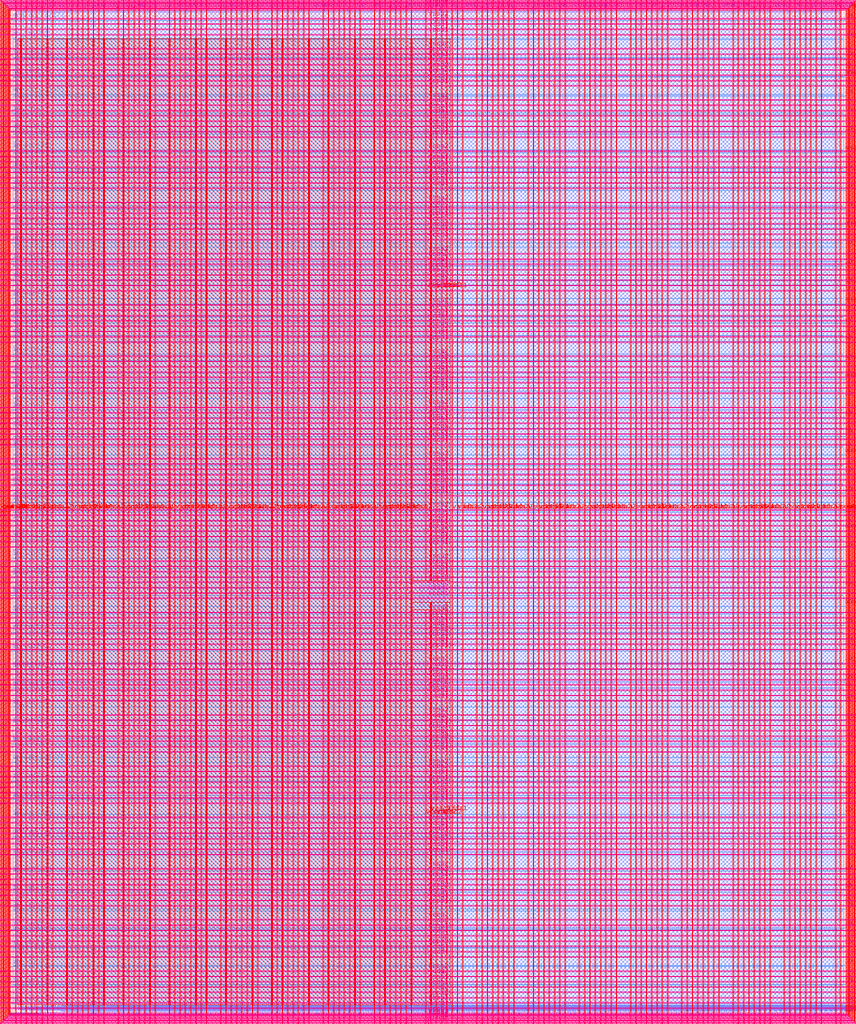
<source format=lef>
VERSION 5.7 ;
  NOWIREEXTENSIONATPIN ON ;
  DIVIDERCHAR "/" ;
  BUSBITCHARS "[]" ;
MACRO user_project_wrapper
  CLASS BLOCK ;
  FOREIGN user_project_wrapper ;
  ORIGIN 0.000 0.000 ;
  SIZE 2920.000 BY 3520.000 ;
  PIN analog_io[0]
    DIRECTION INOUT ;
    USE SIGNAL ;
    PORT
      LAYER met3 ;
        RECT 2917.600 1426.380 2924.800 1427.580 ;
    END
  END analog_io[0]
  PIN analog_io[10]
    DIRECTION INOUT ;
    USE SIGNAL ;
    PORT
      LAYER met2 ;
        RECT 2230.490 3517.600 2231.050 3524.800 ;
    END
  END analog_io[10]
  PIN analog_io[11]
    DIRECTION INOUT ;
    USE SIGNAL ;
    PORT
      LAYER met2 ;
        RECT 1905.730 3517.600 1906.290 3524.800 ;
    END
  END analog_io[11]
  PIN analog_io[12]
    DIRECTION INOUT ;
    USE SIGNAL ;
    PORT
      LAYER met2 ;
        RECT 1581.430 3517.600 1581.990 3524.800 ;
    END
  END analog_io[12]
  PIN analog_io[13]
    DIRECTION INOUT ;
    USE SIGNAL ;
    PORT
      LAYER met2 ;
        RECT 1257.130 3517.600 1257.690 3524.800 ;
    END
  END analog_io[13]
  PIN analog_io[14]
    DIRECTION INOUT ;
    USE SIGNAL ;
    PORT
      LAYER met2 ;
        RECT 932.370 3517.600 932.930 3524.800 ;
    END
  END analog_io[14]
  PIN analog_io[15]
    DIRECTION INOUT ;
    USE SIGNAL ;
    PORT
      LAYER met2 ;
        RECT 608.070 3517.600 608.630 3524.800 ;
    END
  END analog_io[15]
  PIN analog_io[16]
    DIRECTION INOUT ;
    USE SIGNAL ;
    PORT
      LAYER met2 ;
        RECT 283.770 3517.600 284.330 3524.800 ;
    END
  END analog_io[16]
  PIN analog_io[17]
    DIRECTION INOUT ;
    USE SIGNAL ;
    PORT
      LAYER met3 ;
        RECT -4.800 3486.100 2.400 3487.300 ;
    END
  END analog_io[17]
  PIN analog_io[18]
    DIRECTION INOUT ;
    USE SIGNAL ;
    PORT
      LAYER met3 ;
        RECT -4.800 3224.980 2.400 3226.180 ;
    END
  END analog_io[18]
  PIN analog_io[19]
    DIRECTION INOUT ;
    USE SIGNAL ;
    PORT
      LAYER met3 ;
        RECT -4.800 2964.540 2.400 2965.740 ;
    END
  END analog_io[19]
  PIN analog_io[1]
    DIRECTION INOUT ;
    USE SIGNAL ;
    PORT
      LAYER met3 ;
        RECT 2917.600 1692.260 2924.800 1693.460 ;
    END
  END analog_io[1]
  PIN analog_io[20]
    DIRECTION INOUT ;
    USE SIGNAL ;
    PORT
      LAYER met3 ;
        RECT -4.800 2703.420 2.400 2704.620 ;
    END
  END analog_io[20]
  PIN analog_io[21]
    DIRECTION INOUT ;
    USE SIGNAL ;
    PORT
      LAYER met3 ;
        RECT -4.800 2442.980 2.400 2444.180 ;
    END
  END analog_io[21]
  PIN analog_io[22]
    DIRECTION INOUT ;
    USE SIGNAL ;
    PORT
      LAYER met3 ;
        RECT -4.800 2182.540 2.400 2183.740 ;
    END
  END analog_io[22]
  PIN analog_io[23]
    DIRECTION INOUT ;
    USE SIGNAL ;
    PORT
      LAYER met3 ;
        RECT -4.800 1921.420 2.400 1922.620 ;
    END
  END analog_io[23]
  PIN analog_io[24]
    DIRECTION INOUT ;
    USE SIGNAL ;
    PORT
      LAYER met3 ;
        RECT -4.800 1660.980 2.400 1662.180 ;
    END
  END analog_io[24]
  PIN analog_io[25]
    DIRECTION INOUT ;
    USE SIGNAL ;
    PORT
      LAYER met3 ;
        RECT -4.800 1399.860 2.400 1401.060 ;
    END
  END analog_io[25]
  PIN analog_io[26]
    DIRECTION INOUT ;
    USE SIGNAL ;
    PORT
      LAYER met3 ;
        RECT -4.800 1139.420 2.400 1140.620 ;
    END
  END analog_io[26]
  PIN analog_io[27]
    DIRECTION INOUT ;
    USE SIGNAL ;
    PORT
      LAYER met3 ;
        RECT -4.800 878.980 2.400 880.180 ;
    END
  END analog_io[27]
  PIN analog_io[28]
    DIRECTION INOUT ;
    USE SIGNAL ;
    PORT
      LAYER met3 ;
        RECT -4.800 617.860 2.400 619.060 ;
    END
  END analog_io[28]
  PIN analog_io[2]
    DIRECTION INOUT ;
    USE SIGNAL ;
    PORT
      LAYER met3 ;
        RECT 2917.600 1958.140 2924.800 1959.340 ;
    END
  END analog_io[2]
  PIN analog_io[3]
    DIRECTION INOUT ;
    USE SIGNAL ;
    PORT
      LAYER met3 ;
        RECT 2917.600 2223.340 2924.800 2224.540 ;
    END
  END analog_io[3]
  PIN analog_io[4]
    DIRECTION INOUT ;
    USE SIGNAL ;
    PORT
      LAYER met3 ;
        RECT 2917.600 2489.220 2924.800 2490.420 ;
    END
  END analog_io[4]
  PIN analog_io[5]
    DIRECTION INOUT ;
    USE SIGNAL ;
    PORT
      LAYER met3 ;
        RECT 2917.600 2755.100 2924.800 2756.300 ;
    END
  END analog_io[5]
  PIN analog_io[6]
    DIRECTION INOUT ;
    USE SIGNAL ;
    PORT
      LAYER met3 ;
        RECT 2917.600 3020.300 2924.800 3021.500 ;
    END
  END analog_io[6]
  PIN analog_io[7]
    DIRECTION INOUT ;
    USE SIGNAL ;
    PORT
      LAYER met3 ;
        RECT 2917.600 3286.180 2924.800 3287.380 ;
    END
  END analog_io[7]
  PIN analog_io[8]
    DIRECTION INOUT ;
    USE SIGNAL ;
    PORT
      LAYER met2 ;
        RECT 2879.090 3517.600 2879.650 3524.800 ;
    END
  END analog_io[8]
  PIN analog_io[9]
    DIRECTION INOUT ;
    USE SIGNAL ;
    PORT
      LAYER met2 ;
        RECT 2554.790 3517.600 2555.350 3524.800 ;
    END
  END analog_io[9]
  PIN io_in[0]
    DIRECTION INPUT ;
    USE SIGNAL ;
    PORT
      LAYER met3 ;
        RECT 2917.600 32.380 2924.800 33.580 ;
    END
  END io_in[0]
  PIN io_in[10]
    DIRECTION INPUT ;
    USE SIGNAL ;
    PORT
      LAYER met3 ;
        RECT 2917.600 2289.980 2924.800 2291.180 ;
    END
  END io_in[10]
  PIN io_in[11]
    DIRECTION INPUT ;
    USE SIGNAL ;
    PORT
      LAYER met3 ;
        RECT 2917.600 2555.860 2924.800 2557.060 ;
    END
  END io_in[11]
  PIN io_in[12]
    DIRECTION INPUT ;
    USE SIGNAL ;
    PORT
      LAYER met3 ;
        RECT 2917.600 2821.060 2924.800 2822.260 ;
    END
  END io_in[12]
  PIN io_in[13]
    DIRECTION INPUT ;
    USE SIGNAL ;
    PORT
      LAYER met3 ;
        RECT 2917.600 3086.940 2924.800 3088.140 ;
    END
  END io_in[13]
  PIN io_in[14]
    DIRECTION INPUT ;
    USE SIGNAL ;
    PORT
      LAYER met3 ;
        RECT 2917.600 3352.820 2924.800 3354.020 ;
    END
  END io_in[14]
  PIN io_in[15]
    DIRECTION INPUT ;
    USE SIGNAL ;
    PORT
      LAYER met2 ;
        RECT 2798.130 3517.600 2798.690 3524.800 ;
    END
  END io_in[15]
  PIN io_in[16]
    DIRECTION INPUT ;
    USE SIGNAL ;
    PORT
      LAYER met2 ;
        RECT 2473.830 3517.600 2474.390 3524.800 ;
    END
  END io_in[16]
  PIN io_in[17]
    DIRECTION INPUT ;
    USE SIGNAL ;
    PORT
      LAYER met2 ;
        RECT 2149.070 3517.600 2149.630 3524.800 ;
    END
  END io_in[17]
  PIN io_in[18]
    DIRECTION INPUT ;
    USE SIGNAL ;
    PORT
      LAYER met2 ;
        RECT 1824.770 3517.600 1825.330 3524.800 ;
    END
  END io_in[18]
  PIN io_in[19]
    DIRECTION INPUT ;
    USE SIGNAL ;
    PORT
      LAYER met2 ;
        RECT 1500.470 3517.600 1501.030 3524.800 ;
    END
  END io_in[19]
  PIN io_in[1]
    DIRECTION INPUT ;
    USE SIGNAL ;
    PORT
      LAYER met3 ;
        RECT 2917.600 230.940 2924.800 232.140 ;
    END
  END io_in[1]
  PIN io_in[20]
    DIRECTION INPUT ;
    USE SIGNAL ;
    PORT
      LAYER met2 ;
        RECT 1175.710 3517.600 1176.270 3524.800 ;
    END
  END io_in[20]
  PIN io_in[21]
    DIRECTION INPUT ;
    USE SIGNAL ;
    PORT
      LAYER met2 ;
        RECT 851.410 3517.600 851.970 3524.800 ;
    END
  END io_in[21]
  PIN io_in[22]
    DIRECTION INPUT ;
    USE SIGNAL ;
    PORT
      LAYER met2 ;
        RECT 527.110 3517.600 527.670 3524.800 ;
    END
  END io_in[22]
  PIN io_in[23]
    DIRECTION INPUT ;
    USE SIGNAL ;
    PORT
      LAYER met2 ;
        RECT 202.350 3517.600 202.910 3524.800 ;
    END
  END io_in[23]
  PIN io_in[24]
    DIRECTION INPUT ;
    USE SIGNAL ;
    PORT
      LAYER met3 ;
        RECT -4.800 3420.820 2.400 3422.020 ;
    END
  END io_in[24]
  PIN io_in[25]
    DIRECTION INPUT ;
    USE SIGNAL ;
    PORT
      LAYER met3 ;
        RECT -4.800 3159.700 2.400 3160.900 ;
    END
  END io_in[25]
  PIN io_in[26]
    DIRECTION INPUT ;
    USE SIGNAL ;
    PORT
      LAYER met3 ;
        RECT -4.800 2899.260 2.400 2900.460 ;
    END
  END io_in[26]
  PIN io_in[27]
    DIRECTION INPUT ;
    USE SIGNAL ;
    PORT
      LAYER met3 ;
        RECT -4.800 2638.820 2.400 2640.020 ;
    END
  END io_in[27]
  PIN io_in[28]
    DIRECTION INPUT ;
    USE SIGNAL ;
    PORT
      LAYER met3 ;
        RECT -4.800 2377.700 2.400 2378.900 ;
    END
  END io_in[28]
  PIN io_in[29]
    DIRECTION INPUT ;
    USE SIGNAL ;
    PORT
      LAYER met3 ;
        RECT -4.800 2117.260 2.400 2118.460 ;
    END
  END io_in[29]
  PIN io_in[2]
    DIRECTION INPUT ;
    USE SIGNAL ;
    PORT
      LAYER met3 ;
        RECT 2917.600 430.180 2924.800 431.380 ;
    END
  END io_in[2]
  PIN io_in[30]
    DIRECTION INPUT ;
    USE SIGNAL ;
    PORT
      LAYER met3 ;
        RECT -4.800 1856.140 2.400 1857.340 ;
    END
  END io_in[30]
  PIN io_in[31]
    DIRECTION INPUT ;
    USE SIGNAL ;
    PORT
      LAYER met3 ;
        RECT -4.800 1595.700 2.400 1596.900 ;
    END
  END io_in[31]
  PIN io_in[32]
    DIRECTION INPUT ;
    USE SIGNAL ;
    PORT
      LAYER met3 ;
        RECT -4.800 1335.260 2.400 1336.460 ;
    END
  END io_in[32]
  PIN io_in[33]
    DIRECTION INPUT ;
    USE SIGNAL ;
    PORT
      LAYER met3 ;
        RECT -4.800 1074.140 2.400 1075.340 ;
    END
  END io_in[33]
  PIN io_in[34]
    DIRECTION INPUT ;
    USE SIGNAL ;
    PORT
      LAYER met3 ;
        RECT -4.800 813.700 2.400 814.900 ;
    END
  END io_in[34]
  PIN io_in[35]
    DIRECTION INPUT ;
    USE SIGNAL ;
    PORT
      LAYER met3 ;
        RECT -4.800 552.580 2.400 553.780 ;
    END
  END io_in[35]
  PIN io_in[36]
    DIRECTION INPUT ;
    USE SIGNAL ;
    PORT
      LAYER met3 ;
        RECT -4.800 357.420 2.400 358.620 ;
    END
  END io_in[36]
  PIN io_in[37]
    DIRECTION INPUT ;
    USE SIGNAL ;
    PORT
      LAYER met3 ;
        RECT -4.800 161.580 2.400 162.780 ;
    END
  END io_in[37]
  PIN io_in[3]
    DIRECTION INPUT ;
    USE SIGNAL ;
    PORT
      LAYER met3 ;
        RECT 2917.600 629.420 2924.800 630.620 ;
    END
  END io_in[3]
  PIN io_in[4]
    DIRECTION INPUT ;
    USE SIGNAL ;
    PORT
      LAYER met3 ;
        RECT 2917.600 828.660 2924.800 829.860 ;
    END
  END io_in[4]
  PIN io_in[5]
    DIRECTION INPUT ;
    USE SIGNAL ;
    PORT
      LAYER met3 ;
        RECT 2917.600 1027.900 2924.800 1029.100 ;
    END
  END io_in[5]
  PIN io_in[6]
    DIRECTION INPUT ;
    USE SIGNAL ;
    PORT
      LAYER met3 ;
        RECT 2917.600 1227.140 2924.800 1228.340 ;
    END
  END io_in[6]
  PIN io_in[7]
    DIRECTION INPUT ;
    USE SIGNAL ;
    PORT
      LAYER met3 ;
        RECT 2917.600 1493.020 2924.800 1494.220 ;
    END
  END io_in[7]
  PIN io_in[8]
    DIRECTION INPUT ;
    USE SIGNAL ;
    PORT
      LAYER met3 ;
        RECT 2917.600 1758.900 2924.800 1760.100 ;
    END
  END io_in[8]
  PIN io_in[9]
    DIRECTION INPUT ;
    USE SIGNAL ;
    PORT
      LAYER met3 ;
        RECT 2917.600 2024.100 2924.800 2025.300 ;
    END
  END io_in[9]
  PIN io_oeb[0]
    DIRECTION OUTPUT TRISTATE ;
    USE SIGNAL ;
    PORT
      LAYER met3 ;
        RECT 2917.600 164.980 2924.800 166.180 ;
    END
  END io_oeb[0]
  PIN io_oeb[10]
    DIRECTION OUTPUT TRISTATE ;
    USE SIGNAL ;
    PORT
      LAYER met3 ;
        RECT 2917.600 2422.580 2924.800 2423.780 ;
    END
  END io_oeb[10]
  PIN io_oeb[11]
    DIRECTION OUTPUT TRISTATE ;
    USE SIGNAL ;
    PORT
      LAYER met3 ;
        RECT 2917.600 2688.460 2924.800 2689.660 ;
    END
  END io_oeb[11]
  PIN io_oeb[12]
    DIRECTION OUTPUT TRISTATE ;
    USE SIGNAL ;
    PORT
      LAYER met3 ;
        RECT 2917.600 2954.340 2924.800 2955.540 ;
    END
  END io_oeb[12]
  PIN io_oeb[13]
    DIRECTION OUTPUT TRISTATE ;
    USE SIGNAL ;
    PORT
      LAYER met3 ;
        RECT 2917.600 3219.540 2924.800 3220.740 ;
    END
  END io_oeb[13]
  PIN io_oeb[14]
    DIRECTION OUTPUT TRISTATE ;
    USE SIGNAL ;
    PORT
      LAYER met3 ;
        RECT 2917.600 3485.420 2924.800 3486.620 ;
    END
  END io_oeb[14]
  PIN io_oeb[15]
    DIRECTION OUTPUT TRISTATE ;
    USE SIGNAL ;
    PORT
      LAYER met2 ;
        RECT 2635.750 3517.600 2636.310 3524.800 ;
    END
  END io_oeb[15]
  PIN io_oeb[16]
    DIRECTION OUTPUT TRISTATE ;
    USE SIGNAL ;
    PORT
      LAYER met2 ;
        RECT 2311.450 3517.600 2312.010 3524.800 ;
    END
  END io_oeb[16]
  PIN io_oeb[17]
    DIRECTION OUTPUT TRISTATE ;
    USE SIGNAL ;
    PORT
      LAYER met2 ;
        RECT 1987.150 3517.600 1987.710 3524.800 ;
    END
  END io_oeb[17]
  PIN io_oeb[18]
    DIRECTION OUTPUT TRISTATE ;
    USE SIGNAL ;
    PORT
      LAYER met2 ;
        RECT 1662.390 3517.600 1662.950 3524.800 ;
    END
  END io_oeb[18]
  PIN io_oeb[19]
    DIRECTION OUTPUT TRISTATE ;
    USE SIGNAL ;
    PORT
      LAYER met2 ;
        RECT 1338.090 3517.600 1338.650 3524.800 ;
    END
  END io_oeb[19]
  PIN io_oeb[1]
    DIRECTION OUTPUT TRISTATE ;
    USE SIGNAL ;
    PORT
      LAYER met3 ;
        RECT 2917.600 364.220 2924.800 365.420 ;
    END
  END io_oeb[1]
  PIN io_oeb[20]
    DIRECTION OUTPUT TRISTATE ;
    USE SIGNAL ;
    PORT
      LAYER met2 ;
        RECT 1013.790 3517.600 1014.350 3524.800 ;
    END
  END io_oeb[20]
  PIN io_oeb[21]
    DIRECTION OUTPUT TRISTATE ;
    USE SIGNAL ;
    PORT
      LAYER met2 ;
        RECT 689.030 3517.600 689.590 3524.800 ;
    END
  END io_oeb[21]
  PIN io_oeb[22]
    DIRECTION OUTPUT TRISTATE ;
    USE SIGNAL ;
    PORT
      LAYER met2 ;
        RECT 364.730 3517.600 365.290 3524.800 ;
    END
  END io_oeb[22]
  PIN io_oeb[23]
    DIRECTION OUTPUT TRISTATE ;
    USE SIGNAL ;
    PORT
      LAYER met2 ;
        RECT 40.430 3517.600 40.990 3524.800 ;
    END
  END io_oeb[23]
  PIN io_oeb[24]
    DIRECTION OUTPUT TRISTATE ;
    USE SIGNAL ;
    PORT
      LAYER met3 ;
        RECT -4.800 3290.260 2.400 3291.460 ;
    END
  END io_oeb[24]
  PIN io_oeb[25]
    DIRECTION OUTPUT TRISTATE ;
    USE SIGNAL ;
    PORT
      LAYER met3 ;
        RECT -4.800 3029.820 2.400 3031.020 ;
    END
  END io_oeb[25]
  PIN io_oeb[26]
    DIRECTION OUTPUT TRISTATE ;
    USE SIGNAL ;
    PORT
      LAYER met3 ;
        RECT -4.800 2768.700 2.400 2769.900 ;
    END
  END io_oeb[26]
  PIN io_oeb[27]
    DIRECTION OUTPUT TRISTATE ;
    USE SIGNAL ;
    PORT
      LAYER met3 ;
        RECT -4.800 2508.260 2.400 2509.460 ;
    END
  END io_oeb[27]
  PIN io_oeb[28]
    DIRECTION OUTPUT TRISTATE ;
    USE SIGNAL ;
    PORT
      LAYER met3 ;
        RECT -4.800 2247.140 2.400 2248.340 ;
    END
  END io_oeb[28]
  PIN io_oeb[29]
    DIRECTION OUTPUT TRISTATE ;
    USE SIGNAL ;
    PORT
      LAYER met3 ;
        RECT -4.800 1986.700 2.400 1987.900 ;
    END
  END io_oeb[29]
  PIN io_oeb[2]
    DIRECTION OUTPUT TRISTATE ;
    USE SIGNAL ;
    PORT
      LAYER met3 ;
        RECT 2917.600 563.460 2924.800 564.660 ;
    END
  END io_oeb[2]
  PIN io_oeb[30]
    DIRECTION OUTPUT TRISTATE ;
    USE SIGNAL ;
    PORT
      LAYER met3 ;
        RECT -4.800 1726.260 2.400 1727.460 ;
    END
  END io_oeb[30]
  PIN io_oeb[31]
    DIRECTION OUTPUT TRISTATE ;
    USE SIGNAL ;
    PORT
      LAYER met3 ;
        RECT -4.800 1465.140 2.400 1466.340 ;
    END
  END io_oeb[31]
  PIN io_oeb[32]
    DIRECTION OUTPUT TRISTATE ;
    USE SIGNAL ;
    PORT
      LAYER met3 ;
        RECT -4.800 1204.700 2.400 1205.900 ;
    END
  END io_oeb[32]
  PIN io_oeb[33]
    DIRECTION OUTPUT TRISTATE ;
    USE SIGNAL ;
    PORT
      LAYER met3 ;
        RECT -4.800 943.580 2.400 944.780 ;
    END
  END io_oeb[33]
  PIN io_oeb[34]
    DIRECTION OUTPUT TRISTATE ;
    USE SIGNAL ;
    PORT
      LAYER met3 ;
        RECT -4.800 683.140 2.400 684.340 ;
    END
  END io_oeb[34]
  PIN io_oeb[35]
    DIRECTION OUTPUT TRISTATE ;
    USE SIGNAL ;
    PORT
      LAYER met3 ;
        RECT -4.800 422.700 2.400 423.900 ;
    END
  END io_oeb[35]
  PIN io_oeb[36]
    DIRECTION OUTPUT TRISTATE ;
    USE SIGNAL ;
    PORT
      LAYER met3 ;
        RECT -4.800 226.860 2.400 228.060 ;
    END
  END io_oeb[36]
  PIN io_oeb[37]
    DIRECTION OUTPUT TRISTATE ;
    USE SIGNAL ;
    PORT
      LAYER met3 ;
        RECT -4.800 31.700 2.400 32.900 ;
    END
  END io_oeb[37]
  PIN io_oeb[3]
    DIRECTION OUTPUT TRISTATE ;
    USE SIGNAL ;
    PORT
      LAYER met3 ;
        RECT 2917.600 762.700 2924.800 763.900 ;
    END
  END io_oeb[3]
  PIN io_oeb[4]
    DIRECTION OUTPUT TRISTATE ;
    USE SIGNAL ;
    PORT
      LAYER met3 ;
        RECT 2917.600 961.940 2924.800 963.140 ;
    END
  END io_oeb[4]
  PIN io_oeb[5]
    DIRECTION OUTPUT TRISTATE ;
    USE SIGNAL ;
    PORT
      LAYER met3 ;
        RECT 2917.600 1161.180 2924.800 1162.380 ;
    END
  END io_oeb[5]
  PIN io_oeb[6]
    DIRECTION OUTPUT TRISTATE ;
    USE SIGNAL ;
    PORT
      LAYER met3 ;
        RECT 2917.600 1360.420 2924.800 1361.620 ;
    END
  END io_oeb[6]
  PIN io_oeb[7]
    DIRECTION OUTPUT TRISTATE ;
    USE SIGNAL ;
    PORT
      LAYER met3 ;
        RECT 2917.600 1625.620 2924.800 1626.820 ;
    END
  END io_oeb[7]
  PIN io_oeb[8]
    DIRECTION OUTPUT TRISTATE ;
    USE SIGNAL ;
    PORT
      LAYER met3 ;
        RECT 2917.600 1891.500 2924.800 1892.700 ;
    END
  END io_oeb[8]
  PIN io_oeb[9]
    DIRECTION OUTPUT TRISTATE ;
    USE SIGNAL ;
    PORT
      LAYER met3 ;
        RECT 2917.600 2157.380 2924.800 2158.580 ;
    END
  END io_oeb[9]
  PIN io_out[0]
    DIRECTION OUTPUT TRISTATE ;
    USE SIGNAL ;
    PORT
      LAYER met3 ;
        RECT 2917.600 98.340 2924.800 99.540 ;
    END
  END io_out[0]
  PIN io_out[10]
    DIRECTION OUTPUT TRISTATE ;
    USE SIGNAL ;
    PORT
      LAYER met3 ;
        RECT 2917.600 2356.620 2924.800 2357.820 ;
    END
  END io_out[10]
  PIN io_out[11]
    DIRECTION OUTPUT TRISTATE ;
    USE SIGNAL ;
    PORT
      LAYER met3 ;
        RECT 2917.600 2621.820 2924.800 2623.020 ;
    END
  END io_out[11]
  PIN io_out[12]
    DIRECTION OUTPUT TRISTATE ;
    USE SIGNAL ;
    PORT
      LAYER met3 ;
        RECT 2917.600 2887.700 2924.800 2888.900 ;
    END
  END io_out[12]
  PIN io_out[13]
    DIRECTION OUTPUT TRISTATE ;
    USE SIGNAL ;
    PORT
      LAYER met3 ;
        RECT 2917.600 3153.580 2924.800 3154.780 ;
    END
  END io_out[13]
  PIN io_out[14]
    DIRECTION OUTPUT TRISTATE ;
    USE SIGNAL ;
    PORT
      LAYER met3 ;
        RECT 2917.600 3418.780 2924.800 3419.980 ;
    END
  END io_out[14]
  PIN io_out[15]
    DIRECTION OUTPUT TRISTATE ;
    USE SIGNAL ;
    PORT
      LAYER met2 ;
        RECT 2717.170 3517.600 2717.730 3524.800 ;
    END
  END io_out[15]
  PIN io_out[16]
    DIRECTION OUTPUT TRISTATE ;
    USE SIGNAL ;
    PORT
      LAYER met2 ;
        RECT 2392.410 3517.600 2392.970 3524.800 ;
    END
  END io_out[16]
  PIN io_out[17]
    DIRECTION OUTPUT TRISTATE ;
    USE SIGNAL ;
    PORT
      LAYER met2 ;
        RECT 2068.110 3517.600 2068.670 3524.800 ;
    END
  END io_out[17]
  PIN io_out[18]
    DIRECTION OUTPUT TRISTATE ;
    USE SIGNAL ;
    PORT
      LAYER met2 ;
        RECT 1743.810 3517.600 1744.370 3524.800 ;
    END
  END io_out[18]
  PIN io_out[19]
    DIRECTION OUTPUT TRISTATE ;
    USE SIGNAL ;
    PORT
      LAYER met2 ;
        RECT 1419.050 3517.600 1419.610 3524.800 ;
    END
  END io_out[19]
  PIN io_out[1]
    DIRECTION OUTPUT TRISTATE ;
    USE SIGNAL ;
    PORT
      LAYER met3 ;
        RECT 2917.600 297.580 2924.800 298.780 ;
    END
  END io_out[1]
  PIN io_out[20]
    DIRECTION OUTPUT TRISTATE ;
    USE SIGNAL ;
    PORT
      LAYER met2 ;
        RECT 1094.750 3517.600 1095.310 3524.800 ;
    END
  END io_out[20]
  PIN io_out[21]
    DIRECTION OUTPUT TRISTATE ;
    USE SIGNAL ;
    PORT
      LAYER met2 ;
        RECT 770.450 3517.600 771.010 3524.800 ;
    END
  END io_out[21]
  PIN io_out[22]
    DIRECTION OUTPUT TRISTATE ;
    USE SIGNAL ;
    PORT
      LAYER met2 ;
        RECT 445.690 3517.600 446.250 3524.800 ;
    END
  END io_out[22]
  PIN io_out[23]
    DIRECTION OUTPUT TRISTATE ;
    USE SIGNAL ;
    PORT
      LAYER met2 ;
        RECT 121.390 3517.600 121.950 3524.800 ;
    END
  END io_out[23]
  PIN io_out[24]
    DIRECTION OUTPUT TRISTATE ;
    USE SIGNAL ;
    PORT
      LAYER met3 ;
        RECT -4.800 3355.540 2.400 3356.740 ;
    END
  END io_out[24]
  PIN io_out[25]
    DIRECTION OUTPUT TRISTATE ;
    USE SIGNAL ;
    PORT
      LAYER met3 ;
        RECT -4.800 3095.100 2.400 3096.300 ;
    END
  END io_out[25]
  PIN io_out[26]
    DIRECTION OUTPUT TRISTATE ;
    USE SIGNAL ;
    PORT
      LAYER met3 ;
        RECT -4.800 2833.980 2.400 2835.180 ;
    END
  END io_out[26]
  PIN io_out[27]
    DIRECTION OUTPUT TRISTATE ;
    USE SIGNAL ;
    PORT
      LAYER met3 ;
        RECT -4.800 2573.540 2.400 2574.740 ;
    END
  END io_out[27]
  PIN io_out[28]
    DIRECTION OUTPUT TRISTATE ;
    USE SIGNAL ;
    PORT
      LAYER met3 ;
        RECT -4.800 2312.420 2.400 2313.620 ;
    END
  END io_out[28]
  PIN io_out[29]
    DIRECTION OUTPUT TRISTATE ;
    USE SIGNAL ;
    PORT
      LAYER met3 ;
        RECT -4.800 2051.980 2.400 2053.180 ;
    END
  END io_out[29]
  PIN io_out[2]
    DIRECTION OUTPUT TRISTATE ;
    USE SIGNAL ;
    PORT
      LAYER met3 ;
        RECT 2917.600 496.820 2924.800 498.020 ;
    END
  END io_out[2]
  PIN io_out[30]
    DIRECTION OUTPUT TRISTATE ;
    USE SIGNAL ;
    PORT
      LAYER met3 ;
        RECT -4.800 1791.540 2.400 1792.740 ;
    END
  END io_out[30]
  PIN io_out[31]
    DIRECTION OUTPUT TRISTATE ;
    USE SIGNAL ;
    PORT
      LAYER met3 ;
        RECT -4.800 1530.420 2.400 1531.620 ;
    END
  END io_out[31]
  PIN io_out[32]
    DIRECTION OUTPUT TRISTATE ;
    USE SIGNAL ;
    PORT
      LAYER met3 ;
        RECT -4.800 1269.980 2.400 1271.180 ;
    END
  END io_out[32]
  PIN io_out[33]
    DIRECTION OUTPUT TRISTATE ;
    USE SIGNAL ;
    PORT
      LAYER met3 ;
        RECT -4.800 1008.860 2.400 1010.060 ;
    END
  END io_out[33]
  PIN io_out[34]
    DIRECTION OUTPUT TRISTATE ;
    USE SIGNAL ;
    PORT
      LAYER met3 ;
        RECT -4.800 748.420 2.400 749.620 ;
    END
  END io_out[34]
  PIN io_out[35]
    DIRECTION OUTPUT TRISTATE ;
    USE SIGNAL ;
    PORT
      LAYER met3 ;
        RECT -4.800 487.300 2.400 488.500 ;
    END
  END io_out[35]
  PIN io_out[36]
    DIRECTION OUTPUT TRISTATE ;
    USE SIGNAL ;
    PORT
      LAYER met3 ;
        RECT -4.800 292.140 2.400 293.340 ;
    END
  END io_out[36]
  PIN io_out[37]
    DIRECTION OUTPUT TRISTATE ;
    USE SIGNAL ;
    PORT
      LAYER met3 ;
        RECT -4.800 96.300 2.400 97.500 ;
    END
  END io_out[37]
  PIN io_out[3]
    DIRECTION OUTPUT TRISTATE ;
    USE SIGNAL ;
    PORT
      LAYER met3 ;
        RECT 2917.600 696.060 2924.800 697.260 ;
    END
  END io_out[3]
  PIN io_out[4]
    DIRECTION OUTPUT TRISTATE ;
    USE SIGNAL ;
    PORT
      LAYER met3 ;
        RECT 2917.600 895.300 2924.800 896.500 ;
    END
  END io_out[4]
  PIN io_out[5]
    DIRECTION OUTPUT TRISTATE ;
    USE SIGNAL ;
    PORT
      LAYER met3 ;
        RECT 2917.600 1094.540 2924.800 1095.740 ;
    END
  END io_out[5]
  PIN io_out[6]
    DIRECTION OUTPUT TRISTATE ;
    USE SIGNAL ;
    PORT
      LAYER met3 ;
        RECT 2917.600 1293.780 2924.800 1294.980 ;
    END
  END io_out[6]
  PIN io_out[7]
    DIRECTION OUTPUT TRISTATE ;
    USE SIGNAL ;
    PORT
      LAYER met3 ;
        RECT 2917.600 1559.660 2924.800 1560.860 ;
    END
  END io_out[7]
  PIN io_out[8]
    DIRECTION OUTPUT TRISTATE ;
    USE SIGNAL ;
    PORT
      LAYER met3 ;
        RECT 2917.600 1824.860 2924.800 1826.060 ;
    END
  END io_out[8]
  PIN io_out[9]
    DIRECTION OUTPUT TRISTATE ;
    USE SIGNAL ;
    PORT
      LAYER met3 ;
        RECT 2917.600 2090.740 2924.800 2091.940 ;
    END
  END io_out[9]
  PIN la_data_in[0]
    DIRECTION INPUT ;
    USE SIGNAL ;
    PORT
      LAYER met2 ;
        RECT 629.230 -4.800 629.790 2.400 ;
    END
  END la_data_in[0]
  PIN la_data_in[100]
    DIRECTION INPUT ;
    USE SIGNAL ;
    PORT
      LAYER met2 ;
        RECT 2402.530 -4.800 2403.090 2.400 ;
    END
  END la_data_in[100]
  PIN la_data_in[101]
    DIRECTION INPUT ;
    USE SIGNAL ;
    PORT
      LAYER met2 ;
        RECT 2420.010 -4.800 2420.570 2.400 ;
    END
  END la_data_in[101]
  PIN la_data_in[102]
    DIRECTION INPUT ;
    USE SIGNAL ;
    PORT
      LAYER met2 ;
        RECT 2437.950 -4.800 2438.510 2.400 ;
    END
  END la_data_in[102]
  PIN la_data_in[103]
    DIRECTION INPUT ;
    USE SIGNAL ;
    PORT
      LAYER met2 ;
        RECT 2455.430 -4.800 2455.990 2.400 ;
    END
  END la_data_in[103]
  PIN la_data_in[104]
    DIRECTION INPUT ;
    USE SIGNAL ;
    PORT
      LAYER met2 ;
        RECT 2473.370 -4.800 2473.930 2.400 ;
    END
  END la_data_in[104]
  PIN la_data_in[105]
    DIRECTION INPUT ;
    USE SIGNAL ;
    PORT
      LAYER met2 ;
        RECT 2490.850 -4.800 2491.410 2.400 ;
    END
  END la_data_in[105]
  PIN la_data_in[106]
    DIRECTION INPUT ;
    USE SIGNAL ;
    PORT
      LAYER met2 ;
        RECT 2508.790 -4.800 2509.350 2.400 ;
    END
  END la_data_in[106]
  PIN la_data_in[107]
    DIRECTION INPUT ;
    USE SIGNAL ;
    PORT
      LAYER met2 ;
        RECT 2526.730 -4.800 2527.290 2.400 ;
    END
  END la_data_in[107]
  PIN la_data_in[108]
    DIRECTION INPUT ;
    USE SIGNAL ;
    PORT
      LAYER met2 ;
        RECT 2544.210 -4.800 2544.770 2.400 ;
    END
  END la_data_in[108]
  PIN la_data_in[109]
    DIRECTION INPUT ;
    USE SIGNAL ;
    PORT
      LAYER met2 ;
        RECT 2562.150 -4.800 2562.710 2.400 ;
    END
  END la_data_in[109]
  PIN la_data_in[10]
    DIRECTION INPUT ;
    USE SIGNAL ;
    PORT
      LAYER met2 ;
        RECT 806.330 -4.800 806.890 2.400 ;
    END
  END la_data_in[10]
  PIN la_data_in[110]
    DIRECTION INPUT ;
    USE SIGNAL ;
    PORT
      LAYER met2 ;
        RECT 2579.630 -4.800 2580.190 2.400 ;
    END
  END la_data_in[110]
  PIN la_data_in[111]
    DIRECTION INPUT ;
    USE SIGNAL ;
    PORT
      LAYER met2 ;
        RECT 2597.570 -4.800 2598.130 2.400 ;
    END
  END la_data_in[111]
  PIN la_data_in[112]
    DIRECTION INPUT ;
    USE SIGNAL ;
    PORT
      LAYER met2 ;
        RECT 2615.050 -4.800 2615.610 2.400 ;
    END
  END la_data_in[112]
  PIN la_data_in[113]
    DIRECTION INPUT ;
    USE SIGNAL ;
    PORT
      LAYER met2 ;
        RECT 2632.990 -4.800 2633.550 2.400 ;
    END
  END la_data_in[113]
  PIN la_data_in[114]
    DIRECTION INPUT ;
    USE SIGNAL ;
    PORT
      LAYER met2 ;
        RECT 2650.470 -4.800 2651.030 2.400 ;
    END
  END la_data_in[114]
  PIN la_data_in[115]
    DIRECTION INPUT ;
    USE SIGNAL ;
    PORT
      LAYER met2 ;
        RECT 2668.410 -4.800 2668.970 2.400 ;
    END
  END la_data_in[115]
  PIN la_data_in[116]
    DIRECTION INPUT ;
    USE SIGNAL ;
    PORT
      LAYER met2 ;
        RECT 2685.890 -4.800 2686.450 2.400 ;
    END
  END la_data_in[116]
  PIN la_data_in[117]
    DIRECTION INPUT ;
    USE SIGNAL ;
    PORT
      LAYER met2 ;
        RECT 2703.830 -4.800 2704.390 2.400 ;
    END
  END la_data_in[117]
  PIN la_data_in[118]
    DIRECTION INPUT ;
    USE SIGNAL ;
    PORT
      LAYER met2 ;
        RECT 2721.770 -4.800 2722.330 2.400 ;
    END
  END la_data_in[118]
  PIN la_data_in[119]
    DIRECTION INPUT ;
    USE SIGNAL ;
    PORT
      LAYER met2 ;
        RECT 2739.250 -4.800 2739.810 2.400 ;
    END
  END la_data_in[119]
  PIN la_data_in[11]
    DIRECTION INPUT ;
    USE SIGNAL ;
    PORT
      LAYER met2 ;
        RECT 824.270 -4.800 824.830 2.400 ;
    END
  END la_data_in[11]
  PIN la_data_in[120]
    DIRECTION INPUT ;
    USE SIGNAL ;
    PORT
      LAYER met2 ;
        RECT 2757.190 -4.800 2757.750 2.400 ;
    END
  END la_data_in[120]
  PIN la_data_in[121]
    DIRECTION INPUT ;
    USE SIGNAL ;
    PORT
      LAYER met2 ;
        RECT 2774.670 -4.800 2775.230 2.400 ;
    END
  END la_data_in[121]
  PIN la_data_in[122]
    DIRECTION INPUT ;
    USE SIGNAL ;
    PORT
      LAYER met2 ;
        RECT 2792.610 -4.800 2793.170 2.400 ;
    END
  END la_data_in[122]
  PIN la_data_in[123]
    DIRECTION INPUT ;
    USE SIGNAL ;
    PORT
      LAYER met2 ;
        RECT 2810.090 -4.800 2810.650 2.400 ;
    END
  END la_data_in[123]
  PIN la_data_in[124]
    DIRECTION INPUT ;
    USE SIGNAL ;
    PORT
      LAYER met2 ;
        RECT 2828.030 -4.800 2828.590 2.400 ;
    END
  END la_data_in[124]
  PIN la_data_in[125]
    DIRECTION INPUT ;
    USE SIGNAL ;
    PORT
      LAYER met2 ;
        RECT 2845.510 -4.800 2846.070 2.400 ;
    END
  END la_data_in[125]
  PIN la_data_in[126]
    DIRECTION INPUT ;
    USE SIGNAL ;
    PORT
      LAYER met2 ;
        RECT 2863.450 -4.800 2864.010 2.400 ;
    END
  END la_data_in[126]
  PIN la_data_in[127]
    DIRECTION INPUT ;
    USE SIGNAL ;
    PORT
      LAYER met2 ;
        RECT 2881.390 -4.800 2881.950 2.400 ;
    END
  END la_data_in[127]
  PIN la_data_in[12]
    DIRECTION INPUT ;
    USE SIGNAL ;
    PORT
      LAYER met2 ;
        RECT 841.750 -4.800 842.310 2.400 ;
    END
  END la_data_in[12]
  PIN la_data_in[13]
    DIRECTION INPUT ;
    USE SIGNAL ;
    PORT
      LAYER met2 ;
        RECT 859.690 -4.800 860.250 2.400 ;
    END
  END la_data_in[13]
  PIN la_data_in[14]
    DIRECTION INPUT ;
    USE SIGNAL ;
    PORT
      LAYER met2 ;
        RECT 877.170 -4.800 877.730 2.400 ;
    END
  END la_data_in[14]
  PIN la_data_in[15]
    DIRECTION INPUT ;
    USE SIGNAL ;
    PORT
      LAYER met2 ;
        RECT 895.110 -4.800 895.670 2.400 ;
    END
  END la_data_in[15]
  PIN la_data_in[16]
    DIRECTION INPUT ;
    USE SIGNAL ;
    PORT
      LAYER met2 ;
        RECT 912.590 -4.800 913.150 2.400 ;
    END
  END la_data_in[16]
  PIN la_data_in[17]
    DIRECTION INPUT ;
    USE SIGNAL ;
    PORT
      LAYER met2 ;
        RECT 930.530 -4.800 931.090 2.400 ;
    END
  END la_data_in[17]
  PIN la_data_in[18]
    DIRECTION INPUT ;
    USE SIGNAL ;
    PORT
      LAYER met2 ;
        RECT 948.470 -4.800 949.030 2.400 ;
    END
  END la_data_in[18]
  PIN la_data_in[19]
    DIRECTION INPUT ;
    USE SIGNAL ;
    PORT
      LAYER met2 ;
        RECT 965.950 -4.800 966.510 2.400 ;
    END
  END la_data_in[19]
  PIN la_data_in[1]
    DIRECTION INPUT ;
    USE SIGNAL ;
    PORT
      LAYER met2 ;
        RECT 646.710 -4.800 647.270 2.400 ;
    END
  END la_data_in[1]
  PIN la_data_in[20]
    DIRECTION INPUT ;
    USE SIGNAL ;
    PORT
      LAYER met2 ;
        RECT 983.890 -4.800 984.450 2.400 ;
    END
  END la_data_in[20]
  PIN la_data_in[21]
    DIRECTION INPUT ;
    USE SIGNAL ;
    PORT
      LAYER met2 ;
        RECT 1001.370 -4.800 1001.930 2.400 ;
    END
  END la_data_in[21]
  PIN la_data_in[22]
    DIRECTION INPUT ;
    USE SIGNAL ;
    PORT
      LAYER met2 ;
        RECT 1019.310 -4.800 1019.870 2.400 ;
    END
  END la_data_in[22]
  PIN la_data_in[23]
    DIRECTION INPUT ;
    USE SIGNAL ;
    PORT
      LAYER met2 ;
        RECT 1036.790 -4.800 1037.350 2.400 ;
    END
  END la_data_in[23]
  PIN la_data_in[24]
    DIRECTION INPUT ;
    USE SIGNAL ;
    PORT
      LAYER met2 ;
        RECT 1054.730 -4.800 1055.290 2.400 ;
    END
  END la_data_in[24]
  PIN la_data_in[25]
    DIRECTION INPUT ;
    USE SIGNAL ;
    PORT
      LAYER met2 ;
        RECT 1072.210 -4.800 1072.770 2.400 ;
    END
  END la_data_in[25]
  PIN la_data_in[26]
    DIRECTION INPUT ;
    USE SIGNAL ;
    PORT
      LAYER met2 ;
        RECT 1090.150 -4.800 1090.710 2.400 ;
    END
  END la_data_in[26]
  PIN la_data_in[27]
    DIRECTION INPUT ;
    USE SIGNAL ;
    PORT
      LAYER met2 ;
        RECT 1107.630 -4.800 1108.190 2.400 ;
    END
  END la_data_in[27]
  PIN la_data_in[28]
    DIRECTION INPUT ;
    USE SIGNAL ;
    PORT
      LAYER met2 ;
        RECT 1125.570 -4.800 1126.130 2.400 ;
    END
  END la_data_in[28]
  PIN la_data_in[29]
    DIRECTION INPUT ;
    USE SIGNAL ;
    PORT
      LAYER met2 ;
        RECT 1143.510 -4.800 1144.070 2.400 ;
    END
  END la_data_in[29]
  PIN la_data_in[2]
    DIRECTION INPUT ;
    USE SIGNAL ;
    PORT
      LAYER met2 ;
        RECT 664.650 -4.800 665.210 2.400 ;
    END
  END la_data_in[2]
  PIN la_data_in[30]
    DIRECTION INPUT ;
    USE SIGNAL ;
    PORT
      LAYER met2 ;
        RECT 1160.990 -4.800 1161.550 2.400 ;
    END
  END la_data_in[30]
  PIN la_data_in[31]
    DIRECTION INPUT ;
    USE SIGNAL ;
    PORT
      LAYER met2 ;
        RECT 1178.930 -4.800 1179.490 2.400 ;
    END
  END la_data_in[31]
  PIN la_data_in[32]
    DIRECTION INPUT ;
    USE SIGNAL ;
    PORT
      LAYER met2 ;
        RECT 1196.410 -4.800 1196.970 2.400 ;
    END
  END la_data_in[32]
  PIN la_data_in[33]
    DIRECTION INPUT ;
    USE SIGNAL ;
    PORT
      LAYER met2 ;
        RECT 1214.350 -4.800 1214.910 2.400 ;
    END
  END la_data_in[33]
  PIN la_data_in[34]
    DIRECTION INPUT ;
    USE SIGNAL ;
    PORT
      LAYER met2 ;
        RECT 1231.830 -4.800 1232.390 2.400 ;
    END
  END la_data_in[34]
  PIN la_data_in[35]
    DIRECTION INPUT ;
    USE SIGNAL ;
    PORT
      LAYER met2 ;
        RECT 1249.770 -4.800 1250.330 2.400 ;
    END
  END la_data_in[35]
  PIN la_data_in[36]
    DIRECTION INPUT ;
    USE SIGNAL ;
    PORT
      LAYER met2 ;
        RECT 1267.250 -4.800 1267.810 2.400 ;
    END
  END la_data_in[36]
  PIN la_data_in[37]
    DIRECTION INPUT ;
    USE SIGNAL ;
    PORT
      LAYER met2 ;
        RECT 1285.190 -4.800 1285.750 2.400 ;
    END
  END la_data_in[37]
  PIN la_data_in[38]
    DIRECTION INPUT ;
    USE SIGNAL ;
    PORT
      LAYER met2 ;
        RECT 1303.130 -4.800 1303.690 2.400 ;
    END
  END la_data_in[38]
  PIN la_data_in[39]
    DIRECTION INPUT ;
    USE SIGNAL ;
    PORT
      LAYER met2 ;
        RECT 1320.610 -4.800 1321.170 2.400 ;
    END
  END la_data_in[39]
  PIN la_data_in[3]
    DIRECTION INPUT ;
    USE SIGNAL ;
    PORT
      LAYER met2 ;
        RECT 682.130 -4.800 682.690 2.400 ;
    END
  END la_data_in[3]
  PIN la_data_in[40]
    DIRECTION INPUT ;
    USE SIGNAL ;
    PORT
      LAYER met2 ;
        RECT 1338.550 -4.800 1339.110 2.400 ;
    END
  END la_data_in[40]
  PIN la_data_in[41]
    DIRECTION INPUT ;
    USE SIGNAL ;
    PORT
      LAYER met2 ;
        RECT 1356.030 -4.800 1356.590 2.400 ;
    END
  END la_data_in[41]
  PIN la_data_in[42]
    DIRECTION INPUT ;
    USE SIGNAL ;
    PORT
      LAYER met2 ;
        RECT 1373.970 -4.800 1374.530 2.400 ;
    END
  END la_data_in[42]
  PIN la_data_in[43]
    DIRECTION INPUT ;
    USE SIGNAL ;
    PORT
      LAYER met2 ;
        RECT 1391.450 -4.800 1392.010 2.400 ;
    END
  END la_data_in[43]
  PIN la_data_in[44]
    DIRECTION INPUT ;
    USE SIGNAL ;
    PORT
      LAYER met2 ;
        RECT 1409.390 -4.800 1409.950 2.400 ;
    END
  END la_data_in[44]
  PIN la_data_in[45]
    DIRECTION INPUT ;
    USE SIGNAL ;
    PORT
      LAYER met2 ;
        RECT 1426.870 -4.800 1427.430 2.400 ;
    END
  END la_data_in[45]
  PIN la_data_in[46]
    DIRECTION INPUT ;
    USE SIGNAL ;
    PORT
      LAYER met2 ;
        RECT 1444.810 -4.800 1445.370 2.400 ;
    END
  END la_data_in[46]
  PIN la_data_in[47]
    DIRECTION INPUT ;
    USE SIGNAL ;
    PORT
      LAYER met2 ;
        RECT 1462.750 -4.800 1463.310 2.400 ;
    END
  END la_data_in[47]
  PIN la_data_in[48]
    DIRECTION INPUT ;
    USE SIGNAL ;
    PORT
      LAYER met2 ;
        RECT 1480.230 -4.800 1480.790 2.400 ;
    END
  END la_data_in[48]
  PIN la_data_in[49]
    DIRECTION INPUT ;
    USE SIGNAL ;
    PORT
      LAYER met2 ;
        RECT 1498.170 -4.800 1498.730 2.400 ;
    END
  END la_data_in[49]
  PIN la_data_in[4]
    DIRECTION INPUT ;
    USE SIGNAL ;
    PORT
      LAYER met2 ;
        RECT 700.070 -4.800 700.630 2.400 ;
    END
  END la_data_in[4]
  PIN la_data_in[50]
    DIRECTION INPUT ;
    USE SIGNAL ;
    PORT
      LAYER met2 ;
        RECT 1515.650 -4.800 1516.210 2.400 ;
    END
  END la_data_in[50]
  PIN la_data_in[51]
    DIRECTION INPUT ;
    USE SIGNAL ;
    PORT
      LAYER met2 ;
        RECT 1533.590 -4.800 1534.150 2.400 ;
    END
  END la_data_in[51]
  PIN la_data_in[52]
    DIRECTION INPUT ;
    USE SIGNAL ;
    PORT
      LAYER met2 ;
        RECT 1551.070 -4.800 1551.630 2.400 ;
    END
  END la_data_in[52]
  PIN la_data_in[53]
    DIRECTION INPUT ;
    USE SIGNAL ;
    PORT
      LAYER met2 ;
        RECT 1569.010 -4.800 1569.570 2.400 ;
    END
  END la_data_in[53]
  PIN la_data_in[54]
    DIRECTION INPUT ;
    USE SIGNAL ;
    PORT
      LAYER met2 ;
        RECT 1586.490 -4.800 1587.050 2.400 ;
    END
  END la_data_in[54]
  PIN la_data_in[55]
    DIRECTION INPUT ;
    USE SIGNAL ;
    PORT
      LAYER met2 ;
        RECT 1604.430 -4.800 1604.990 2.400 ;
    END
  END la_data_in[55]
  PIN la_data_in[56]
    DIRECTION INPUT ;
    USE SIGNAL ;
    PORT
      LAYER met2 ;
        RECT 1621.910 -4.800 1622.470 2.400 ;
    END
  END la_data_in[56]
  PIN la_data_in[57]
    DIRECTION INPUT ;
    USE SIGNAL ;
    PORT
      LAYER met2 ;
        RECT 1639.850 -4.800 1640.410 2.400 ;
    END
  END la_data_in[57]
  PIN la_data_in[58]
    DIRECTION INPUT ;
    USE SIGNAL ;
    PORT
      LAYER met2 ;
        RECT 1657.790 -4.800 1658.350 2.400 ;
    END
  END la_data_in[58]
  PIN la_data_in[59]
    DIRECTION INPUT ;
    USE SIGNAL ;
    PORT
      LAYER met2 ;
        RECT 1675.270 -4.800 1675.830 2.400 ;
    END
  END la_data_in[59]
  PIN la_data_in[5]
    DIRECTION INPUT ;
    USE SIGNAL ;
    PORT
      LAYER met2 ;
        RECT 717.550 -4.800 718.110 2.400 ;
    END
  END la_data_in[5]
  PIN la_data_in[60]
    DIRECTION INPUT ;
    USE SIGNAL ;
    PORT
      LAYER met2 ;
        RECT 1693.210 -4.800 1693.770 2.400 ;
    END
  END la_data_in[60]
  PIN la_data_in[61]
    DIRECTION INPUT ;
    USE SIGNAL ;
    PORT
      LAYER met2 ;
        RECT 1710.690 -4.800 1711.250 2.400 ;
    END
  END la_data_in[61]
  PIN la_data_in[62]
    DIRECTION INPUT ;
    USE SIGNAL ;
    PORT
      LAYER met2 ;
        RECT 1728.630 -4.800 1729.190 2.400 ;
    END
  END la_data_in[62]
  PIN la_data_in[63]
    DIRECTION INPUT ;
    USE SIGNAL ;
    PORT
      LAYER met2 ;
        RECT 1746.110 -4.800 1746.670 2.400 ;
    END
  END la_data_in[63]
  PIN la_data_in[64]
    DIRECTION INPUT ;
    USE SIGNAL ;
    PORT
      LAYER met2 ;
        RECT 1764.050 -4.800 1764.610 2.400 ;
    END
  END la_data_in[64]
  PIN la_data_in[65]
    DIRECTION INPUT ;
    USE SIGNAL ;
    PORT
      LAYER met2 ;
        RECT 1781.530 -4.800 1782.090 2.400 ;
    END
  END la_data_in[65]
  PIN la_data_in[66]
    DIRECTION INPUT ;
    USE SIGNAL ;
    PORT
      LAYER met2 ;
        RECT 1799.470 -4.800 1800.030 2.400 ;
    END
  END la_data_in[66]
  PIN la_data_in[67]
    DIRECTION INPUT ;
    USE SIGNAL ;
    PORT
      LAYER met2 ;
        RECT 1817.410 -4.800 1817.970 2.400 ;
    END
  END la_data_in[67]
  PIN la_data_in[68]
    DIRECTION INPUT ;
    USE SIGNAL ;
    PORT
      LAYER met2 ;
        RECT 1834.890 -4.800 1835.450 2.400 ;
    END
  END la_data_in[68]
  PIN la_data_in[69]
    DIRECTION INPUT ;
    USE SIGNAL ;
    PORT
      LAYER met2 ;
        RECT 1852.830 -4.800 1853.390 2.400 ;
    END
  END la_data_in[69]
  PIN la_data_in[6]
    DIRECTION INPUT ;
    USE SIGNAL ;
    PORT
      LAYER met2 ;
        RECT 735.490 -4.800 736.050 2.400 ;
    END
  END la_data_in[6]
  PIN la_data_in[70]
    DIRECTION INPUT ;
    USE SIGNAL ;
    PORT
      LAYER met2 ;
        RECT 1870.310 -4.800 1870.870 2.400 ;
    END
  END la_data_in[70]
  PIN la_data_in[71]
    DIRECTION INPUT ;
    USE SIGNAL ;
    PORT
      LAYER met2 ;
        RECT 1888.250 -4.800 1888.810 2.400 ;
    END
  END la_data_in[71]
  PIN la_data_in[72]
    DIRECTION INPUT ;
    USE SIGNAL ;
    PORT
      LAYER met2 ;
        RECT 1905.730 -4.800 1906.290 2.400 ;
    END
  END la_data_in[72]
  PIN la_data_in[73]
    DIRECTION INPUT ;
    USE SIGNAL ;
    PORT
      LAYER met2 ;
        RECT 1923.670 -4.800 1924.230 2.400 ;
    END
  END la_data_in[73]
  PIN la_data_in[74]
    DIRECTION INPUT ;
    USE SIGNAL ;
    PORT
      LAYER met2 ;
        RECT 1941.150 -4.800 1941.710 2.400 ;
    END
  END la_data_in[74]
  PIN la_data_in[75]
    DIRECTION INPUT ;
    USE SIGNAL ;
    PORT
      LAYER met2 ;
        RECT 1959.090 -4.800 1959.650 2.400 ;
    END
  END la_data_in[75]
  PIN la_data_in[76]
    DIRECTION INPUT ;
    USE SIGNAL ;
    PORT
      LAYER met2 ;
        RECT 1976.570 -4.800 1977.130 2.400 ;
    END
  END la_data_in[76]
  PIN la_data_in[77]
    DIRECTION INPUT ;
    USE SIGNAL ;
    PORT
      LAYER met2 ;
        RECT 1994.510 -4.800 1995.070 2.400 ;
    END
  END la_data_in[77]
  PIN la_data_in[78]
    DIRECTION INPUT ;
    USE SIGNAL ;
    PORT
      LAYER met2 ;
        RECT 2012.450 -4.800 2013.010 2.400 ;
    END
  END la_data_in[78]
  PIN la_data_in[79]
    DIRECTION INPUT ;
    USE SIGNAL ;
    PORT
      LAYER met2 ;
        RECT 2029.930 -4.800 2030.490 2.400 ;
    END
  END la_data_in[79]
  PIN la_data_in[7]
    DIRECTION INPUT ;
    USE SIGNAL ;
    PORT
      LAYER met2 ;
        RECT 752.970 -4.800 753.530 2.400 ;
    END
  END la_data_in[7]
  PIN la_data_in[80]
    DIRECTION INPUT ;
    USE SIGNAL ;
    PORT
      LAYER met2 ;
        RECT 2047.870 -4.800 2048.430 2.400 ;
    END
  END la_data_in[80]
  PIN la_data_in[81]
    DIRECTION INPUT ;
    USE SIGNAL ;
    PORT
      LAYER met2 ;
        RECT 2065.350 -4.800 2065.910 2.400 ;
    END
  END la_data_in[81]
  PIN la_data_in[82]
    DIRECTION INPUT ;
    USE SIGNAL ;
    PORT
      LAYER met2 ;
        RECT 2083.290 -4.800 2083.850 2.400 ;
    END
  END la_data_in[82]
  PIN la_data_in[83]
    DIRECTION INPUT ;
    USE SIGNAL ;
    PORT
      LAYER met2 ;
        RECT 2100.770 -4.800 2101.330 2.400 ;
    END
  END la_data_in[83]
  PIN la_data_in[84]
    DIRECTION INPUT ;
    USE SIGNAL ;
    PORT
      LAYER met2 ;
        RECT 2118.710 -4.800 2119.270 2.400 ;
    END
  END la_data_in[84]
  PIN la_data_in[85]
    DIRECTION INPUT ;
    USE SIGNAL ;
    PORT
      LAYER met2 ;
        RECT 2136.190 -4.800 2136.750 2.400 ;
    END
  END la_data_in[85]
  PIN la_data_in[86]
    DIRECTION INPUT ;
    USE SIGNAL ;
    PORT
      LAYER met2 ;
        RECT 2154.130 -4.800 2154.690 2.400 ;
    END
  END la_data_in[86]
  PIN la_data_in[87]
    DIRECTION INPUT ;
    USE SIGNAL ;
    PORT
      LAYER met2 ;
        RECT 2172.070 -4.800 2172.630 2.400 ;
    END
  END la_data_in[87]
  PIN la_data_in[88]
    DIRECTION INPUT ;
    USE SIGNAL ;
    PORT
      LAYER met2 ;
        RECT 2189.550 -4.800 2190.110 2.400 ;
    END
  END la_data_in[88]
  PIN la_data_in[89]
    DIRECTION INPUT ;
    USE SIGNAL ;
    PORT
      LAYER met2 ;
        RECT 2207.490 -4.800 2208.050 2.400 ;
    END
  END la_data_in[89]
  PIN la_data_in[8]
    DIRECTION INPUT ;
    USE SIGNAL ;
    PORT
      LAYER met2 ;
        RECT 770.910 -4.800 771.470 2.400 ;
    END
  END la_data_in[8]
  PIN la_data_in[90]
    DIRECTION INPUT ;
    USE SIGNAL ;
    PORT
      LAYER met2 ;
        RECT 2224.970 -4.800 2225.530 2.400 ;
    END
  END la_data_in[90]
  PIN la_data_in[91]
    DIRECTION INPUT ;
    USE SIGNAL ;
    PORT
      LAYER met2 ;
        RECT 2242.910 -4.800 2243.470 2.400 ;
    END
  END la_data_in[91]
  PIN la_data_in[92]
    DIRECTION INPUT ;
    USE SIGNAL ;
    PORT
      LAYER met2 ;
        RECT 2260.390 -4.800 2260.950 2.400 ;
    END
  END la_data_in[92]
  PIN la_data_in[93]
    DIRECTION INPUT ;
    USE SIGNAL ;
    PORT
      LAYER met2 ;
        RECT 2278.330 -4.800 2278.890 2.400 ;
    END
  END la_data_in[93]
  PIN la_data_in[94]
    DIRECTION INPUT ;
    USE SIGNAL ;
    PORT
      LAYER met2 ;
        RECT 2295.810 -4.800 2296.370 2.400 ;
    END
  END la_data_in[94]
  PIN la_data_in[95]
    DIRECTION INPUT ;
    USE SIGNAL ;
    PORT
      LAYER met2 ;
        RECT 2313.750 -4.800 2314.310 2.400 ;
    END
  END la_data_in[95]
  PIN la_data_in[96]
    DIRECTION INPUT ;
    USE SIGNAL ;
    PORT
      LAYER met2 ;
        RECT 2331.230 -4.800 2331.790 2.400 ;
    END
  END la_data_in[96]
  PIN la_data_in[97]
    DIRECTION INPUT ;
    USE SIGNAL ;
    PORT
      LAYER met2 ;
        RECT 2349.170 -4.800 2349.730 2.400 ;
    END
  END la_data_in[97]
  PIN la_data_in[98]
    DIRECTION INPUT ;
    USE SIGNAL ;
    PORT
      LAYER met2 ;
        RECT 2367.110 -4.800 2367.670 2.400 ;
    END
  END la_data_in[98]
  PIN la_data_in[99]
    DIRECTION INPUT ;
    USE SIGNAL ;
    PORT
      LAYER met2 ;
        RECT 2384.590 -4.800 2385.150 2.400 ;
    END
  END la_data_in[99]
  PIN la_data_in[9]
    DIRECTION INPUT ;
    USE SIGNAL ;
    PORT
      LAYER met2 ;
        RECT 788.850 -4.800 789.410 2.400 ;
    END
  END la_data_in[9]
  PIN la_data_out[0]
    DIRECTION OUTPUT TRISTATE ;
    USE SIGNAL ;
    PORT
      LAYER met2 ;
        RECT 634.750 -4.800 635.310 2.400 ;
    END
  END la_data_out[0]
  PIN la_data_out[100]
    DIRECTION OUTPUT TRISTATE ;
    USE SIGNAL ;
    PORT
      LAYER met2 ;
        RECT 2408.510 -4.800 2409.070 2.400 ;
    END
  END la_data_out[100]
  PIN la_data_out[101]
    DIRECTION OUTPUT TRISTATE ;
    USE SIGNAL ;
    PORT
      LAYER met2 ;
        RECT 2425.990 -4.800 2426.550 2.400 ;
    END
  END la_data_out[101]
  PIN la_data_out[102]
    DIRECTION OUTPUT TRISTATE ;
    USE SIGNAL ;
    PORT
      LAYER met2 ;
        RECT 2443.930 -4.800 2444.490 2.400 ;
    END
  END la_data_out[102]
  PIN la_data_out[103]
    DIRECTION OUTPUT TRISTATE ;
    USE SIGNAL ;
    PORT
      LAYER met2 ;
        RECT 2461.410 -4.800 2461.970 2.400 ;
    END
  END la_data_out[103]
  PIN la_data_out[104]
    DIRECTION OUTPUT TRISTATE ;
    USE SIGNAL ;
    PORT
      LAYER met2 ;
        RECT 2479.350 -4.800 2479.910 2.400 ;
    END
  END la_data_out[104]
  PIN la_data_out[105]
    DIRECTION OUTPUT TRISTATE ;
    USE SIGNAL ;
    PORT
      LAYER met2 ;
        RECT 2496.830 -4.800 2497.390 2.400 ;
    END
  END la_data_out[105]
  PIN la_data_out[106]
    DIRECTION OUTPUT TRISTATE ;
    USE SIGNAL ;
    PORT
      LAYER met2 ;
        RECT 2514.770 -4.800 2515.330 2.400 ;
    END
  END la_data_out[106]
  PIN la_data_out[107]
    DIRECTION OUTPUT TRISTATE ;
    USE SIGNAL ;
    PORT
      LAYER met2 ;
        RECT 2532.250 -4.800 2532.810 2.400 ;
    END
  END la_data_out[107]
  PIN la_data_out[108]
    DIRECTION OUTPUT TRISTATE ;
    USE SIGNAL ;
    PORT
      LAYER met2 ;
        RECT 2550.190 -4.800 2550.750 2.400 ;
    END
  END la_data_out[108]
  PIN la_data_out[109]
    DIRECTION OUTPUT TRISTATE ;
    USE SIGNAL ;
    PORT
      LAYER met2 ;
        RECT 2567.670 -4.800 2568.230 2.400 ;
    END
  END la_data_out[109]
  PIN la_data_out[10]
    DIRECTION OUTPUT TRISTATE ;
    USE SIGNAL ;
    PORT
      LAYER met2 ;
        RECT 812.310 -4.800 812.870 2.400 ;
    END
  END la_data_out[10]
  PIN la_data_out[110]
    DIRECTION OUTPUT TRISTATE ;
    USE SIGNAL ;
    PORT
      LAYER met2 ;
        RECT 2585.610 -4.800 2586.170 2.400 ;
    END
  END la_data_out[110]
  PIN la_data_out[111]
    DIRECTION OUTPUT TRISTATE ;
    USE SIGNAL ;
    PORT
      LAYER met2 ;
        RECT 2603.550 -4.800 2604.110 2.400 ;
    END
  END la_data_out[111]
  PIN la_data_out[112]
    DIRECTION OUTPUT TRISTATE ;
    USE SIGNAL ;
    PORT
      LAYER met2 ;
        RECT 2621.030 -4.800 2621.590 2.400 ;
    END
  END la_data_out[112]
  PIN la_data_out[113]
    DIRECTION OUTPUT TRISTATE ;
    USE SIGNAL ;
    PORT
      LAYER met2 ;
        RECT 2638.970 -4.800 2639.530 2.400 ;
    END
  END la_data_out[113]
  PIN la_data_out[114]
    DIRECTION OUTPUT TRISTATE ;
    USE SIGNAL ;
    PORT
      LAYER met2 ;
        RECT 2656.450 -4.800 2657.010 2.400 ;
    END
  END la_data_out[114]
  PIN la_data_out[115]
    DIRECTION OUTPUT TRISTATE ;
    USE SIGNAL ;
    PORT
      LAYER met2 ;
        RECT 2674.390 -4.800 2674.950 2.400 ;
    END
  END la_data_out[115]
  PIN la_data_out[116]
    DIRECTION OUTPUT TRISTATE ;
    USE SIGNAL ;
    PORT
      LAYER met2 ;
        RECT 2691.870 -4.800 2692.430 2.400 ;
    END
  END la_data_out[116]
  PIN la_data_out[117]
    DIRECTION OUTPUT TRISTATE ;
    USE SIGNAL ;
    PORT
      LAYER met2 ;
        RECT 2709.810 -4.800 2710.370 2.400 ;
    END
  END la_data_out[117]
  PIN la_data_out[118]
    DIRECTION OUTPUT TRISTATE ;
    USE SIGNAL ;
    PORT
      LAYER met2 ;
        RECT 2727.290 -4.800 2727.850 2.400 ;
    END
  END la_data_out[118]
  PIN la_data_out[119]
    DIRECTION OUTPUT TRISTATE ;
    USE SIGNAL ;
    PORT
      LAYER met2 ;
        RECT 2745.230 -4.800 2745.790 2.400 ;
    END
  END la_data_out[119]
  PIN la_data_out[11]
    DIRECTION OUTPUT TRISTATE ;
    USE SIGNAL ;
    PORT
      LAYER met2 ;
        RECT 830.250 -4.800 830.810 2.400 ;
    END
  END la_data_out[11]
  PIN la_data_out[120]
    DIRECTION OUTPUT TRISTATE ;
    USE SIGNAL ;
    PORT
      LAYER met2 ;
        RECT 2763.170 -4.800 2763.730 2.400 ;
    END
  END la_data_out[120]
  PIN la_data_out[121]
    DIRECTION OUTPUT TRISTATE ;
    USE SIGNAL ;
    PORT
      LAYER met2 ;
        RECT 2780.650 -4.800 2781.210 2.400 ;
    END
  END la_data_out[121]
  PIN la_data_out[122]
    DIRECTION OUTPUT TRISTATE ;
    USE SIGNAL ;
    PORT
      LAYER met2 ;
        RECT 2798.590 -4.800 2799.150 2.400 ;
    END
  END la_data_out[122]
  PIN la_data_out[123]
    DIRECTION OUTPUT TRISTATE ;
    USE SIGNAL ;
    PORT
      LAYER met2 ;
        RECT 2816.070 -4.800 2816.630 2.400 ;
    END
  END la_data_out[123]
  PIN la_data_out[124]
    DIRECTION OUTPUT TRISTATE ;
    USE SIGNAL ;
    PORT
      LAYER met2 ;
        RECT 2834.010 -4.800 2834.570 2.400 ;
    END
  END la_data_out[124]
  PIN la_data_out[125]
    DIRECTION OUTPUT TRISTATE ;
    USE SIGNAL ;
    PORT
      LAYER met2 ;
        RECT 2851.490 -4.800 2852.050 2.400 ;
    END
  END la_data_out[125]
  PIN la_data_out[126]
    DIRECTION OUTPUT TRISTATE ;
    USE SIGNAL ;
    PORT
      LAYER met2 ;
        RECT 2869.430 -4.800 2869.990 2.400 ;
    END
  END la_data_out[126]
  PIN la_data_out[127]
    DIRECTION OUTPUT TRISTATE ;
    USE SIGNAL ;
    PORT
      LAYER met2 ;
        RECT 2886.910 -4.800 2887.470 2.400 ;
    END
  END la_data_out[127]
  PIN la_data_out[12]
    DIRECTION OUTPUT TRISTATE ;
    USE SIGNAL ;
    PORT
      LAYER met2 ;
        RECT 847.730 -4.800 848.290 2.400 ;
    END
  END la_data_out[12]
  PIN la_data_out[13]
    DIRECTION OUTPUT TRISTATE ;
    USE SIGNAL ;
    PORT
      LAYER met2 ;
        RECT 865.670 -4.800 866.230 2.400 ;
    END
  END la_data_out[13]
  PIN la_data_out[14]
    DIRECTION OUTPUT TRISTATE ;
    USE SIGNAL ;
    PORT
      LAYER met2 ;
        RECT 883.150 -4.800 883.710 2.400 ;
    END
  END la_data_out[14]
  PIN la_data_out[15]
    DIRECTION OUTPUT TRISTATE ;
    USE SIGNAL ;
    PORT
      LAYER met2 ;
        RECT 901.090 -4.800 901.650 2.400 ;
    END
  END la_data_out[15]
  PIN la_data_out[16]
    DIRECTION OUTPUT TRISTATE ;
    USE SIGNAL ;
    PORT
      LAYER met2 ;
        RECT 918.570 -4.800 919.130 2.400 ;
    END
  END la_data_out[16]
  PIN la_data_out[17]
    DIRECTION OUTPUT TRISTATE ;
    USE SIGNAL ;
    PORT
      LAYER met2 ;
        RECT 936.510 -4.800 937.070 2.400 ;
    END
  END la_data_out[17]
  PIN la_data_out[18]
    DIRECTION OUTPUT TRISTATE ;
    USE SIGNAL ;
    PORT
      LAYER met2 ;
        RECT 953.990 -4.800 954.550 2.400 ;
    END
  END la_data_out[18]
  PIN la_data_out[19]
    DIRECTION OUTPUT TRISTATE ;
    USE SIGNAL ;
    PORT
      LAYER met2 ;
        RECT 971.930 -4.800 972.490 2.400 ;
    END
  END la_data_out[19]
  PIN la_data_out[1]
    DIRECTION OUTPUT TRISTATE ;
    USE SIGNAL ;
    PORT
      LAYER met2 ;
        RECT 652.690 -4.800 653.250 2.400 ;
    END
  END la_data_out[1]
  PIN la_data_out[20]
    DIRECTION OUTPUT TRISTATE ;
    USE SIGNAL ;
    PORT
      LAYER met2 ;
        RECT 989.410 -4.800 989.970 2.400 ;
    END
  END la_data_out[20]
  PIN la_data_out[21]
    DIRECTION OUTPUT TRISTATE ;
    USE SIGNAL ;
    PORT
      LAYER met2 ;
        RECT 1007.350 -4.800 1007.910 2.400 ;
    END
  END la_data_out[21]
  PIN la_data_out[22]
    DIRECTION OUTPUT TRISTATE ;
    USE SIGNAL ;
    PORT
      LAYER met2 ;
        RECT 1025.290 -4.800 1025.850 2.400 ;
    END
  END la_data_out[22]
  PIN la_data_out[23]
    DIRECTION OUTPUT TRISTATE ;
    USE SIGNAL ;
    PORT
      LAYER met2 ;
        RECT 1042.770 -4.800 1043.330 2.400 ;
    END
  END la_data_out[23]
  PIN la_data_out[24]
    DIRECTION OUTPUT TRISTATE ;
    USE SIGNAL ;
    PORT
      LAYER met2 ;
        RECT 1060.710 -4.800 1061.270 2.400 ;
    END
  END la_data_out[24]
  PIN la_data_out[25]
    DIRECTION OUTPUT TRISTATE ;
    USE SIGNAL ;
    PORT
      LAYER met2 ;
        RECT 1078.190 -4.800 1078.750 2.400 ;
    END
  END la_data_out[25]
  PIN la_data_out[26]
    DIRECTION OUTPUT TRISTATE ;
    USE SIGNAL ;
    PORT
      LAYER met2 ;
        RECT 1096.130 -4.800 1096.690 2.400 ;
    END
  END la_data_out[26]
  PIN la_data_out[27]
    DIRECTION OUTPUT TRISTATE ;
    USE SIGNAL ;
    PORT
      LAYER met2 ;
        RECT 1113.610 -4.800 1114.170 2.400 ;
    END
  END la_data_out[27]
  PIN la_data_out[28]
    DIRECTION OUTPUT TRISTATE ;
    USE SIGNAL ;
    PORT
      LAYER met2 ;
        RECT 1131.550 -4.800 1132.110 2.400 ;
    END
  END la_data_out[28]
  PIN la_data_out[29]
    DIRECTION OUTPUT TRISTATE ;
    USE SIGNAL ;
    PORT
      LAYER met2 ;
        RECT 1149.030 -4.800 1149.590 2.400 ;
    END
  END la_data_out[29]
  PIN la_data_out[2]
    DIRECTION OUTPUT TRISTATE ;
    USE SIGNAL ;
    PORT
      LAYER met2 ;
        RECT 670.630 -4.800 671.190 2.400 ;
    END
  END la_data_out[2]
  PIN la_data_out[30]
    DIRECTION OUTPUT TRISTATE ;
    USE SIGNAL ;
    PORT
      LAYER met2 ;
        RECT 1166.970 -4.800 1167.530 2.400 ;
    END
  END la_data_out[30]
  PIN la_data_out[31]
    DIRECTION OUTPUT TRISTATE ;
    USE SIGNAL ;
    PORT
      LAYER met2 ;
        RECT 1184.910 -4.800 1185.470 2.400 ;
    END
  END la_data_out[31]
  PIN la_data_out[32]
    DIRECTION OUTPUT TRISTATE ;
    USE SIGNAL ;
    PORT
      LAYER met2 ;
        RECT 1202.390 -4.800 1202.950 2.400 ;
    END
  END la_data_out[32]
  PIN la_data_out[33]
    DIRECTION OUTPUT TRISTATE ;
    USE SIGNAL ;
    PORT
      LAYER met2 ;
        RECT 1220.330 -4.800 1220.890 2.400 ;
    END
  END la_data_out[33]
  PIN la_data_out[34]
    DIRECTION OUTPUT TRISTATE ;
    USE SIGNAL ;
    PORT
      LAYER met2 ;
        RECT 1237.810 -4.800 1238.370 2.400 ;
    END
  END la_data_out[34]
  PIN la_data_out[35]
    DIRECTION OUTPUT TRISTATE ;
    USE SIGNAL ;
    PORT
      LAYER met2 ;
        RECT 1255.750 -4.800 1256.310 2.400 ;
    END
  END la_data_out[35]
  PIN la_data_out[36]
    DIRECTION OUTPUT TRISTATE ;
    USE SIGNAL ;
    PORT
      LAYER met2 ;
        RECT 1273.230 -4.800 1273.790 2.400 ;
    END
  END la_data_out[36]
  PIN la_data_out[37]
    DIRECTION OUTPUT TRISTATE ;
    USE SIGNAL ;
    PORT
      LAYER met2 ;
        RECT 1291.170 -4.800 1291.730 2.400 ;
    END
  END la_data_out[37]
  PIN la_data_out[38]
    DIRECTION OUTPUT TRISTATE ;
    USE SIGNAL ;
    PORT
      LAYER met2 ;
        RECT 1308.650 -4.800 1309.210 2.400 ;
    END
  END la_data_out[38]
  PIN la_data_out[39]
    DIRECTION OUTPUT TRISTATE ;
    USE SIGNAL ;
    PORT
      LAYER met2 ;
        RECT 1326.590 -4.800 1327.150 2.400 ;
    END
  END la_data_out[39]
  PIN la_data_out[3]
    DIRECTION OUTPUT TRISTATE ;
    USE SIGNAL ;
    PORT
      LAYER met2 ;
        RECT 688.110 -4.800 688.670 2.400 ;
    END
  END la_data_out[3]
  PIN la_data_out[40]
    DIRECTION OUTPUT TRISTATE ;
    USE SIGNAL ;
    PORT
      LAYER met2 ;
        RECT 1344.070 -4.800 1344.630 2.400 ;
    END
  END la_data_out[40]
  PIN la_data_out[41]
    DIRECTION OUTPUT TRISTATE ;
    USE SIGNAL ;
    PORT
      LAYER met2 ;
        RECT 1362.010 -4.800 1362.570 2.400 ;
    END
  END la_data_out[41]
  PIN la_data_out[42]
    DIRECTION OUTPUT TRISTATE ;
    USE SIGNAL ;
    PORT
      LAYER met2 ;
        RECT 1379.950 -4.800 1380.510 2.400 ;
    END
  END la_data_out[42]
  PIN la_data_out[43]
    DIRECTION OUTPUT TRISTATE ;
    USE SIGNAL ;
    PORT
      LAYER met2 ;
        RECT 1397.430 -4.800 1397.990 2.400 ;
    END
  END la_data_out[43]
  PIN la_data_out[44]
    DIRECTION OUTPUT TRISTATE ;
    USE SIGNAL ;
    PORT
      LAYER met2 ;
        RECT 1415.370 -4.800 1415.930 2.400 ;
    END
  END la_data_out[44]
  PIN la_data_out[45]
    DIRECTION OUTPUT TRISTATE ;
    USE SIGNAL ;
    PORT
      LAYER met2 ;
        RECT 1432.850 -4.800 1433.410 2.400 ;
    END
  END la_data_out[45]
  PIN la_data_out[46]
    DIRECTION OUTPUT TRISTATE ;
    USE SIGNAL ;
    PORT
      LAYER met2 ;
        RECT 1450.790 -4.800 1451.350 2.400 ;
    END
  END la_data_out[46]
  PIN la_data_out[47]
    DIRECTION OUTPUT TRISTATE ;
    USE SIGNAL ;
    PORT
      LAYER met2 ;
        RECT 1468.270 -4.800 1468.830 2.400 ;
    END
  END la_data_out[47]
  PIN la_data_out[48]
    DIRECTION OUTPUT TRISTATE ;
    USE SIGNAL ;
    PORT
      LAYER met2 ;
        RECT 1486.210 -4.800 1486.770 2.400 ;
    END
  END la_data_out[48]
  PIN la_data_out[49]
    DIRECTION OUTPUT TRISTATE ;
    USE SIGNAL ;
    PORT
      LAYER met2 ;
        RECT 1503.690 -4.800 1504.250 2.400 ;
    END
  END la_data_out[49]
  PIN la_data_out[4]
    DIRECTION OUTPUT TRISTATE ;
    USE SIGNAL ;
    PORT
      LAYER met2 ;
        RECT 706.050 -4.800 706.610 2.400 ;
    END
  END la_data_out[4]
  PIN la_data_out[50]
    DIRECTION OUTPUT TRISTATE ;
    USE SIGNAL ;
    PORT
      LAYER met2 ;
        RECT 1521.630 -4.800 1522.190 2.400 ;
    END
  END la_data_out[50]
  PIN la_data_out[51]
    DIRECTION OUTPUT TRISTATE ;
    USE SIGNAL ;
    PORT
      LAYER met2 ;
        RECT 1539.570 -4.800 1540.130 2.400 ;
    END
  END la_data_out[51]
  PIN la_data_out[52]
    DIRECTION OUTPUT TRISTATE ;
    USE SIGNAL ;
    PORT
      LAYER met2 ;
        RECT 1557.050 -4.800 1557.610 2.400 ;
    END
  END la_data_out[52]
  PIN la_data_out[53]
    DIRECTION OUTPUT TRISTATE ;
    USE SIGNAL ;
    PORT
      LAYER met2 ;
        RECT 1574.990 -4.800 1575.550 2.400 ;
    END
  END la_data_out[53]
  PIN la_data_out[54]
    DIRECTION OUTPUT TRISTATE ;
    USE SIGNAL ;
    PORT
      LAYER met2 ;
        RECT 1592.470 -4.800 1593.030 2.400 ;
    END
  END la_data_out[54]
  PIN la_data_out[55]
    DIRECTION OUTPUT TRISTATE ;
    USE SIGNAL ;
    PORT
      LAYER met2 ;
        RECT 1610.410 -4.800 1610.970 2.400 ;
    END
  END la_data_out[55]
  PIN la_data_out[56]
    DIRECTION OUTPUT TRISTATE ;
    USE SIGNAL ;
    PORT
      LAYER met2 ;
        RECT 1627.890 -4.800 1628.450 2.400 ;
    END
  END la_data_out[56]
  PIN la_data_out[57]
    DIRECTION OUTPUT TRISTATE ;
    USE SIGNAL ;
    PORT
      LAYER met2 ;
        RECT 1645.830 -4.800 1646.390 2.400 ;
    END
  END la_data_out[57]
  PIN la_data_out[58]
    DIRECTION OUTPUT TRISTATE ;
    USE SIGNAL ;
    PORT
      LAYER met2 ;
        RECT 1663.310 -4.800 1663.870 2.400 ;
    END
  END la_data_out[58]
  PIN la_data_out[59]
    DIRECTION OUTPUT TRISTATE ;
    USE SIGNAL ;
    PORT
      LAYER met2 ;
        RECT 1681.250 -4.800 1681.810 2.400 ;
    END
  END la_data_out[59]
  PIN la_data_out[5]
    DIRECTION OUTPUT TRISTATE ;
    USE SIGNAL ;
    PORT
      LAYER met2 ;
        RECT 723.530 -4.800 724.090 2.400 ;
    END
  END la_data_out[5]
  PIN la_data_out[60]
    DIRECTION OUTPUT TRISTATE ;
    USE SIGNAL ;
    PORT
      LAYER met2 ;
        RECT 1699.190 -4.800 1699.750 2.400 ;
    END
  END la_data_out[60]
  PIN la_data_out[61]
    DIRECTION OUTPUT TRISTATE ;
    USE SIGNAL ;
    PORT
      LAYER met2 ;
        RECT 1716.670 -4.800 1717.230 2.400 ;
    END
  END la_data_out[61]
  PIN la_data_out[62]
    DIRECTION OUTPUT TRISTATE ;
    USE SIGNAL ;
    PORT
      LAYER met2 ;
        RECT 1734.610 -4.800 1735.170 2.400 ;
    END
  END la_data_out[62]
  PIN la_data_out[63]
    DIRECTION OUTPUT TRISTATE ;
    USE SIGNAL ;
    PORT
      LAYER met2 ;
        RECT 1752.090 -4.800 1752.650 2.400 ;
    END
  END la_data_out[63]
  PIN la_data_out[64]
    DIRECTION OUTPUT TRISTATE ;
    USE SIGNAL ;
    PORT
      LAYER met2 ;
        RECT 1770.030 -4.800 1770.590 2.400 ;
    END
  END la_data_out[64]
  PIN la_data_out[65]
    DIRECTION OUTPUT TRISTATE ;
    USE SIGNAL ;
    PORT
      LAYER met2 ;
        RECT 1787.510 -4.800 1788.070 2.400 ;
    END
  END la_data_out[65]
  PIN la_data_out[66]
    DIRECTION OUTPUT TRISTATE ;
    USE SIGNAL ;
    PORT
      LAYER met2 ;
        RECT 1805.450 -4.800 1806.010 2.400 ;
    END
  END la_data_out[66]
  PIN la_data_out[67]
    DIRECTION OUTPUT TRISTATE ;
    USE SIGNAL ;
    PORT
      LAYER met2 ;
        RECT 1822.930 -4.800 1823.490 2.400 ;
    END
  END la_data_out[67]
  PIN la_data_out[68]
    DIRECTION OUTPUT TRISTATE ;
    USE SIGNAL ;
    PORT
      LAYER met2 ;
        RECT 1840.870 -4.800 1841.430 2.400 ;
    END
  END la_data_out[68]
  PIN la_data_out[69]
    DIRECTION OUTPUT TRISTATE ;
    USE SIGNAL ;
    PORT
      LAYER met2 ;
        RECT 1858.350 -4.800 1858.910 2.400 ;
    END
  END la_data_out[69]
  PIN la_data_out[6]
    DIRECTION OUTPUT TRISTATE ;
    USE SIGNAL ;
    PORT
      LAYER met2 ;
        RECT 741.470 -4.800 742.030 2.400 ;
    END
  END la_data_out[6]
  PIN la_data_out[70]
    DIRECTION OUTPUT TRISTATE ;
    USE SIGNAL ;
    PORT
      LAYER met2 ;
        RECT 1876.290 -4.800 1876.850 2.400 ;
    END
  END la_data_out[70]
  PIN la_data_out[71]
    DIRECTION OUTPUT TRISTATE ;
    USE SIGNAL ;
    PORT
      LAYER met2 ;
        RECT 1894.230 -4.800 1894.790 2.400 ;
    END
  END la_data_out[71]
  PIN la_data_out[72]
    DIRECTION OUTPUT TRISTATE ;
    USE SIGNAL ;
    PORT
      LAYER met2 ;
        RECT 1911.710 -4.800 1912.270 2.400 ;
    END
  END la_data_out[72]
  PIN la_data_out[73]
    DIRECTION OUTPUT TRISTATE ;
    USE SIGNAL ;
    PORT
      LAYER met2 ;
        RECT 1929.650 -4.800 1930.210 2.400 ;
    END
  END la_data_out[73]
  PIN la_data_out[74]
    DIRECTION OUTPUT TRISTATE ;
    USE SIGNAL ;
    PORT
      LAYER met2 ;
        RECT 1947.130 -4.800 1947.690 2.400 ;
    END
  END la_data_out[74]
  PIN la_data_out[75]
    DIRECTION OUTPUT TRISTATE ;
    USE SIGNAL ;
    PORT
      LAYER met2 ;
        RECT 1965.070 -4.800 1965.630 2.400 ;
    END
  END la_data_out[75]
  PIN la_data_out[76]
    DIRECTION OUTPUT TRISTATE ;
    USE SIGNAL ;
    PORT
      LAYER met2 ;
        RECT 1982.550 -4.800 1983.110 2.400 ;
    END
  END la_data_out[76]
  PIN la_data_out[77]
    DIRECTION OUTPUT TRISTATE ;
    USE SIGNAL ;
    PORT
      LAYER met2 ;
        RECT 2000.490 -4.800 2001.050 2.400 ;
    END
  END la_data_out[77]
  PIN la_data_out[78]
    DIRECTION OUTPUT TRISTATE ;
    USE SIGNAL ;
    PORT
      LAYER met2 ;
        RECT 2017.970 -4.800 2018.530 2.400 ;
    END
  END la_data_out[78]
  PIN la_data_out[79]
    DIRECTION OUTPUT TRISTATE ;
    USE SIGNAL ;
    PORT
      LAYER met2 ;
        RECT 2035.910 -4.800 2036.470 2.400 ;
    END
  END la_data_out[79]
  PIN la_data_out[7]
    DIRECTION OUTPUT TRISTATE ;
    USE SIGNAL ;
    PORT
      LAYER met2 ;
        RECT 758.950 -4.800 759.510 2.400 ;
    END
  END la_data_out[7]
  PIN la_data_out[80]
    DIRECTION OUTPUT TRISTATE ;
    USE SIGNAL ;
    PORT
      LAYER met2 ;
        RECT 2053.850 -4.800 2054.410 2.400 ;
    END
  END la_data_out[80]
  PIN la_data_out[81]
    DIRECTION OUTPUT TRISTATE ;
    USE SIGNAL ;
    PORT
      LAYER met2 ;
        RECT 2071.330 -4.800 2071.890 2.400 ;
    END
  END la_data_out[81]
  PIN la_data_out[82]
    DIRECTION OUTPUT TRISTATE ;
    USE SIGNAL ;
    PORT
      LAYER met2 ;
        RECT 2089.270 -4.800 2089.830 2.400 ;
    END
  END la_data_out[82]
  PIN la_data_out[83]
    DIRECTION OUTPUT TRISTATE ;
    USE SIGNAL ;
    PORT
      LAYER met2 ;
        RECT 2106.750 -4.800 2107.310 2.400 ;
    END
  END la_data_out[83]
  PIN la_data_out[84]
    DIRECTION OUTPUT TRISTATE ;
    USE SIGNAL ;
    PORT
      LAYER met2 ;
        RECT 2124.690 -4.800 2125.250 2.400 ;
    END
  END la_data_out[84]
  PIN la_data_out[85]
    DIRECTION OUTPUT TRISTATE ;
    USE SIGNAL ;
    PORT
      LAYER met2 ;
        RECT 2142.170 -4.800 2142.730 2.400 ;
    END
  END la_data_out[85]
  PIN la_data_out[86]
    DIRECTION OUTPUT TRISTATE ;
    USE SIGNAL ;
    PORT
      LAYER met2 ;
        RECT 2160.110 -4.800 2160.670 2.400 ;
    END
  END la_data_out[86]
  PIN la_data_out[87]
    DIRECTION OUTPUT TRISTATE ;
    USE SIGNAL ;
    PORT
      LAYER met2 ;
        RECT 2177.590 -4.800 2178.150 2.400 ;
    END
  END la_data_out[87]
  PIN la_data_out[88]
    DIRECTION OUTPUT TRISTATE ;
    USE SIGNAL ;
    PORT
      LAYER met2 ;
        RECT 2195.530 -4.800 2196.090 2.400 ;
    END
  END la_data_out[88]
  PIN la_data_out[89]
    DIRECTION OUTPUT TRISTATE ;
    USE SIGNAL ;
    PORT
      LAYER met2 ;
        RECT 2213.010 -4.800 2213.570 2.400 ;
    END
  END la_data_out[89]
  PIN la_data_out[8]
    DIRECTION OUTPUT TRISTATE ;
    USE SIGNAL ;
    PORT
      LAYER met2 ;
        RECT 776.890 -4.800 777.450 2.400 ;
    END
  END la_data_out[8]
  PIN la_data_out[90]
    DIRECTION OUTPUT TRISTATE ;
    USE SIGNAL ;
    PORT
      LAYER met2 ;
        RECT 2230.950 -4.800 2231.510 2.400 ;
    END
  END la_data_out[90]
  PIN la_data_out[91]
    DIRECTION OUTPUT TRISTATE ;
    USE SIGNAL ;
    PORT
      LAYER met2 ;
        RECT 2248.890 -4.800 2249.450 2.400 ;
    END
  END la_data_out[91]
  PIN la_data_out[92]
    DIRECTION OUTPUT TRISTATE ;
    USE SIGNAL ;
    PORT
      LAYER met2 ;
        RECT 2266.370 -4.800 2266.930 2.400 ;
    END
  END la_data_out[92]
  PIN la_data_out[93]
    DIRECTION OUTPUT TRISTATE ;
    USE SIGNAL ;
    PORT
      LAYER met2 ;
        RECT 2284.310 -4.800 2284.870 2.400 ;
    END
  END la_data_out[93]
  PIN la_data_out[94]
    DIRECTION OUTPUT TRISTATE ;
    USE SIGNAL ;
    PORT
      LAYER met2 ;
        RECT 2301.790 -4.800 2302.350 2.400 ;
    END
  END la_data_out[94]
  PIN la_data_out[95]
    DIRECTION OUTPUT TRISTATE ;
    USE SIGNAL ;
    PORT
      LAYER met2 ;
        RECT 2319.730 -4.800 2320.290 2.400 ;
    END
  END la_data_out[95]
  PIN la_data_out[96]
    DIRECTION OUTPUT TRISTATE ;
    USE SIGNAL ;
    PORT
      LAYER met2 ;
        RECT 2337.210 -4.800 2337.770 2.400 ;
    END
  END la_data_out[96]
  PIN la_data_out[97]
    DIRECTION OUTPUT TRISTATE ;
    USE SIGNAL ;
    PORT
      LAYER met2 ;
        RECT 2355.150 -4.800 2355.710 2.400 ;
    END
  END la_data_out[97]
  PIN la_data_out[98]
    DIRECTION OUTPUT TRISTATE ;
    USE SIGNAL ;
    PORT
      LAYER met2 ;
        RECT 2372.630 -4.800 2373.190 2.400 ;
    END
  END la_data_out[98]
  PIN la_data_out[99]
    DIRECTION OUTPUT TRISTATE ;
    USE SIGNAL ;
    PORT
      LAYER met2 ;
        RECT 2390.570 -4.800 2391.130 2.400 ;
    END
  END la_data_out[99]
  PIN la_data_out[9]
    DIRECTION OUTPUT TRISTATE ;
    USE SIGNAL ;
    PORT
      LAYER met2 ;
        RECT 794.370 -4.800 794.930 2.400 ;
    END
  END la_data_out[9]
  PIN la_oenb[0]
    DIRECTION INPUT ;
    USE SIGNAL ;
    PORT
      LAYER met2 ;
        RECT 640.730 -4.800 641.290 2.400 ;
    END
  END la_oenb[0]
  PIN la_oenb[100]
    DIRECTION INPUT ;
    USE SIGNAL ;
    PORT
      LAYER met2 ;
        RECT 2414.030 -4.800 2414.590 2.400 ;
    END
  END la_oenb[100]
  PIN la_oenb[101]
    DIRECTION INPUT ;
    USE SIGNAL ;
    PORT
      LAYER met2 ;
        RECT 2431.970 -4.800 2432.530 2.400 ;
    END
  END la_oenb[101]
  PIN la_oenb[102]
    DIRECTION INPUT ;
    USE SIGNAL ;
    PORT
      LAYER met2 ;
        RECT 2449.450 -4.800 2450.010 2.400 ;
    END
  END la_oenb[102]
  PIN la_oenb[103]
    DIRECTION INPUT ;
    USE SIGNAL ;
    PORT
      LAYER met2 ;
        RECT 2467.390 -4.800 2467.950 2.400 ;
    END
  END la_oenb[103]
  PIN la_oenb[104]
    DIRECTION INPUT ;
    USE SIGNAL ;
    PORT
      LAYER met2 ;
        RECT 2485.330 -4.800 2485.890 2.400 ;
    END
  END la_oenb[104]
  PIN la_oenb[105]
    DIRECTION INPUT ;
    USE SIGNAL ;
    PORT
      LAYER met2 ;
        RECT 2502.810 -4.800 2503.370 2.400 ;
    END
  END la_oenb[105]
  PIN la_oenb[106]
    DIRECTION INPUT ;
    USE SIGNAL ;
    PORT
      LAYER met2 ;
        RECT 2520.750 -4.800 2521.310 2.400 ;
    END
  END la_oenb[106]
  PIN la_oenb[107]
    DIRECTION INPUT ;
    USE SIGNAL ;
    PORT
      LAYER met2 ;
        RECT 2538.230 -4.800 2538.790 2.400 ;
    END
  END la_oenb[107]
  PIN la_oenb[108]
    DIRECTION INPUT ;
    USE SIGNAL ;
    PORT
      LAYER met2 ;
        RECT 2556.170 -4.800 2556.730 2.400 ;
    END
  END la_oenb[108]
  PIN la_oenb[109]
    DIRECTION INPUT ;
    USE SIGNAL ;
    PORT
      LAYER met2 ;
        RECT 2573.650 -4.800 2574.210 2.400 ;
    END
  END la_oenb[109]
  PIN la_oenb[10]
    DIRECTION INPUT ;
    USE SIGNAL ;
    PORT
      LAYER met2 ;
        RECT 818.290 -4.800 818.850 2.400 ;
    END
  END la_oenb[10]
  PIN la_oenb[110]
    DIRECTION INPUT ;
    USE SIGNAL ;
    PORT
      LAYER met2 ;
        RECT 2591.590 -4.800 2592.150 2.400 ;
    END
  END la_oenb[110]
  PIN la_oenb[111]
    DIRECTION INPUT ;
    USE SIGNAL ;
    PORT
      LAYER met2 ;
        RECT 2609.070 -4.800 2609.630 2.400 ;
    END
  END la_oenb[111]
  PIN la_oenb[112]
    DIRECTION INPUT ;
    USE SIGNAL ;
    PORT
      LAYER met2 ;
        RECT 2627.010 -4.800 2627.570 2.400 ;
    END
  END la_oenb[112]
  PIN la_oenb[113]
    DIRECTION INPUT ;
    USE SIGNAL ;
    PORT
      LAYER met2 ;
        RECT 2644.950 -4.800 2645.510 2.400 ;
    END
  END la_oenb[113]
  PIN la_oenb[114]
    DIRECTION INPUT ;
    USE SIGNAL ;
    PORT
      LAYER met2 ;
        RECT 2662.430 -4.800 2662.990 2.400 ;
    END
  END la_oenb[114]
  PIN la_oenb[115]
    DIRECTION INPUT ;
    USE SIGNAL ;
    PORT
      LAYER met2 ;
        RECT 2680.370 -4.800 2680.930 2.400 ;
    END
  END la_oenb[115]
  PIN la_oenb[116]
    DIRECTION INPUT ;
    USE SIGNAL ;
    PORT
      LAYER met2 ;
        RECT 2697.850 -4.800 2698.410 2.400 ;
    END
  END la_oenb[116]
  PIN la_oenb[117]
    DIRECTION INPUT ;
    USE SIGNAL ;
    PORT
      LAYER met2 ;
        RECT 2715.790 -4.800 2716.350 2.400 ;
    END
  END la_oenb[117]
  PIN la_oenb[118]
    DIRECTION INPUT ;
    USE SIGNAL ;
    PORT
      LAYER met2 ;
        RECT 2733.270 -4.800 2733.830 2.400 ;
    END
  END la_oenb[118]
  PIN la_oenb[119]
    DIRECTION INPUT ;
    USE SIGNAL ;
    PORT
      LAYER met2 ;
        RECT 2751.210 -4.800 2751.770 2.400 ;
    END
  END la_oenb[119]
  PIN la_oenb[11]
    DIRECTION INPUT ;
    USE SIGNAL ;
    PORT
      LAYER met2 ;
        RECT 835.770 -4.800 836.330 2.400 ;
    END
  END la_oenb[11]
  PIN la_oenb[120]
    DIRECTION INPUT ;
    USE SIGNAL ;
    PORT
      LAYER met2 ;
        RECT 2768.690 -4.800 2769.250 2.400 ;
    END
  END la_oenb[120]
  PIN la_oenb[121]
    DIRECTION INPUT ;
    USE SIGNAL ;
    PORT
      LAYER met2 ;
        RECT 2786.630 -4.800 2787.190 2.400 ;
    END
  END la_oenb[121]
  PIN la_oenb[122]
    DIRECTION INPUT ;
    USE SIGNAL ;
    PORT
      LAYER met2 ;
        RECT 2804.110 -4.800 2804.670 2.400 ;
    END
  END la_oenb[122]
  PIN la_oenb[123]
    DIRECTION INPUT ;
    USE SIGNAL ;
    PORT
      LAYER met2 ;
        RECT 2822.050 -4.800 2822.610 2.400 ;
    END
  END la_oenb[123]
  PIN la_oenb[124]
    DIRECTION INPUT ;
    USE SIGNAL ;
    PORT
      LAYER met2 ;
        RECT 2839.990 -4.800 2840.550 2.400 ;
    END
  END la_oenb[124]
  PIN la_oenb[125]
    DIRECTION INPUT ;
    USE SIGNAL ;
    PORT
      LAYER met2 ;
        RECT 2857.470 -4.800 2858.030 2.400 ;
    END
  END la_oenb[125]
  PIN la_oenb[126]
    DIRECTION INPUT ;
    USE SIGNAL ;
    PORT
      LAYER met2 ;
        RECT 2875.410 -4.800 2875.970 2.400 ;
    END
  END la_oenb[126]
  PIN la_oenb[127]
    DIRECTION INPUT ;
    USE SIGNAL ;
    PORT
      LAYER met2 ;
        RECT 2892.890 -4.800 2893.450 2.400 ;
    END
  END la_oenb[127]
  PIN la_oenb[12]
    DIRECTION INPUT ;
    USE SIGNAL ;
    PORT
      LAYER met2 ;
        RECT 853.710 -4.800 854.270 2.400 ;
    END
  END la_oenb[12]
  PIN la_oenb[13]
    DIRECTION INPUT ;
    USE SIGNAL ;
    PORT
      LAYER met2 ;
        RECT 871.190 -4.800 871.750 2.400 ;
    END
  END la_oenb[13]
  PIN la_oenb[14]
    DIRECTION INPUT ;
    USE SIGNAL ;
    PORT
      LAYER met2 ;
        RECT 889.130 -4.800 889.690 2.400 ;
    END
  END la_oenb[14]
  PIN la_oenb[15]
    DIRECTION INPUT ;
    USE SIGNAL ;
    PORT
      LAYER met2 ;
        RECT 907.070 -4.800 907.630 2.400 ;
    END
  END la_oenb[15]
  PIN la_oenb[16]
    DIRECTION INPUT ;
    USE SIGNAL ;
    PORT
      LAYER met2 ;
        RECT 924.550 -4.800 925.110 2.400 ;
    END
  END la_oenb[16]
  PIN la_oenb[17]
    DIRECTION INPUT ;
    USE SIGNAL ;
    PORT
      LAYER met2 ;
        RECT 942.490 -4.800 943.050 2.400 ;
    END
  END la_oenb[17]
  PIN la_oenb[18]
    DIRECTION INPUT ;
    USE SIGNAL ;
    PORT
      LAYER met2 ;
        RECT 959.970 -4.800 960.530 2.400 ;
    END
  END la_oenb[18]
  PIN la_oenb[19]
    DIRECTION INPUT ;
    USE SIGNAL ;
    PORT
      LAYER met2 ;
        RECT 977.910 -4.800 978.470 2.400 ;
    END
  END la_oenb[19]
  PIN la_oenb[1]
    DIRECTION INPUT ;
    USE SIGNAL ;
    PORT
      LAYER met2 ;
        RECT 658.670 -4.800 659.230 2.400 ;
    END
  END la_oenb[1]
  PIN la_oenb[20]
    DIRECTION INPUT ;
    USE SIGNAL ;
    PORT
      LAYER met2 ;
        RECT 995.390 -4.800 995.950 2.400 ;
    END
  END la_oenb[20]
  PIN la_oenb[21]
    DIRECTION INPUT ;
    USE SIGNAL ;
    PORT
      LAYER met2 ;
        RECT 1013.330 -4.800 1013.890 2.400 ;
    END
  END la_oenb[21]
  PIN la_oenb[22]
    DIRECTION INPUT ;
    USE SIGNAL ;
    PORT
      LAYER met2 ;
        RECT 1030.810 -4.800 1031.370 2.400 ;
    END
  END la_oenb[22]
  PIN la_oenb[23]
    DIRECTION INPUT ;
    USE SIGNAL ;
    PORT
      LAYER met2 ;
        RECT 1048.750 -4.800 1049.310 2.400 ;
    END
  END la_oenb[23]
  PIN la_oenb[24]
    DIRECTION INPUT ;
    USE SIGNAL ;
    PORT
      LAYER met2 ;
        RECT 1066.690 -4.800 1067.250 2.400 ;
    END
  END la_oenb[24]
  PIN la_oenb[25]
    DIRECTION INPUT ;
    USE SIGNAL ;
    PORT
      LAYER met2 ;
        RECT 1084.170 -4.800 1084.730 2.400 ;
    END
  END la_oenb[25]
  PIN la_oenb[26]
    DIRECTION INPUT ;
    USE SIGNAL ;
    PORT
      LAYER met2 ;
        RECT 1102.110 -4.800 1102.670 2.400 ;
    END
  END la_oenb[26]
  PIN la_oenb[27]
    DIRECTION INPUT ;
    USE SIGNAL ;
    PORT
      LAYER met2 ;
        RECT 1119.590 -4.800 1120.150 2.400 ;
    END
  END la_oenb[27]
  PIN la_oenb[28]
    DIRECTION INPUT ;
    USE SIGNAL ;
    PORT
      LAYER met2 ;
        RECT 1137.530 -4.800 1138.090 2.400 ;
    END
  END la_oenb[28]
  PIN la_oenb[29]
    DIRECTION INPUT ;
    USE SIGNAL ;
    PORT
      LAYER met2 ;
        RECT 1155.010 -4.800 1155.570 2.400 ;
    END
  END la_oenb[29]
  PIN la_oenb[2]
    DIRECTION INPUT ;
    USE SIGNAL ;
    PORT
      LAYER met2 ;
        RECT 676.150 -4.800 676.710 2.400 ;
    END
  END la_oenb[2]
  PIN la_oenb[30]
    DIRECTION INPUT ;
    USE SIGNAL ;
    PORT
      LAYER met2 ;
        RECT 1172.950 -4.800 1173.510 2.400 ;
    END
  END la_oenb[30]
  PIN la_oenb[31]
    DIRECTION INPUT ;
    USE SIGNAL ;
    PORT
      LAYER met2 ;
        RECT 1190.430 -4.800 1190.990 2.400 ;
    END
  END la_oenb[31]
  PIN la_oenb[32]
    DIRECTION INPUT ;
    USE SIGNAL ;
    PORT
      LAYER met2 ;
        RECT 1208.370 -4.800 1208.930 2.400 ;
    END
  END la_oenb[32]
  PIN la_oenb[33]
    DIRECTION INPUT ;
    USE SIGNAL ;
    PORT
      LAYER met2 ;
        RECT 1225.850 -4.800 1226.410 2.400 ;
    END
  END la_oenb[33]
  PIN la_oenb[34]
    DIRECTION INPUT ;
    USE SIGNAL ;
    PORT
      LAYER met2 ;
        RECT 1243.790 -4.800 1244.350 2.400 ;
    END
  END la_oenb[34]
  PIN la_oenb[35]
    DIRECTION INPUT ;
    USE SIGNAL ;
    PORT
      LAYER met2 ;
        RECT 1261.730 -4.800 1262.290 2.400 ;
    END
  END la_oenb[35]
  PIN la_oenb[36]
    DIRECTION INPUT ;
    USE SIGNAL ;
    PORT
      LAYER met2 ;
        RECT 1279.210 -4.800 1279.770 2.400 ;
    END
  END la_oenb[36]
  PIN la_oenb[37]
    DIRECTION INPUT ;
    USE SIGNAL ;
    PORT
      LAYER met2 ;
        RECT 1297.150 -4.800 1297.710 2.400 ;
    END
  END la_oenb[37]
  PIN la_oenb[38]
    DIRECTION INPUT ;
    USE SIGNAL ;
    PORT
      LAYER met2 ;
        RECT 1314.630 -4.800 1315.190 2.400 ;
    END
  END la_oenb[38]
  PIN la_oenb[39]
    DIRECTION INPUT ;
    USE SIGNAL ;
    PORT
      LAYER met2 ;
        RECT 1332.570 -4.800 1333.130 2.400 ;
    END
  END la_oenb[39]
  PIN la_oenb[3]
    DIRECTION INPUT ;
    USE SIGNAL ;
    PORT
      LAYER met2 ;
        RECT 694.090 -4.800 694.650 2.400 ;
    END
  END la_oenb[3]
  PIN la_oenb[40]
    DIRECTION INPUT ;
    USE SIGNAL ;
    PORT
      LAYER met2 ;
        RECT 1350.050 -4.800 1350.610 2.400 ;
    END
  END la_oenb[40]
  PIN la_oenb[41]
    DIRECTION INPUT ;
    USE SIGNAL ;
    PORT
      LAYER met2 ;
        RECT 1367.990 -4.800 1368.550 2.400 ;
    END
  END la_oenb[41]
  PIN la_oenb[42]
    DIRECTION INPUT ;
    USE SIGNAL ;
    PORT
      LAYER met2 ;
        RECT 1385.470 -4.800 1386.030 2.400 ;
    END
  END la_oenb[42]
  PIN la_oenb[43]
    DIRECTION INPUT ;
    USE SIGNAL ;
    PORT
      LAYER met2 ;
        RECT 1403.410 -4.800 1403.970 2.400 ;
    END
  END la_oenb[43]
  PIN la_oenb[44]
    DIRECTION INPUT ;
    USE SIGNAL ;
    PORT
      LAYER met2 ;
        RECT 1421.350 -4.800 1421.910 2.400 ;
    END
  END la_oenb[44]
  PIN la_oenb[45]
    DIRECTION INPUT ;
    USE SIGNAL ;
    PORT
      LAYER met2 ;
        RECT 1438.830 -4.800 1439.390 2.400 ;
    END
  END la_oenb[45]
  PIN la_oenb[46]
    DIRECTION INPUT ;
    USE SIGNAL ;
    PORT
      LAYER met2 ;
        RECT 1456.770 -4.800 1457.330 2.400 ;
    END
  END la_oenb[46]
  PIN la_oenb[47]
    DIRECTION INPUT ;
    USE SIGNAL ;
    PORT
      LAYER met2 ;
        RECT 1474.250 -4.800 1474.810 2.400 ;
    END
  END la_oenb[47]
  PIN la_oenb[48]
    DIRECTION INPUT ;
    USE SIGNAL ;
    PORT
      LAYER met2 ;
        RECT 1492.190 -4.800 1492.750 2.400 ;
    END
  END la_oenb[48]
  PIN la_oenb[49]
    DIRECTION INPUT ;
    USE SIGNAL ;
    PORT
      LAYER met2 ;
        RECT 1509.670 -4.800 1510.230 2.400 ;
    END
  END la_oenb[49]
  PIN la_oenb[4]
    DIRECTION INPUT ;
    USE SIGNAL ;
    PORT
      LAYER met2 ;
        RECT 712.030 -4.800 712.590 2.400 ;
    END
  END la_oenb[4]
  PIN la_oenb[50]
    DIRECTION INPUT ;
    USE SIGNAL ;
    PORT
      LAYER met2 ;
        RECT 1527.610 -4.800 1528.170 2.400 ;
    END
  END la_oenb[50]
  PIN la_oenb[51]
    DIRECTION INPUT ;
    USE SIGNAL ;
    PORT
      LAYER met2 ;
        RECT 1545.090 -4.800 1545.650 2.400 ;
    END
  END la_oenb[51]
  PIN la_oenb[52]
    DIRECTION INPUT ;
    USE SIGNAL ;
    PORT
      LAYER met2 ;
        RECT 1563.030 -4.800 1563.590 2.400 ;
    END
  END la_oenb[52]
  PIN la_oenb[53]
    DIRECTION INPUT ;
    USE SIGNAL ;
    PORT
      LAYER met2 ;
        RECT 1580.970 -4.800 1581.530 2.400 ;
    END
  END la_oenb[53]
  PIN la_oenb[54]
    DIRECTION INPUT ;
    USE SIGNAL ;
    PORT
      LAYER met2 ;
        RECT 1598.450 -4.800 1599.010 2.400 ;
    END
  END la_oenb[54]
  PIN la_oenb[55]
    DIRECTION INPUT ;
    USE SIGNAL ;
    PORT
      LAYER met2 ;
        RECT 1616.390 -4.800 1616.950 2.400 ;
    END
  END la_oenb[55]
  PIN la_oenb[56]
    DIRECTION INPUT ;
    USE SIGNAL ;
    PORT
      LAYER met2 ;
        RECT 1633.870 -4.800 1634.430 2.400 ;
    END
  END la_oenb[56]
  PIN la_oenb[57]
    DIRECTION INPUT ;
    USE SIGNAL ;
    PORT
      LAYER met2 ;
        RECT 1651.810 -4.800 1652.370 2.400 ;
    END
  END la_oenb[57]
  PIN la_oenb[58]
    DIRECTION INPUT ;
    USE SIGNAL ;
    PORT
      LAYER met2 ;
        RECT 1669.290 -4.800 1669.850 2.400 ;
    END
  END la_oenb[58]
  PIN la_oenb[59]
    DIRECTION INPUT ;
    USE SIGNAL ;
    PORT
      LAYER met2 ;
        RECT 1687.230 -4.800 1687.790 2.400 ;
    END
  END la_oenb[59]
  PIN la_oenb[5]
    DIRECTION INPUT ;
    USE SIGNAL ;
    PORT
      LAYER met2 ;
        RECT 729.510 -4.800 730.070 2.400 ;
    END
  END la_oenb[5]
  PIN la_oenb[60]
    DIRECTION INPUT ;
    USE SIGNAL ;
    PORT
      LAYER met2 ;
        RECT 1704.710 -4.800 1705.270 2.400 ;
    END
  END la_oenb[60]
  PIN la_oenb[61]
    DIRECTION INPUT ;
    USE SIGNAL ;
    PORT
      LAYER met2 ;
        RECT 1722.650 -4.800 1723.210 2.400 ;
    END
  END la_oenb[61]
  PIN la_oenb[62]
    DIRECTION INPUT ;
    USE SIGNAL ;
    PORT
      LAYER met2 ;
        RECT 1740.130 -4.800 1740.690 2.400 ;
    END
  END la_oenb[62]
  PIN la_oenb[63]
    DIRECTION INPUT ;
    USE SIGNAL ;
    PORT
      LAYER met2 ;
        RECT 1758.070 -4.800 1758.630 2.400 ;
    END
  END la_oenb[63]
  PIN la_oenb[64]
    DIRECTION INPUT ;
    USE SIGNAL ;
    PORT
      LAYER met2 ;
        RECT 1776.010 -4.800 1776.570 2.400 ;
    END
  END la_oenb[64]
  PIN la_oenb[65]
    DIRECTION INPUT ;
    USE SIGNAL ;
    PORT
      LAYER met2 ;
        RECT 1793.490 -4.800 1794.050 2.400 ;
    END
  END la_oenb[65]
  PIN la_oenb[66]
    DIRECTION INPUT ;
    USE SIGNAL ;
    PORT
      LAYER met2 ;
        RECT 1811.430 -4.800 1811.990 2.400 ;
    END
  END la_oenb[66]
  PIN la_oenb[67]
    DIRECTION INPUT ;
    USE SIGNAL ;
    PORT
      LAYER met2 ;
        RECT 1828.910 -4.800 1829.470 2.400 ;
    END
  END la_oenb[67]
  PIN la_oenb[68]
    DIRECTION INPUT ;
    USE SIGNAL ;
    PORT
      LAYER met2 ;
        RECT 1846.850 -4.800 1847.410 2.400 ;
    END
  END la_oenb[68]
  PIN la_oenb[69]
    DIRECTION INPUT ;
    USE SIGNAL ;
    PORT
      LAYER met2 ;
        RECT 1864.330 -4.800 1864.890 2.400 ;
    END
  END la_oenb[69]
  PIN la_oenb[6]
    DIRECTION INPUT ;
    USE SIGNAL ;
    PORT
      LAYER met2 ;
        RECT 747.450 -4.800 748.010 2.400 ;
    END
  END la_oenb[6]
  PIN la_oenb[70]
    DIRECTION INPUT ;
    USE SIGNAL ;
    PORT
      LAYER met2 ;
        RECT 1882.270 -4.800 1882.830 2.400 ;
    END
  END la_oenb[70]
  PIN la_oenb[71]
    DIRECTION INPUT ;
    USE SIGNAL ;
    PORT
      LAYER met2 ;
        RECT 1899.750 -4.800 1900.310 2.400 ;
    END
  END la_oenb[71]
  PIN la_oenb[72]
    DIRECTION INPUT ;
    USE SIGNAL ;
    PORT
      LAYER met2 ;
        RECT 1917.690 -4.800 1918.250 2.400 ;
    END
  END la_oenb[72]
  PIN la_oenb[73]
    DIRECTION INPUT ;
    USE SIGNAL ;
    PORT
      LAYER met2 ;
        RECT 1935.630 -4.800 1936.190 2.400 ;
    END
  END la_oenb[73]
  PIN la_oenb[74]
    DIRECTION INPUT ;
    USE SIGNAL ;
    PORT
      LAYER met2 ;
        RECT 1953.110 -4.800 1953.670 2.400 ;
    END
  END la_oenb[74]
  PIN la_oenb[75]
    DIRECTION INPUT ;
    USE SIGNAL ;
    PORT
      LAYER met2 ;
        RECT 1971.050 -4.800 1971.610 2.400 ;
    END
  END la_oenb[75]
  PIN la_oenb[76]
    DIRECTION INPUT ;
    USE SIGNAL ;
    PORT
      LAYER met2 ;
        RECT 1988.530 -4.800 1989.090 2.400 ;
    END
  END la_oenb[76]
  PIN la_oenb[77]
    DIRECTION INPUT ;
    USE SIGNAL ;
    PORT
      LAYER met2 ;
        RECT 2006.470 -4.800 2007.030 2.400 ;
    END
  END la_oenb[77]
  PIN la_oenb[78]
    DIRECTION INPUT ;
    USE SIGNAL ;
    PORT
      LAYER met2 ;
        RECT 2023.950 -4.800 2024.510 2.400 ;
    END
  END la_oenb[78]
  PIN la_oenb[79]
    DIRECTION INPUT ;
    USE SIGNAL ;
    PORT
      LAYER met2 ;
        RECT 2041.890 -4.800 2042.450 2.400 ;
    END
  END la_oenb[79]
  PIN la_oenb[7]
    DIRECTION INPUT ;
    USE SIGNAL ;
    PORT
      LAYER met2 ;
        RECT 764.930 -4.800 765.490 2.400 ;
    END
  END la_oenb[7]
  PIN la_oenb[80]
    DIRECTION INPUT ;
    USE SIGNAL ;
    PORT
      LAYER met2 ;
        RECT 2059.370 -4.800 2059.930 2.400 ;
    END
  END la_oenb[80]
  PIN la_oenb[81]
    DIRECTION INPUT ;
    USE SIGNAL ;
    PORT
      LAYER met2 ;
        RECT 2077.310 -4.800 2077.870 2.400 ;
    END
  END la_oenb[81]
  PIN la_oenb[82]
    DIRECTION INPUT ;
    USE SIGNAL ;
    PORT
      LAYER met2 ;
        RECT 2094.790 -4.800 2095.350 2.400 ;
    END
  END la_oenb[82]
  PIN la_oenb[83]
    DIRECTION INPUT ;
    USE SIGNAL ;
    PORT
      LAYER met2 ;
        RECT 2112.730 -4.800 2113.290 2.400 ;
    END
  END la_oenb[83]
  PIN la_oenb[84]
    DIRECTION INPUT ;
    USE SIGNAL ;
    PORT
      LAYER met2 ;
        RECT 2130.670 -4.800 2131.230 2.400 ;
    END
  END la_oenb[84]
  PIN la_oenb[85]
    DIRECTION INPUT ;
    USE SIGNAL ;
    PORT
      LAYER met2 ;
        RECT 2148.150 -4.800 2148.710 2.400 ;
    END
  END la_oenb[85]
  PIN la_oenb[86]
    DIRECTION INPUT ;
    USE SIGNAL ;
    PORT
      LAYER met2 ;
        RECT 2166.090 -4.800 2166.650 2.400 ;
    END
  END la_oenb[86]
  PIN la_oenb[87]
    DIRECTION INPUT ;
    USE SIGNAL ;
    PORT
      LAYER met2 ;
        RECT 2183.570 -4.800 2184.130 2.400 ;
    END
  END la_oenb[87]
  PIN la_oenb[88]
    DIRECTION INPUT ;
    USE SIGNAL ;
    PORT
      LAYER met2 ;
        RECT 2201.510 -4.800 2202.070 2.400 ;
    END
  END la_oenb[88]
  PIN la_oenb[89]
    DIRECTION INPUT ;
    USE SIGNAL ;
    PORT
      LAYER met2 ;
        RECT 2218.990 -4.800 2219.550 2.400 ;
    END
  END la_oenb[89]
  PIN la_oenb[8]
    DIRECTION INPUT ;
    USE SIGNAL ;
    PORT
      LAYER met2 ;
        RECT 782.870 -4.800 783.430 2.400 ;
    END
  END la_oenb[8]
  PIN la_oenb[90]
    DIRECTION INPUT ;
    USE SIGNAL ;
    PORT
      LAYER met2 ;
        RECT 2236.930 -4.800 2237.490 2.400 ;
    END
  END la_oenb[90]
  PIN la_oenb[91]
    DIRECTION INPUT ;
    USE SIGNAL ;
    PORT
      LAYER met2 ;
        RECT 2254.410 -4.800 2254.970 2.400 ;
    END
  END la_oenb[91]
  PIN la_oenb[92]
    DIRECTION INPUT ;
    USE SIGNAL ;
    PORT
      LAYER met2 ;
        RECT 2272.350 -4.800 2272.910 2.400 ;
    END
  END la_oenb[92]
  PIN la_oenb[93]
    DIRECTION INPUT ;
    USE SIGNAL ;
    PORT
      LAYER met2 ;
        RECT 2290.290 -4.800 2290.850 2.400 ;
    END
  END la_oenb[93]
  PIN la_oenb[94]
    DIRECTION INPUT ;
    USE SIGNAL ;
    PORT
      LAYER met2 ;
        RECT 2307.770 -4.800 2308.330 2.400 ;
    END
  END la_oenb[94]
  PIN la_oenb[95]
    DIRECTION INPUT ;
    USE SIGNAL ;
    PORT
      LAYER met2 ;
        RECT 2325.710 -4.800 2326.270 2.400 ;
    END
  END la_oenb[95]
  PIN la_oenb[96]
    DIRECTION INPUT ;
    USE SIGNAL ;
    PORT
      LAYER met2 ;
        RECT 2343.190 -4.800 2343.750 2.400 ;
    END
  END la_oenb[96]
  PIN la_oenb[97]
    DIRECTION INPUT ;
    USE SIGNAL ;
    PORT
      LAYER met2 ;
        RECT 2361.130 -4.800 2361.690 2.400 ;
    END
  END la_oenb[97]
  PIN la_oenb[98]
    DIRECTION INPUT ;
    USE SIGNAL ;
    PORT
      LAYER met2 ;
        RECT 2378.610 -4.800 2379.170 2.400 ;
    END
  END la_oenb[98]
  PIN la_oenb[99]
    DIRECTION INPUT ;
    USE SIGNAL ;
    PORT
      LAYER met2 ;
        RECT 2396.550 -4.800 2397.110 2.400 ;
    END
  END la_oenb[99]
  PIN la_oenb[9]
    DIRECTION INPUT ;
    USE SIGNAL ;
    PORT
      LAYER met2 ;
        RECT 800.350 -4.800 800.910 2.400 ;
    END
  END la_oenb[9]
  PIN user_clock2
    DIRECTION INPUT ;
    USE SIGNAL ;
    PORT
      LAYER met2 ;
        RECT 2898.870 -4.800 2899.430 2.400 ;
    END
  END user_clock2
  PIN user_irq[0]
    DIRECTION OUTPUT TRISTATE ;
    USE SIGNAL ;
    PORT
      LAYER met2 ;
        RECT 2904.850 -4.800 2905.410 2.400 ;
    END
  END user_irq[0]
  PIN user_irq[1]
    DIRECTION OUTPUT TRISTATE ;
    USE SIGNAL ;
    PORT
      LAYER met2 ;
        RECT 2910.830 -4.800 2911.390 2.400 ;
    END
  END user_irq[1]
  PIN user_irq[2]
    DIRECTION OUTPUT TRISTATE ;
    USE SIGNAL ;
    PORT
      LAYER met2 ;
        RECT 2916.810 -4.800 2917.370 2.400 ;
    END
  END user_irq[2]
  PIN vccd1
    DIRECTION INOUT ;
    USE POWER ;
    PORT
      LAYER met4 ;
        RECT -10.030 -4.670 -6.930 3524.350 ;
    END
    PORT
      LAYER met5 ;
        RECT -10.030 -4.670 2929.650 -1.570 ;
    END
    PORT
      LAYER met5 ;
        RECT -10.030 3521.250 2929.650 3524.350 ;
    END
    PORT
      LAYER met4 ;
        RECT 2926.550 -4.670 2929.650 3524.350 ;
    END
    PORT
      LAYER met4 ;
        RECT 8.970 -38.270 12.070 3557.950 ;
    END
    PORT
      LAYER met4 ;
        RECT 188.970 -38.270 192.070 3557.950 ;
    END
    PORT
      LAYER met4 ;
        RECT 368.970 -38.270 372.070 3557.950 ;
    END
    PORT
      LAYER met4 ;
        RECT 548.970 -38.270 552.070 3557.950 ;
    END
    PORT
      LAYER met4 ;
        RECT 728.970 -38.270 732.070 3557.950 ;
    END
    PORT
      LAYER met4 ;
        RECT 908.970 -38.270 912.070 3557.950 ;
    END
    PORT
      LAYER met4 ;
        RECT 1088.970 -38.270 1092.070 3557.950 ;
    END
    PORT
      LAYER met4 ;
        RECT 1268.970 -38.270 1272.070 3557.950 ;
    END
    PORT
      LAYER met4 ;
        RECT 1448.970 -38.270 1452.070 1415.340 ;
    END
    PORT
      LAYER met4 ;
        RECT 1448.970 1518.285 1452.070 3557.950 ;
    END
    PORT
      LAYER met4 ;
        RECT 1628.970 -38.270 1632.070 3557.950 ;
    END
    PORT
      LAYER met4 ;
        RECT 1808.970 -38.270 1812.070 3557.950 ;
    END
    PORT
      LAYER met4 ;
        RECT 1988.970 -38.270 1992.070 3557.950 ;
    END
    PORT
      LAYER met4 ;
        RECT 2168.970 -38.270 2172.070 3557.950 ;
    END
    PORT
      LAYER met4 ;
        RECT 2348.970 -38.270 2352.070 3557.950 ;
    END
    PORT
      LAYER met4 ;
        RECT 2528.970 -38.270 2532.070 3557.950 ;
    END
    PORT
      LAYER met4 ;
        RECT 2708.970 -38.270 2712.070 3557.950 ;
    END
    PORT
      LAYER met4 ;
        RECT 2888.970 -38.270 2892.070 3557.950 ;
    END
    PORT
      LAYER met5 ;
        RECT -43.630 14.330 2963.250 17.430 ;
    END
    PORT
      LAYER met5 ;
        RECT -43.630 194.330 2963.250 197.430 ;
    END
    PORT
      LAYER met5 ;
        RECT -43.630 374.330 2963.250 377.430 ;
    END
    PORT
      LAYER met5 ;
        RECT -43.630 554.330 2963.250 557.430 ;
    END
    PORT
      LAYER met5 ;
        RECT -43.630 734.330 2963.250 737.430 ;
    END
    PORT
      LAYER met5 ;
        RECT -43.630 914.330 2963.250 917.430 ;
    END
    PORT
      LAYER met5 ;
        RECT -43.630 1094.330 2963.250 1097.430 ;
    END
    PORT
      LAYER met5 ;
        RECT -43.630 1274.330 2963.250 1277.430 ;
    END
    PORT
      LAYER met5 ;
        RECT -43.630 1454.330 2963.250 1457.430 ;
    END
    PORT
      LAYER met5 ;
        RECT -43.630 1634.330 2963.250 1637.430 ;
    END
    PORT
      LAYER met5 ;
        RECT -43.630 1814.330 2963.250 1817.430 ;
    END
    PORT
      LAYER met5 ;
        RECT -43.630 1994.330 2963.250 1997.430 ;
    END
    PORT
      LAYER met5 ;
        RECT -43.630 2174.330 2963.250 2177.430 ;
    END
    PORT
      LAYER met5 ;
        RECT -43.630 2354.330 2963.250 2357.430 ;
    END
    PORT
      LAYER met5 ;
        RECT -43.630 2534.330 2963.250 2537.430 ;
    END
    PORT
      LAYER met5 ;
        RECT -43.630 2714.330 2963.250 2717.430 ;
    END
    PORT
      LAYER met5 ;
        RECT -43.630 2894.330 2963.250 2897.430 ;
    END
    PORT
      LAYER met5 ;
        RECT -43.630 3074.330 2963.250 3077.430 ;
    END
    PORT
      LAYER met5 ;
        RECT -43.630 3254.330 2963.250 3257.430 ;
    END
    PORT
      LAYER met5 ;
        RECT -43.630 3434.330 2963.250 3437.430 ;
    END
  END vccd1
  PIN vccd2
    DIRECTION INOUT ;
    USE POWER ;
    PORT
      LAYER met4 ;
        RECT -19.630 -14.270 -16.530 3533.950 ;
    END
    PORT
      LAYER met5 ;
        RECT -19.630 -14.270 2939.250 -11.170 ;
    END
    PORT
      LAYER met5 ;
        RECT -19.630 3530.850 2939.250 3533.950 ;
    END
    PORT
      LAYER met4 ;
        RECT 2936.150 -14.270 2939.250 3533.950 ;
    END
    PORT
      LAYER met4 ;
        RECT 46.170 -38.270 49.270 3557.950 ;
    END
    PORT
      LAYER met4 ;
        RECT 226.170 -38.270 229.270 3557.950 ;
    END
    PORT
      LAYER met4 ;
        RECT 406.170 -38.270 409.270 3557.950 ;
    END
    PORT
      LAYER met4 ;
        RECT 586.170 -38.270 589.270 3557.950 ;
    END
    PORT
      LAYER met4 ;
        RECT 766.170 -38.270 769.270 3557.950 ;
    END
    PORT
      LAYER met4 ;
        RECT 946.170 -38.270 949.270 3557.950 ;
    END
    PORT
      LAYER met4 ;
        RECT 1126.170 -38.270 1129.270 3557.950 ;
    END
    PORT
      LAYER met4 ;
        RECT 1306.170 -38.270 1309.270 3557.950 ;
    END
    PORT
      LAYER met4 ;
        RECT 1486.170 -38.270 1489.270 1415.340 ;
    END
    PORT
      LAYER met4 ;
        RECT 1486.170 1518.285 1489.270 3557.950 ;
    END
    PORT
      LAYER met4 ;
        RECT 1666.170 -38.270 1669.270 3557.950 ;
    END
    PORT
      LAYER met4 ;
        RECT 1846.170 -38.270 1849.270 3557.950 ;
    END
    PORT
      LAYER met4 ;
        RECT 2026.170 -38.270 2029.270 3557.950 ;
    END
    PORT
      LAYER met4 ;
        RECT 2206.170 -38.270 2209.270 3557.950 ;
    END
    PORT
      LAYER met4 ;
        RECT 2386.170 -38.270 2389.270 3557.950 ;
    END
    PORT
      LAYER met4 ;
        RECT 2566.170 -38.270 2569.270 3557.950 ;
    END
    PORT
      LAYER met4 ;
        RECT 2746.170 -38.270 2749.270 3557.950 ;
    END
    PORT
      LAYER met5 ;
        RECT -43.630 51.530 2963.250 54.630 ;
    END
    PORT
      LAYER met5 ;
        RECT -43.630 231.530 2963.250 234.630 ;
    END
    PORT
      LAYER met5 ;
        RECT -43.630 411.530 2963.250 414.630 ;
    END
    PORT
      LAYER met5 ;
        RECT -43.630 591.530 2963.250 594.630 ;
    END
    PORT
      LAYER met5 ;
        RECT -43.630 771.530 2963.250 774.630 ;
    END
    PORT
      LAYER met5 ;
        RECT -43.630 951.530 2963.250 954.630 ;
    END
    PORT
      LAYER met5 ;
        RECT -43.630 1131.530 2963.250 1134.630 ;
    END
    PORT
      LAYER met5 ;
        RECT -43.630 1311.530 2963.250 1314.630 ;
    END
    PORT
      LAYER met5 ;
        RECT -43.630 1491.530 2963.250 1494.630 ;
    END
    PORT
      LAYER met5 ;
        RECT -43.630 1671.530 2963.250 1674.630 ;
    END
    PORT
      LAYER met5 ;
        RECT -43.630 1851.530 2963.250 1854.630 ;
    END
    PORT
      LAYER met5 ;
        RECT -43.630 2031.530 2963.250 2034.630 ;
    END
    PORT
      LAYER met5 ;
        RECT -43.630 2211.530 2963.250 2214.630 ;
    END
    PORT
      LAYER met5 ;
        RECT -43.630 2391.530 2963.250 2394.630 ;
    END
    PORT
      LAYER met5 ;
        RECT -43.630 2571.530 2963.250 2574.630 ;
    END
    PORT
      LAYER met5 ;
        RECT -43.630 2751.530 2963.250 2754.630 ;
    END
    PORT
      LAYER met5 ;
        RECT -43.630 2931.530 2963.250 2934.630 ;
    END
    PORT
      LAYER met5 ;
        RECT -43.630 3111.530 2963.250 3114.630 ;
    END
    PORT
      LAYER met5 ;
        RECT -43.630 3291.530 2963.250 3294.630 ;
    END
    PORT
      LAYER met5 ;
        RECT -43.630 3471.530 2963.250 3474.630 ;
    END
  END vccd2
  PIN vdda1
    DIRECTION INOUT ;
    USE POWER ;
    PORT
      LAYER met4 ;
        RECT -29.230 -23.870 -26.130 3543.550 ;
    END
    PORT
      LAYER met5 ;
        RECT -29.230 -23.870 2948.850 -20.770 ;
    END
    PORT
      LAYER met5 ;
        RECT -29.230 3540.450 2948.850 3543.550 ;
    END
    PORT
      LAYER met4 ;
        RECT 2945.750 -23.870 2948.850 3543.550 ;
    END
    PORT
      LAYER met4 ;
        RECT 83.370 -38.270 86.470 3557.950 ;
    END
    PORT
      LAYER met4 ;
        RECT 263.370 -38.270 266.470 3557.950 ;
    END
    PORT
      LAYER met4 ;
        RECT 443.370 -38.270 446.470 3557.950 ;
    END
    PORT
      LAYER met4 ;
        RECT 623.370 -38.270 626.470 3557.950 ;
    END
    PORT
      LAYER met4 ;
        RECT 803.370 -38.270 806.470 3557.950 ;
    END
    PORT
      LAYER met4 ;
        RECT 983.370 -38.270 986.470 3557.950 ;
    END
    PORT
      LAYER met4 ;
        RECT 1163.370 -38.270 1166.470 3557.950 ;
    END
    PORT
      LAYER met4 ;
        RECT 1343.370 -38.270 1346.470 3557.950 ;
    END
    PORT
      LAYER met4 ;
        RECT 1523.370 -38.270 1526.470 1441.595 ;
    END
    PORT
      LAYER met4 ;
        RECT 1523.370 1518.285 1526.470 3557.950 ;
    END
    PORT
      LAYER met4 ;
        RECT 1703.370 -38.270 1706.470 3557.950 ;
    END
    PORT
      LAYER met4 ;
        RECT 1883.370 -38.270 1886.470 3557.950 ;
    END
    PORT
      LAYER met4 ;
        RECT 2063.370 -38.270 2066.470 3557.950 ;
    END
    PORT
      LAYER met4 ;
        RECT 2243.370 -38.270 2246.470 3557.950 ;
    END
    PORT
      LAYER met4 ;
        RECT 2423.370 -38.270 2426.470 3557.950 ;
    END
    PORT
      LAYER met4 ;
        RECT 2603.370 -38.270 2606.470 3557.950 ;
    END
    PORT
      LAYER met4 ;
        RECT 2783.370 -38.270 2786.470 3557.950 ;
    END
    PORT
      LAYER met5 ;
        RECT -43.630 88.730 2963.250 91.830 ;
    END
    PORT
      LAYER met5 ;
        RECT -43.630 268.730 2963.250 271.830 ;
    END
    PORT
      LAYER met5 ;
        RECT -43.630 448.730 2963.250 451.830 ;
    END
    PORT
      LAYER met5 ;
        RECT -43.630 628.730 2963.250 631.830 ;
    END
    PORT
      LAYER met5 ;
        RECT -43.630 808.730 2963.250 811.830 ;
    END
    PORT
      LAYER met5 ;
        RECT -43.630 988.730 2963.250 991.830 ;
    END
    PORT
      LAYER met5 ;
        RECT -43.630 1168.730 2963.250 1171.830 ;
    END
    PORT
      LAYER met5 ;
        RECT -43.630 1348.730 2963.250 1351.830 ;
    END
    PORT
      LAYER met5 ;
        RECT -43.630 1528.730 2963.250 1531.830 ;
    END
    PORT
      LAYER met5 ;
        RECT -43.630 1708.730 2963.250 1711.830 ;
    END
    PORT
      LAYER met5 ;
        RECT -43.630 1888.730 2963.250 1891.830 ;
    END
    PORT
      LAYER met5 ;
        RECT -43.630 2068.730 2963.250 2071.830 ;
    END
    PORT
      LAYER met5 ;
        RECT -43.630 2248.730 2963.250 2251.830 ;
    END
    PORT
      LAYER met5 ;
        RECT -43.630 2428.730 2963.250 2431.830 ;
    END
    PORT
      LAYER met5 ;
        RECT -43.630 2608.730 2963.250 2611.830 ;
    END
    PORT
      LAYER met5 ;
        RECT -43.630 2788.730 2963.250 2791.830 ;
    END
    PORT
      LAYER met5 ;
        RECT -43.630 2968.730 2963.250 2971.830 ;
    END
    PORT
      LAYER met5 ;
        RECT -43.630 3148.730 2963.250 3151.830 ;
    END
    PORT
      LAYER met5 ;
        RECT -43.630 3328.730 2963.250 3331.830 ;
    END
  END vdda1
  PIN vdda2
    DIRECTION INOUT ;
    USE POWER ;
    PORT
      LAYER met4 ;
        RECT -38.830 -33.470 -35.730 3553.150 ;
    END
    PORT
      LAYER met5 ;
        RECT -38.830 -33.470 2958.450 -30.370 ;
    END
    PORT
      LAYER met5 ;
        RECT -38.830 3550.050 2958.450 3553.150 ;
    END
    PORT
      LAYER met4 ;
        RECT 2955.350 -33.470 2958.450 3553.150 ;
    END
    PORT
      LAYER met4 ;
        RECT 120.570 -38.270 123.670 3557.950 ;
    END
    PORT
      LAYER met4 ;
        RECT 300.570 -38.270 303.670 3557.950 ;
    END
    PORT
      LAYER met4 ;
        RECT 480.570 -38.270 483.670 3557.950 ;
    END
    PORT
      LAYER met4 ;
        RECT 660.570 -38.270 663.670 3557.950 ;
    END
    PORT
      LAYER met4 ;
        RECT 840.570 -38.270 843.670 3557.950 ;
    END
    PORT
      LAYER met4 ;
        RECT 1020.570 -38.270 1023.670 3557.950 ;
    END
    PORT
      LAYER met4 ;
        RECT 1200.570 -38.270 1203.670 3557.950 ;
    END
    PORT
      LAYER met4 ;
        RECT 1380.570 -38.270 1383.670 3557.950 ;
    END
    PORT
      LAYER met4 ;
        RECT 1560.570 -38.270 1563.670 3557.950 ;
    END
    PORT
      LAYER met4 ;
        RECT 1740.570 -38.270 1743.670 3557.950 ;
    END
    PORT
      LAYER met4 ;
        RECT 1920.570 -38.270 1923.670 3557.950 ;
    END
    PORT
      LAYER met4 ;
        RECT 2100.570 -38.270 2103.670 3557.950 ;
    END
    PORT
      LAYER met4 ;
        RECT 2280.570 -38.270 2283.670 3557.950 ;
    END
    PORT
      LAYER met4 ;
        RECT 2460.570 -38.270 2463.670 3557.950 ;
    END
    PORT
      LAYER met4 ;
        RECT 2640.570 -38.270 2643.670 3557.950 ;
    END
    PORT
      LAYER met4 ;
        RECT 2820.570 -38.270 2823.670 3557.950 ;
    END
    PORT
      LAYER met5 ;
        RECT -43.630 125.930 2963.250 129.030 ;
    END
    PORT
      LAYER met5 ;
        RECT -43.630 305.930 2963.250 309.030 ;
    END
    PORT
      LAYER met5 ;
        RECT -43.630 485.930 2963.250 489.030 ;
    END
    PORT
      LAYER met5 ;
        RECT -43.630 665.930 2963.250 669.030 ;
    END
    PORT
      LAYER met5 ;
        RECT -43.630 845.930 2963.250 849.030 ;
    END
    PORT
      LAYER met5 ;
        RECT -43.630 1025.930 2963.250 1029.030 ;
    END
    PORT
      LAYER met5 ;
        RECT -43.630 1205.930 2963.250 1209.030 ;
    END
    PORT
      LAYER met5 ;
        RECT -43.630 1385.930 2963.250 1389.030 ;
    END
    PORT
      LAYER met5 ;
        RECT -43.630 1565.930 2963.250 1569.030 ;
    END
    PORT
      LAYER met5 ;
        RECT -43.630 1745.930 2963.250 1749.030 ;
    END
    PORT
      LAYER met5 ;
        RECT -43.630 1925.930 2963.250 1929.030 ;
    END
    PORT
      LAYER met5 ;
        RECT -43.630 2105.930 2963.250 2109.030 ;
    END
    PORT
      LAYER met5 ;
        RECT -43.630 2285.930 2963.250 2289.030 ;
    END
    PORT
      LAYER met5 ;
        RECT -43.630 2465.930 2963.250 2469.030 ;
    END
    PORT
      LAYER met5 ;
        RECT -43.630 2645.930 2963.250 2649.030 ;
    END
    PORT
      LAYER met5 ;
        RECT -43.630 2825.930 2963.250 2829.030 ;
    END
    PORT
      LAYER met5 ;
        RECT -43.630 3005.930 2963.250 3009.030 ;
    END
    PORT
      LAYER met5 ;
        RECT -43.630 3185.930 2963.250 3189.030 ;
    END
    PORT
      LAYER met5 ;
        RECT -43.630 3365.930 2963.250 3369.030 ;
    END
  END vdda2
  PIN vssa1
    DIRECTION INOUT ;
    USE GROUND ;
    PORT
      LAYER met4 ;
        RECT -34.030 -28.670 -30.930 3548.350 ;
    END
    PORT
      LAYER met5 ;
        RECT -34.030 -28.670 2953.650 -25.570 ;
    END
    PORT
      LAYER met5 ;
        RECT -34.030 3545.250 2953.650 3548.350 ;
    END
    PORT
      LAYER met4 ;
        RECT 2950.550 -28.670 2953.650 3548.350 ;
    END
    PORT
      LAYER met4 ;
        RECT 101.970 -38.270 105.070 3557.950 ;
    END
    PORT
      LAYER met4 ;
        RECT 281.970 -38.270 285.070 3557.950 ;
    END
    PORT
      LAYER met4 ;
        RECT 461.970 -38.270 465.070 3557.950 ;
    END
    PORT
      LAYER met4 ;
        RECT 641.970 -38.270 645.070 3557.950 ;
    END
    PORT
      LAYER met4 ;
        RECT 821.970 -38.270 825.070 3557.950 ;
    END
    PORT
      LAYER met4 ;
        RECT 1001.970 -38.270 1005.070 3557.950 ;
    END
    PORT
      LAYER met4 ;
        RECT 1181.970 -38.270 1185.070 3557.950 ;
    END
    PORT
      LAYER met4 ;
        RECT 1361.970 -38.270 1365.070 3557.950 ;
    END
    PORT
      LAYER met4 ;
        RECT 1541.970 -38.270 1545.070 3557.950 ;
    END
    PORT
      LAYER met4 ;
        RECT 1721.970 -38.270 1725.070 3557.950 ;
    END
    PORT
      LAYER met4 ;
        RECT 1901.970 -38.270 1905.070 3557.950 ;
    END
    PORT
      LAYER met4 ;
        RECT 2081.970 -38.270 2085.070 3557.950 ;
    END
    PORT
      LAYER met4 ;
        RECT 2261.970 -38.270 2265.070 3557.950 ;
    END
    PORT
      LAYER met4 ;
        RECT 2441.970 -38.270 2445.070 3557.950 ;
    END
    PORT
      LAYER met4 ;
        RECT 2621.970 -38.270 2625.070 3557.950 ;
    END
    PORT
      LAYER met4 ;
        RECT 2801.970 -38.270 2805.070 3557.950 ;
    END
    PORT
      LAYER met5 ;
        RECT -43.630 107.330 2963.250 110.430 ;
    END
    PORT
      LAYER met5 ;
        RECT -43.630 287.330 2963.250 290.430 ;
    END
    PORT
      LAYER met5 ;
        RECT -43.630 467.330 2963.250 470.430 ;
    END
    PORT
      LAYER met5 ;
        RECT -43.630 647.330 2963.250 650.430 ;
    END
    PORT
      LAYER met5 ;
        RECT -43.630 827.330 2963.250 830.430 ;
    END
    PORT
      LAYER met5 ;
        RECT -43.630 1007.330 2963.250 1010.430 ;
    END
    PORT
      LAYER met5 ;
        RECT -43.630 1187.330 2963.250 1190.430 ;
    END
    PORT
      LAYER met5 ;
        RECT -43.630 1367.330 2963.250 1370.430 ;
    END
    PORT
      LAYER met5 ;
        RECT -43.630 1547.330 2963.250 1550.430 ;
    END
    PORT
      LAYER met5 ;
        RECT -43.630 1727.330 2963.250 1730.430 ;
    END
    PORT
      LAYER met5 ;
        RECT -43.630 1907.330 2963.250 1910.430 ;
    END
    PORT
      LAYER met5 ;
        RECT -43.630 2087.330 2963.250 2090.430 ;
    END
    PORT
      LAYER met5 ;
        RECT -43.630 2267.330 2963.250 2270.430 ;
    END
    PORT
      LAYER met5 ;
        RECT -43.630 2447.330 2963.250 2450.430 ;
    END
    PORT
      LAYER met5 ;
        RECT -43.630 2627.330 2963.250 2630.430 ;
    END
    PORT
      LAYER met5 ;
        RECT -43.630 2807.330 2963.250 2810.430 ;
    END
    PORT
      LAYER met5 ;
        RECT -43.630 2987.330 2963.250 2990.430 ;
    END
    PORT
      LAYER met5 ;
        RECT -43.630 3167.330 2963.250 3170.430 ;
    END
    PORT
      LAYER met5 ;
        RECT -43.630 3347.330 2963.250 3350.430 ;
    END
  END vssa1
  PIN vssa2
    DIRECTION INOUT ;
    USE GROUND ;
    PORT
      LAYER met4 ;
        RECT -43.630 -38.270 -40.530 3557.950 ;
    END
    PORT
      LAYER met5 ;
        RECT -43.630 -38.270 2963.250 -35.170 ;
    END
    PORT
      LAYER met5 ;
        RECT -43.630 3554.850 2963.250 3557.950 ;
    END
    PORT
      LAYER met4 ;
        RECT 2960.150 -38.270 2963.250 3557.950 ;
    END
    PORT
      LAYER met4 ;
        RECT 139.170 -38.270 142.270 3557.950 ;
    END
    PORT
      LAYER met4 ;
        RECT 319.170 -38.270 322.270 3557.950 ;
    END
    PORT
      LAYER met4 ;
        RECT 499.170 -38.270 502.270 3557.950 ;
    END
    PORT
      LAYER met4 ;
        RECT 679.170 -38.270 682.270 3557.950 ;
    END
    PORT
      LAYER met4 ;
        RECT 859.170 -38.270 862.270 3557.950 ;
    END
    PORT
      LAYER met4 ;
        RECT 1039.170 -38.270 1042.270 3557.950 ;
    END
    PORT
      LAYER met4 ;
        RECT 1219.170 -38.270 1222.270 3557.950 ;
    END
    PORT
      LAYER met4 ;
        RECT 1399.170 -38.270 1402.270 3557.950 ;
    END
    PORT
      LAYER met4 ;
        RECT 1579.170 -38.270 1582.270 3557.950 ;
    END
    PORT
      LAYER met4 ;
        RECT 1759.170 -38.270 1762.270 3557.950 ;
    END
    PORT
      LAYER met4 ;
        RECT 1939.170 -38.270 1942.270 3557.950 ;
    END
    PORT
      LAYER met4 ;
        RECT 2119.170 -38.270 2122.270 3557.950 ;
    END
    PORT
      LAYER met4 ;
        RECT 2299.170 -38.270 2302.270 3557.950 ;
    END
    PORT
      LAYER met4 ;
        RECT 2479.170 -38.270 2482.270 3557.950 ;
    END
    PORT
      LAYER met4 ;
        RECT 2659.170 -38.270 2662.270 3557.950 ;
    END
    PORT
      LAYER met4 ;
        RECT 2839.170 -38.270 2842.270 3557.950 ;
    END
    PORT
      LAYER met5 ;
        RECT -43.630 144.530 2963.250 147.630 ;
    END
    PORT
      LAYER met5 ;
        RECT -43.630 324.530 2963.250 327.630 ;
    END
    PORT
      LAYER met5 ;
        RECT -43.630 504.530 2963.250 507.630 ;
    END
    PORT
      LAYER met5 ;
        RECT -43.630 684.530 2963.250 687.630 ;
    END
    PORT
      LAYER met5 ;
        RECT -43.630 864.530 2963.250 867.630 ;
    END
    PORT
      LAYER met5 ;
        RECT -43.630 1044.530 2963.250 1047.630 ;
    END
    PORT
      LAYER met5 ;
        RECT -43.630 1224.530 2963.250 1227.630 ;
    END
    PORT
      LAYER met5 ;
        RECT -43.630 1404.530 2963.250 1407.630 ;
    END
    PORT
      LAYER met5 ;
        RECT -43.630 1584.530 2963.250 1587.630 ;
    END
    PORT
      LAYER met5 ;
        RECT -43.630 1764.530 2963.250 1767.630 ;
    END
    PORT
      LAYER met5 ;
        RECT -43.630 1944.530 2963.250 1947.630 ;
    END
    PORT
      LAYER met5 ;
        RECT -43.630 2124.530 2963.250 2127.630 ;
    END
    PORT
      LAYER met5 ;
        RECT -43.630 2304.530 2963.250 2307.630 ;
    END
    PORT
      LAYER met5 ;
        RECT -43.630 2484.530 2963.250 2487.630 ;
    END
    PORT
      LAYER met5 ;
        RECT -43.630 2664.530 2963.250 2667.630 ;
    END
    PORT
      LAYER met5 ;
        RECT -43.630 2844.530 2963.250 2847.630 ;
    END
    PORT
      LAYER met5 ;
        RECT -43.630 3024.530 2963.250 3027.630 ;
    END
    PORT
      LAYER met5 ;
        RECT -43.630 3204.530 2963.250 3207.630 ;
    END
    PORT
      LAYER met5 ;
        RECT -43.630 3384.530 2963.250 3387.630 ;
    END
  END vssa2
  PIN vssd1
    DIRECTION INOUT ;
    USE GROUND ;
    PORT
      LAYER met4 ;
        RECT -14.830 -9.470 -11.730 3529.150 ;
    END
    PORT
      LAYER met5 ;
        RECT -14.830 -9.470 2934.450 -6.370 ;
    END
    PORT
      LAYER met5 ;
        RECT -14.830 3526.050 2934.450 3529.150 ;
    END
    PORT
      LAYER met4 ;
        RECT 2931.350 -9.470 2934.450 3529.150 ;
    END
    PORT
      LAYER met4 ;
        RECT 27.570 -38.270 30.670 3557.950 ;
    END
    PORT
      LAYER met4 ;
        RECT 207.570 -38.270 210.670 3557.950 ;
    END
    PORT
      LAYER met4 ;
        RECT 387.570 -38.270 390.670 3557.950 ;
    END
    PORT
      LAYER met4 ;
        RECT 567.570 -38.270 570.670 3557.950 ;
    END
    PORT
      LAYER met4 ;
        RECT 747.570 -38.270 750.670 3557.950 ;
    END
    PORT
      LAYER met4 ;
        RECT 927.570 -38.270 930.670 3557.950 ;
    END
    PORT
      LAYER met4 ;
        RECT 1107.570 -38.270 1110.670 3557.950 ;
    END
    PORT
      LAYER met4 ;
        RECT 1287.570 -38.270 1290.670 3557.950 ;
    END
    PORT
      LAYER met4 ;
        RECT 1467.570 -38.270 1470.670 1441.595 ;
    END
    PORT
      LAYER met4 ;
        RECT 1467.570 1518.285 1470.670 3557.950 ;
    END
    PORT
      LAYER met4 ;
        RECT 1647.570 -38.270 1650.670 3557.950 ;
    END
    PORT
      LAYER met4 ;
        RECT 1827.570 -38.270 1830.670 3557.950 ;
    END
    PORT
      LAYER met4 ;
        RECT 2007.570 -38.270 2010.670 3557.950 ;
    END
    PORT
      LAYER met4 ;
        RECT 2187.570 -38.270 2190.670 3557.950 ;
    END
    PORT
      LAYER met4 ;
        RECT 2367.570 -38.270 2370.670 3557.950 ;
    END
    PORT
      LAYER met4 ;
        RECT 2547.570 -38.270 2550.670 3557.950 ;
    END
    PORT
      LAYER met4 ;
        RECT 2727.570 -38.270 2730.670 3557.950 ;
    END
    PORT
      LAYER met4 ;
        RECT 2907.570 -38.270 2910.670 3557.950 ;
    END
    PORT
      LAYER met5 ;
        RECT -43.630 32.930 2963.250 36.030 ;
    END
    PORT
      LAYER met5 ;
        RECT -43.630 212.930 2963.250 216.030 ;
    END
    PORT
      LAYER met5 ;
        RECT -43.630 392.930 2963.250 396.030 ;
    END
    PORT
      LAYER met5 ;
        RECT -43.630 572.930 2963.250 576.030 ;
    END
    PORT
      LAYER met5 ;
        RECT -43.630 752.930 2963.250 756.030 ;
    END
    PORT
      LAYER met5 ;
        RECT -43.630 932.930 2963.250 936.030 ;
    END
    PORT
      LAYER met5 ;
        RECT -43.630 1112.930 2963.250 1116.030 ;
    END
    PORT
      LAYER met5 ;
        RECT -43.630 1292.930 2963.250 1296.030 ;
    END
    PORT
      LAYER met5 ;
        RECT -43.630 1472.930 2963.250 1476.030 ;
    END
    PORT
      LAYER met5 ;
        RECT -43.630 1652.930 2963.250 1656.030 ;
    END
    PORT
      LAYER met5 ;
        RECT -43.630 1832.930 2963.250 1836.030 ;
    END
    PORT
      LAYER met5 ;
        RECT -43.630 2012.930 2963.250 2016.030 ;
    END
    PORT
      LAYER met5 ;
        RECT -43.630 2192.930 2963.250 2196.030 ;
    END
    PORT
      LAYER met5 ;
        RECT -43.630 2372.930 2963.250 2376.030 ;
    END
    PORT
      LAYER met5 ;
        RECT -43.630 2552.930 2963.250 2556.030 ;
    END
    PORT
      LAYER met5 ;
        RECT -43.630 2732.930 2963.250 2736.030 ;
    END
    PORT
      LAYER met5 ;
        RECT -43.630 2912.930 2963.250 2916.030 ;
    END
    PORT
      LAYER met5 ;
        RECT -43.630 3092.930 2963.250 3096.030 ;
    END
    PORT
      LAYER met5 ;
        RECT -43.630 3272.930 2963.250 3276.030 ;
    END
    PORT
      LAYER met5 ;
        RECT -43.630 3452.930 2963.250 3456.030 ;
    END
  END vssd1
  PIN vssd2
    DIRECTION INOUT ;
    USE GROUND ;
    PORT
      LAYER met4 ;
        RECT -24.430 -19.070 -21.330 3538.750 ;
    END
    PORT
      LAYER met5 ;
        RECT -24.430 -19.070 2944.050 -15.970 ;
    END
    PORT
      LAYER met5 ;
        RECT -24.430 3535.650 2944.050 3538.750 ;
    END
    PORT
      LAYER met4 ;
        RECT 2940.950 -19.070 2944.050 3538.750 ;
    END
    PORT
      LAYER met4 ;
        RECT 64.770 -38.270 67.870 3557.950 ;
    END
    PORT
      LAYER met4 ;
        RECT 244.770 -38.270 247.870 3557.950 ;
    END
    PORT
      LAYER met4 ;
        RECT 424.770 -38.270 427.870 3557.950 ;
    END
    PORT
      LAYER met4 ;
        RECT 604.770 -38.270 607.870 3557.950 ;
    END
    PORT
      LAYER met4 ;
        RECT 784.770 -38.270 787.870 3557.950 ;
    END
    PORT
      LAYER met4 ;
        RECT 964.770 -38.270 967.870 3557.950 ;
    END
    PORT
      LAYER met4 ;
        RECT 1144.770 -38.270 1147.870 3557.950 ;
    END
    PORT
      LAYER met4 ;
        RECT 1324.770 -38.270 1327.870 3557.950 ;
    END
    PORT
      LAYER met4 ;
        RECT 1504.770 -38.270 1507.870 1415.340 ;
    END
    PORT
      LAYER met4 ;
        RECT 1504.770 1518.285 1507.870 3557.950 ;
    END
    PORT
      LAYER met4 ;
        RECT 1684.770 -38.270 1687.870 3557.950 ;
    END
    PORT
      LAYER met4 ;
        RECT 1864.770 -38.270 1867.870 3557.950 ;
    END
    PORT
      LAYER met4 ;
        RECT 2044.770 -38.270 2047.870 3557.950 ;
    END
    PORT
      LAYER met4 ;
        RECT 2224.770 -38.270 2227.870 3557.950 ;
    END
    PORT
      LAYER met4 ;
        RECT 2404.770 -38.270 2407.870 3557.950 ;
    END
    PORT
      LAYER met4 ;
        RECT 2584.770 -38.270 2587.870 3557.950 ;
    END
    PORT
      LAYER met4 ;
        RECT 2764.770 -38.270 2767.870 3557.950 ;
    END
    PORT
      LAYER met5 ;
        RECT -43.630 70.130 2963.250 73.230 ;
    END
    PORT
      LAYER met5 ;
        RECT -43.630 250.130 2963.250 253.230 ;
    END
    PORT
      LAYER met5 ;
        RECT -43.630 430.130 2963.250 433.230 ;
    END
    PORT
      LAYER met5 ;
        RECT -43.630 610.130 2963.250 613.230 ;
    END
    PORT
      LAYER met5 ;
        RECT -43.630 790.130 2963.250 793.230 ;
    END
    PORT
      LAYER met5 ;
        RECT -43.630 970.130 2963.250 973.230 ;
    END
    PORT
      LAYER met5 ;
        RECT -43.630 1150.130 2963.250 1153.230 ;
    END
    PORT
      LAYER met5 ;
        RECT -43.630 1330.130 2963.250 1333.230 ;
    END
    PORT
      LAYER met5 ;
        RECT -43.630 1510.130 2963.250 1513.230 ;
    END
    PORT
      LAYER met5 ;
        RECT -43.630 1690.130 2963.250 1693.230 ;
    END
    PORT
      LAYER met5 ;
        RECT -43.630 1870.130 2963.250 1873.230 ;
    END
    PORT
      LAYER met5 ;
        RECT -43.630 2050.130 2963.250 2053.230 ;
    END
    PORT
      LAYER met5 ;
        RECT -43.630 2230.130 2963.250 2233.230 ;
    END
    PORT
      LAYER met5 ;
        RECT -43.630 2410.130 2963.250 2413.230 ;
    END
    PORT
      LAYER met5 ;
        RECT -43.630 2590.130 2963.250 2593.230 ;
    END
    PORT
      LAYER met5 ;
        RECT -43.630 2770.130 2963.250 2773.230 ;
    END
    PORT
      LAYER met5 ;
        RECT -43.630 2950.130 2963.250 2953.230 ;
    END
    PORT
      LAYER met5 ;
        RECT -43.630 3130.130 2963.250 3133.230 ;
    END
    PORT
      LAYER met5 ;
        RECT -43.630 3310.130 2963.250 3313.230 ;
    END
    PORT
      LAYER met5 ;
        RECT -43.630 3490.130 2963.250 3493.230 ;
    END
  END vssd2
  PIN wb_clk_i
    DIRECTION INPUT ;
    USE SIGNAL ;
    PORT
      LAYER met2 ;
        RECT 2.710 -4.800 3.270 2.400 ;
    END
  END wb_clk_i
  PIN wb_rst_i
    DIRECTION INPUT ;
    USE SIGNAL ;
    PORT
      LAYER met2 ;
        RECT 8.230 -4.800 8.790 2.400 ;
    END
  END wb_rst_i
  PIN wbs_ack_o
    DIRECTION OUTPUT TRISTATE ;
    USE SIGNAL ;
    PORT
      LAYER met2 ;
        RECT 14.210 -4.800 14.770 2.400 ;
    END
  END wbs_ack_o
  PIN wbs_adr_i[0]
    DIRECTION INPUT ;
    USE SIGNAL ;
    PORT
      LAYER met2 ;
        RECT 38.130 -4.800 38.690 2.400 ;
    END
  END wbs_adr_i[0]
  PIN wbs_adr_i[10]
    DIRECTION INPUT ;
    USE SIGNAL ;
    PORT
      LAYER met2 ;
        RECT 239.150 -4.800 239.710 2.400 ;
    END
  END wbs_adr_i[10]
  PIN wbs_adr_i[11]
    DIRECTION INPUT ;
    USE SIGNAL ;
    PORT
      LAYER met2 ;
        RECT 256.630 -4.800 257.190 2.400 ;
    END
  END wbs_adr_i[11]
  PIN wbs_adr_i[12]
    DIRECTION INPUT ;
    USE SIGNAL ;
    PORT
      LAYER met2 ;
        RECT 274.570 -4.800 275.130 2.400 ;
    END
  END wbs_adr_i[12]
  PIN wbs_adr_i[13]
    DIRECTION INPUT ;
    USE SIGNAL ;
    PORT
      LAYER met2 ;
        RECT 292.050 -4.800 292.610 2.400 ;
    END
  END wbs_adr_i[13]
  PIN wbs_adr_i[14]
    DIRECTION INPUT ;
    USE SIGNAL ;
    PORT
      LAYER met2 ;
        RECT 309.990 -4.800 310.550 2.400 ;
    END
  END wbs_adr_i[14]
  PIN wbs_adr_i[15]
    DIRECTION INPUT ;
    USE SIGNAL ;
    PORT
      LAYER met2 ;
        RECT 327.470 -4.800 328.030 2.400 ;
    END
  END wbs_adr_i[15]
  PIN wbs_adr_i[16]
    DIRECTION INPUT ;
    USE SIGNAL ;
    PORT
      LAYER met2 ;
        RECT 345.410 -4.800 345.970 2.400 ;
    END
  END wbs_adr_i[16]
  PIN wbs_adr_i[17]
    DIRECTION INPUT ;
    USE SIGNAL ;
    PORT
      LAYER met2 ;
        RECT 362.890 -4.800 363.450 2.400 ;
    END
  END wbs_adr_i[17]
  PIN wbs_adr_i[18]
    DIRECTION INPUT ;
    USE SIGNAL ;
    PORT
      LAYER met2 ;
        RECT 380.830 -4.800 381.390 2.400 ;
    END
  END wbs_adr_i[18]
  PIN wbs_adr_i[19]
    DIRECTION INPUT ;
    USE SIGNAL ;
    PORT
      LAYER met2 ;
        RECT 398.310 -4.800 398.870 2.400 ;
    END
  END wbs_adr_i[19]
  PIN wbs_adr_i[1]
    DIRECTION INPUT ;
    USE SIGNAL ;
    PORT
      LAYER met2 ;
        RECT 61.590 -4.800 62.150 2.400 ;
    END
  END wbs_adr_i[1]
  PIN wbs_adr_i[20]
    DIRECTION INPUT ;
    USE SIGNAL ;
    PORT
      LAYER met2 ;
        RECT 416.250 -4.800 416.810 2.400 ;
    END
  END wbs_adr_i[20]
  PIN wbs_adr_i[21]
    DIRECTION INPUT ;
    USE SIGNAL ;
    PORT
      LAYER met2 ;
        RECT 434.190 -4.800 434.750 2.400 ;
    END
  END wbs_adr_i[21]
  PIN wbs_adr_i[22]
    DIRECTION INPUT ;
    USE SIGNAL ;
    PORT
      LAYER met2 ;
        RECT 451.670 -4.800 452.230 2.400 ;
    END
  END wbs_adr_i[22]
  PIN wbs_adr_i[23]
    DIRECTION INPUT ;
    USE SIGNAL ;
    PORT
      LAYER met2 ;
        RECT 469.610 -4.800 470.170 2.400 ;
    END
  END wbs_adr_i[23]
  PIN wbs_adr_i[24]
    DIRECTION INPUT ;
    USE SIGNAL ;
    PORT
      LAYER met2 ;
        RECT 487.090 -4.800 487.650 2.400 ;
    END
  END wbs_adr_i[24]
  PIN wbs_adr_i[25]
    DIRECTION INPUT ;
    USE SIGNAL ;
    PORT
      LAYER met2 ;
        RECT 505.030 -4.800 505.590 2.400 ;
    END
  END wbs_adr_i[25]
  PIN wbs_adr_i[26]
    DIRECTION INPUT ;
    USE SIGNAL ;
    PORT
      LAYER met2 ;
        RECT 522.510 -4.800 523.070 2.400 ;
    END
  END wbs_adr_i[26]
  PIN wbs_adr_i[27]
    DIRECTION INPUT ;
    USE SIGNAL ;
    PORT
      LAYER met2 ;
        RECT 540.450 -4.800 541.010 2.400 ;
    END
  END wbs_adr_i[27]
  PIN wbs_adr_i[28]
    DIRECTION INPUT ;
    USE SIGNAL ;
    PORT
      LAYER met2 ;
        RECT 557.930 -4.800 558.490 2.400 ;
    END
  END wbs_adr_i[28]
  PIN wbs_adr_i[29]
    DIRECTION INPUT ;
    USE SIGNAL ;
    PORT
      LAYER met2 ;
        RECT 575.870 -4.800 576.430 2.400 ;
    END
  END wbs_adr_i[29]
  PIN wbs_adr_i[2]
    DIRECTION INPUT ;
    USE SIGNAL ;
    PORT
      LAYER met2 ;
        RECT 85.050 -4.800 85.610 2.400 ;
    END
  END wbs_adr_i[2]
  PIN wbs_adr_i[30]
    DIRECTION INPUT ;
    USE SIGNAL ;
    PORT
      LAYER met2 ;
        RECT 593.810 -4.800 594.370 2.400 ;
    END
  END wbs_adr_i[30]
  PIN wbs_adr_i[31]
    DIRECTION INPUT ;
    USE SIGNAL ;
    PORT
      LAYER met2 ;
        RECT 611.290 -4.800 611.850 2.400 ;
    END
  END wbs_adr_i[31]
  PIN wbs_adr_i[3]
    DIRECTION INPUT ;
    USE SIGNAL ;
    PORT
      LAYER met2 ;
        RECT 108.970 -4.800 109.530 2.400 ;
    END
  END wbs_adr_i[3]
  PIN wbs_adr_i[4]
    DIRECTION INPUT ;
    USE SIGNAL ;
    PORT
      LAYER met2 ;
        RECT 132.430 -4.800 132.990 2.400 ;
    END
  END wbs_adr_i[4]
  PIN wbs_adr_i[5]
    DIRECTION INPUT ;
    USE SIGNAL ;
    PORT
      LAYER met2 ;
        RECT 150.370 -4.800 150.930 2.400 ;
    END
  END wbs_adr_i[5]
  PIN wbs_adr_i[6]
    DIRECTION INPUT ;
    USE SIGNAL ;
    PORT
      LAYER met2 ;
        RECT 167.850 -4.800 168.410 2.400 ;
    END
  END wbs_adr_i[6]
  PIN wbs_adr_i[7]
    DIRECTION INPUT ;
    USE SIGNAL ;
    PORT
      LAYER met2 ;
        RECT 185.790 -4.800 186.350 2.400 ;
    END
  END wbs_adr_i[7]
  PIN wbs_adr_i[8]
    DIRECTION INPUT ;
    USE SIGNAL ;
    PORT
      LAYER met2 ;
        RECT 203.270 -4.800 203.830 2.400 ;
    END
  END wbs_adr_i[8]
  PIN wbs_adr_i[9]
    DIRECTION INPUT ;
    USE SIGNAL ;
    PORT
      LAYER met2 ;
        RECT 221.210 -4.800 221.770 2.400 ;
    END
  END wbs_adr_i[9]
  PIN wbs_cyc_i
    DIRECTION INPUT ;
    USE SIGNAL ;
    PORT
      LAYER met2 ;
        RECT 20.190 -4.800 20.750 2.400 ;
    END
  END wbs_cyc_i
  PIN wbs_dat_i[0]
    DIRECTION INPUT ;
    USE SIGNAL ;
    PORT
      LAYER met2 ;
        RECT 43.650 -4.800 44.210 2.400 ;
    END
  END wbs_dat_i[0]
  PIN wbs_dat_i[10]
    DIRECTION INPUT ;
    USE SIGNAL ;
    PORT
      LAYER met2 ;
        RECT 244.670 -4.800 245.230 2.400 ;
    END
  END wbs_dat_i[10]
  PIN wbs_dat_i[11]
    DIRECTION INPUT ;
    USE SIGNAL ;
    PORT
      LAYER met2 ;
        RECT 262.610 -4.800 263.170 2.400 ;
    END
  END wbs_dat_i[11]
  PIN wbs_dat_i[12]
    DIRECTION INPUT ;
    USE SIGNAL ;
    PORT
      LAYER met2 ;
        RECT 280.090 -4.800 280.650 2.400 ;
    END
  END wbs_dat_i[12]
  PIN wbs_dat_i[13]
    DIRECTION INPUT ;
    USE SIGNAL ;
    PORT
      LAYER met2 ;
        RECT 298.030 -4.800 298.590 2.400 ;
    END
  END wbs_dat_i[13]
  PIN wbs_dat_i[14]
    DIRECTION INPUT ;
    USE SIGNAL ;
    PORT
      LAYER met2 ;
        RECT 315.970 -4.800 316.530 2.400 ;
    END
  END wbs_dat_i[14]
  PIN wbs_dat_i[15]
    DIRECTION INPUT ;
    USE SIGNAL ;
    PORT
      LAYER met2 ;
        RECT 333.450 -4.800 334.010 2.400 ;
    END
  END wbs_dat_i[15]
  PIN wbs_dat_i[16]
    DIRECTION INPUT ;
    USE SIGNAL ;
    PORT
      LAYER met2 ;
        RECT 351.390 -4.800 351.950 2.400 ;
    END
  END wbs_dat_i[16]
  PIN wbs_dat_i[17]
    DIRECTION INPUT ;
    USE SIGNAL ;
    PORT
      LAYER met2 ;
        RECT 368.870 -4.800 369.430 2.400 ;
    END
  END wbs_dat_i[17]
  PIN wbs_dat_i[18]
    DIRECTION INPUT ;
    USE SIGNAL ;
    PORT
      LAYER met2 ;
        RECT 386.810 -4.800 387.370 2.400 ;
    END
  END wbs_dat_i[18]
  PIN wbs_dat_i[19]
    DIRECTION INPUT ;
    USE SIGNAL ;
    PORT
      LAYER met2 ;
        RECT 404.290 -4.800 404.850 2.400 ;
    END
  END wbs_dat_i[19]
  PIN wbs_dat_i[1]
    DIRECTION INPUT ;
    USE SIGNAL ;
    PORT
      LAYER met2 ;
        RECT 67.570 -4.800 68.130 2.400 ;
    END
  END wbs_dat_i[1]
  PIN wbs_dat_i[20]
    DIRECTION INPUT ;
    USE SIGNAL ;
    PORT
      LAYER met2 ;
        RECT 422.230 -4.800 422.790 2.400 ;
    END
  END wbs_dat_i[20]
  PIN wbs_dat_i[21]
    DIRECTION INPUT ;
    USE SIGNAL ;
    PORT
      LAYER met2 ;
        RECT 439.710 -4.800 440.270 2.400 ;
    END
  END wbs_dat_i[21]
  PIN wbs_dat_i[22]
    DIRECTION INPUT ;
    USE SIGNAL ;
    PORT
      LAYER met2 ;
        RECT 457.650 -4.800 458.210 2.400 ;
    END
  END wbs_dat_i[22]
  PIN wbs_dat_i[23]
    DIRECTION INPUT ;
    USE SIGNAL ;
    PORT
      LAYER met2 ;
        RECT 475.590 -4.800 476.150 2.400 ;
    END
  END wbs_dat_i[23]
  PIN wbs_dat_i[24]
    DIRECTION INPUT ;
    USE SIGNAL ;
    PORT
      LAYER met2 ;
        RECT 493.070 -4.800 493.630 2.400 ;
    END
  END wbs_dat_i[24]
  PIN wbs_dat_i[25]
    DIRECTION INPUT ;
    USE SIGNAL ;
    PORT
      LAYER met2 ;
        RECT 511.010 -4.800 511.570 2.400 ;
    END
  END wbs_dat_i[25]
  PIN wbs_dat_i[26]
    DIRECTION INPUT ;
    USE SIGNAL ;
    PORT
      LAYER met2 ;
        RECT 528.490 -4.800 529.050 2.400 ;
    END
  END wbs_dat_i[26]
  PIN wbs_dat_i[27]
    DIRECTION INPUT ;
    USE SIGNAL ;
    PORT
      LAYER met2 ;
        RECT 546.430 -4.800 546.990 2.400 ;
    END
  END wbs_dat_i[27]
  PIN wbs_dat_i[28]
    DIRECTION INPUT ;
    USE SIGNAL ;
    PORT
      LAYER met2 ;
        RECT 563.910 -4.800 564.470 2.400 ;
    END
  END wbs_dat_i[28]
  PIN wbs_dat_i[29]
    DIRECTION INPUT ;
    USE SIGNAL ;
    PORT
      LAYER met2 ;
        RECT 581.850 -4.800 582.410 2.400 ;
    END
  END wbs_dat_i[29]
  PIN wbs_dat_i[2]
    DIRECTION INPUT ;
    USE SIGNAL ;
    PORT
      LAYER met2 ;
        RECT 91.030 -4.800 91.590 2.400 ;
    END
  END wbs_dat_i[2]
  PIN wbs_dat_i[30]
    DIRECTION INPUT ;
    USE SIGNAL ;
    PORT
      LAYER met2 ;
        RECT 599.330 -4.800 599.890 2.400 ;
    END
  END wbs_dat_i[30]
  PIN wbs_dat_i[31]
    DIRECTION INPUT ;
    USE SIGNAL ;
    PORT
      LAYER met2 ;
        RECT 617.270 -4.800 617.830 2.400 ;
    END
  END wbs_dat_i[31]
  PIN wbs_dat_i[3]
    DIRECTION INPUT ;
    USE SIGNAL ;
    PORT
      LAYER met2 ;
        RECT 114.950 -4.800 115.510 2.400 ;
    END
  END wbs_dat_i[3]
  PIN wbs_dat_i[4]
    DIRECTION INPUT ;
    USE SIGNAL ;
    PORT
      LAYER met2 ;
        RECT 138.410 -4.800 138.970 2.400 ;
    END
  END wbs_dat_i[4]
  PIN wbs_dat_i[5]
    DIRECTION INPUT ;
    USE SIGNAL ;
    PORT
      LAYER met2 ;
        RECT 156.350 -4.800 156.910 2.400 ;
    END
  END wbs_dat_i[5]
  PIN wbs_dat_i[6]
    DIRECTION INPUT ;
    USE SIGNAL ;
    PORT
      LAYER met2 ;
        RECT 173.830 -4.800 174.390 2.400 ;
    END
  END wbs_dat_i[6]
  PIN wbs_dat_i[7]
    DIRECTION INPUT ;
    USE SIGNAL ;
    PORT
      LAYER met2 ;
        RECT 191.770 -4.800 192.330 2.400 ;
    END
  END wbs_dat_i[7]
  PIN wbs_dat_i[8]
    DIRECTION INPUT ;
    USE SIGNAL ;
    PORT
      LAYER met2 ;
        RECT 209.250 -4.800 209.810 2.400 ;
    END
  END wbs_dat_i[8]
  PIN wbs_dat_i[9]
    DIRECTION INPUT ;
    USE SIGNAL ;
    PORT
      LAYER met2 ;
        RECT 227.190 -4.800 227.750 2.400 ;
    END
  END wbs_dat_i[9]
  PIN wbs_dat_o[0]
    DIRECTION OUTPUT TRISTATE ;
    USE SIGNAL ;
    PORT
      LAYER met2 ;
        RECT 49.630 -4.800 50.190 2.400 ;
    END
  END wbs_dat_o[0]
  PIN wbs_dat_o[10]
    DIRECTION OUTPUT TRISTATE ;
    USE SIGNAL ;
    PORT
      LAYER met2 ;
        RECT 250.650 -4.800 251.210 2.400 ;
    END
  END wbs_dat_o[10]
  PIN wbs_dat_o[11]
    DIRECTION OUTPUT TRISTATE ;
    USE SIGNAL ;
    PORT
      LAYER met2 ;
        RECT 268.590 -4.800 269.150 2.400 ;
    END
  END wbs_dat_o[11]
  PIN wbs_dat_o[12]
    DIRECTION OUTPUT TRISTATE ;
    USE SIGNAL ;
    PORT
      LAYER met2 ;
        RECT 286.070 -4.800 286.630 2.400 ;
    END
  END wbs_dat_o[12]
  PIN wbs_dat_o[13]
    DIRECTION OUTPUT TRISTATE ;
    USE SIGNAL ;
    PORT
      LAYER met2 ;
        RECT 304.010 -4.800 304.570 2.400 ;
    END
  END wbs_dat_o[13]
  PIN wbs_dat_o[14]
    DIRECTION OUTPUT TRISTATE ;
    USE SIGNAL ;
    PORT
      LAYER met2 ;
        RECT 321.490 -4.800 322.050 2.400 ;
    END
  END wbs_dat_o[14]
  PIN wbs_dat_o[15]
    DIRECTION OUTPUT TRISTATE ;
    USE SIGNAL ;
    PORT
      LAYER met2 ;
        RECT 339.430 -4.800 339.990 2.400 ;
    END
  END wbs_dat_o[15]
  PIN wbs_dat_o[16]
    DIRECTION OUTPUT TRISTATE ;
    USE SIGNAL ;
    PORT
      LAYER met2 ;
        RECT 357.370 -4.800 357.930 2.400 ;
    END
  END wbs_dat_o[16]
  PIN wbs_dat_o[17]
    DIRECTION OUTPUT TRISTATE ;
    USE SIGNAL ;
    PORT
      LAYER met2 ;
        RECT 374.850 -4.800 375.410 2.400 ;
    END
  END wbs_dat_o[17]
  PIN wbs_dat_o[18]
    DIRECTION OUTPUT TRISTATE ;
    USE SIGNAL ;
    PORT
      LAYER met2 ;
        RECT 392.790 -4.800 393.350 2.400 ;
    END
  END wbs_dat_o[18]
  PIN wbs_dat_o[19]
    DIRECTION OUTPUT TRISTATE ;
    USE SIGNAL ;
    PORT
      LAYER met2 ;
        RECT 410.270 -4.800 410.830 2.400 ;
    END
  END wbs_dat_o[19]
  PIN wbs_dat_o[1]
    DIRECTION OUTPUT TRISTATE ;
    USE SIGNAL ;
    PORT
      LAYER met2 ;
        RECT 73.550 -4.800 74.110 2.400 ;
    END
  END wbs_dat_o[1]
  PIN wbs_dat_o[20]
    DIRECTION OUTPUT TRISTATE ;
    USE SIGNAL ;
    PORT
      LAYER met2 ;
        RECT 428.210 -4.800 428.770 2.400 ;
    END
  END wbs_dat_o[20]
  PIN wbs_dat_o[21]
    DIRECTION OUTPUT TRISTATE ;
    USE SIGNAL ;
    PORT
      LAYER met2 ;
        RECT 445.690 -4.800 446.250 2.400 ;
    END
  END wbs_dat_o[21]
  PIN wbs_dat_o[22]
    DIRECTION OUTPUT TRISTATE ;
    USE SIGNAL ;
    PORT
      LAYER met2 ;
        RECT 463.630 -4.800 464.190 2.400 ;
    END
  END wbs_dat_o[22]
  PIN wbs_dat_o[23]
    DIRECTION OUTPUT TRISTATE ;
    USE SIGNAL ;
    PORT
      LAYER met2 ;
        RECT 481.110 -4.800 481.670 2.400 ;
    END
  END wbs_dat_o[23]
  PIN wbs_dat_o[24]
    DIRECTION OUTPUT TRISTATE ;
    USE SIGNAL ;
    PORT
      LAYER met2 ;
        RECT 499.050 -4.800 499.610 2.400 ;
    END
  END wbs_dat_o[24]
  PIN wbs_dat_o[25]
    DIRECTION OUTPUT TRISTATE ;
    USE SIGNAL ;
    PORT
      LAYER met2 ;
        RECT 516.530 -4.800 517.090 2.400 ;
    END
  END wbs_dat_o[25]
  PIN wbs_dat_o[26]
    DIRECTION OUTPUT TRISTATE ;
    USE SIGNAL ;
    PORT
      LAYER met2 ;
        RECT 534.470 -4.800 535.030 2.400 ;
    END
  END wbs_dat_o[26]
  PIN wbs_dat_o[27]
    DIRECTION OUTPUT TRISTATE ;
    USE SIGNAL ;
    PORT
      LAYER met2 ;
        RECT 552.410 -4.800 552.970 2.400 ;
    END
  END wbs_dat_o[27]
  PIN wbs_dat_o[28]
    DIRECTION OUTPUT TRISTATE ;
    USE SIGNAL ;
    PORT
      LAYER met2 ;
        RECT 569.890 -4.800 570.450 2.400 ;
    END
  END wbs_dat_o[28]
  PIN wbs_dat_o[29]
    DIRECTION OUTPUT TRISTATE ;
    USE SIGNAL ;
    PORT
      LAYER met2 ;
        RECT 587.830 -4.800 588.390 2.400 ;
    END
  END wbs_dat_o[29]
  PIN wbs_dat_o[2]
    DIRECTION OUTPUT TRISTATE ;
    USE SIGNAL ;
    PORT
      LAYER met2 ;
        RECT 97.010 -4.800 97.570 2.400 ;
    END
  END wbs_dat_o[2]
  PIN wbs_dat_o[30]
    DIRECTION OUTPUT TRISTATE ;
    USE SIGNAL ;
    PORT
      LAYER met2 ;
        RECT 605.310 -4.800 605.870 2.400 ;
    END
  END wbs_dat_o[30]
  PIN wbs_dat_o[31]
    DIRECTION OUTPUT TRISTATE ;
    USE SIGNAL ;
    PORT
      LAYER met2 ;
        RECT 623.250 -4.800 623.810 2.400 ;
    END
  END wbs_dat_o[31]
  PIN wbs_dat_o[3]
    DIRECTION OUTPUT TRISTATE ;
    USE SIGNAL ;
    PORT
      LAYER met2 ;
        RECT 120.930 -4.800 121.490 2.400 ;
    END
  END wbs_dat_o[3]
  PIN wbs_dat_o[4]
    DIRECTION OUTPUT TRISTATE ;
    USE SIGNAL ;
    PORT
      LAYER met2 ;
        RECT 144.390 -4.800 144.950 2.400 ;
    END
  END wbs_dat_o[4]
  PIN wbs_dat_o[5]
    DIRECTION OUTPUT TRISTATE ;
    USE SIGNAL ;
    PORT
      LAYER met2 ;
        RECT 161.870 -4.800 162.430 2.400 ;
    END
  END wbs_dat_o[5]
  PIN wbs_dat_o[6]
    DIRECTION OUTPUT TRISTATE ;
    USE SIGNAL ;
    PORT
      LAYER met2 ;
        RECT 179.810 -4.800 180.370 2.400 ;
    END
  END wbs_dat_o[6]
  PIN wbs_dat_o[7]
    DIRECTION OUTPUT TRISTATE ;
    USE SIGNAL ;
    PORT
      LAYER met2 ;
        RECT 197.750 -4.800 198.310 2.400 ;
    END
  END wbs_dat_o[7]
  PIN wbs_dat_o[8]
    DIRECTION OUTPUT TRISTATE ;
    USE SIGNAL ;
    PORT
      LAYER met2 ;
        RECT 215.230 -4.800 215.790 2.400 ;
    END
  END wbs_dat_o[8]
  PIN wbs_dat_o[9]
    DIRECTION OUTPUT TRISTATE ;
    USE SIGNAL ;
    PORT
      LAYER met2 ;
        RECT 233.170 -4.800 233.730 2.400 ;
    END
  END wbs_dat_o[9]
  PIN wbs_sel_i[0]
    DIRECTION INPUT ;
    USE SIGNAL ;
    PORT
      LAYER met2 ;
        RECT 55.610 -4.800 56.170 2.400 ;
    END
  END wbs_sel_i[0]
  PIN wbs_sel_i[1]
    DIRECTION INPUT ;
    USE SIGNAL ;
    PORT
      LAYER met2 ;
        RECT 79.530 -4.800 80.090 2.400 ;
    END
  END wbs_sel_i[1]
  PIN wbs_sel_i[2]
    DIRECTION INPUT ;
    USE SIGNAL ;
    PORT
      LAYER met2 ;
        RECT 102.990 -4.800 103.550 2.400 ;
    END
  END wbs_sel_i[2]
  PIN wbs_sel_i[3]
    DIRECTION INPUT ;
    USE SIGNAL ;
    PORT
      LAYER met2 ;
        RECT 126.450 -4.800 127.010 2.400 ;
    END
  END wbs_sel_i[3]
  PIN wbs_stb_i
    DIRECTION INPUT ;
    USE SIGNAL ;
    PORT
      LAYER met2 ;
        RECT 26.170 -4.800 26.730 2.400 ;
    END
  END wbs_stb_i
  PIN wbs_we_i
    DIRECTION INPUT ;
    USE SIGNAL ;
    PORT
      LAYER met2 ;
        RECT 32.150 -4.800 32.710 2.400 ;
    END
  END wbs_we_i
  OBS
      LAYER li1 ;
        RECT 1430.520 1425.795 1519.300 1502.125 ;
      LAYER met1 ;
        RECT 13.870 34.040 2904.830 3515.220 ;
      LAYER met2 ;
        RECT 13.890 3517.320 40.150 3518.050 ;
        RECT 41.270 3517.320 121.110 3518.050 ;
        RECT 122.230 3517.320 202.070 3518.050 ;
        RECT 203.190 3517.320 283.490 3518.050 ;
        RECT 284.610 3517.320 364.450 3518.050 ;
        RECT 365.570 3517.320 445.410 3518.050 ;
        RECT 446.530 3517.320 526.830 3518.050 ;
        RECT 527.950 3517.320 607.790 3518.050 ;
        RECT 608.910 3517.320 688.750 3518.050 ;
        RECT 689.870 3517.320 770.170 3518.050 ;
        RECT 771.290 3517.320 851.130 3518.050 ;
        RECT 852.250 3517.320 932.090 3518.050 ;
        RECT 933.210 3517.320 1013.510 3518.050 ;
        RECT 1014.630 3517.320 1094.470 3518.050 ;
        RECT 1095.590 3517.320 1175.430 3518.050 ;
        RECT 1176.550 3517.320 1256.850 3518.050 ;
        RECT 1257.970 3517.320 1337.810 3518.050 ;
        RECT 1338.930 3517.320 1418.770 3518.050 ;
        RECT 1419.890 3517.320 1500.190 3518.050 ;
        RECT 1501.310 3517.320 1581.150 3518.050 ;
        RECT 1582.270 3517.320 1662.110 3518.050 ;
        RECT 1663.230 3517.320 1743.530 3518.050 ;
        RECT 1744.650 3517.320 1824.490 3518.050 ;
        RECT 1825.610 3517.320 1905.450 3518.050 ;
        RECT 1906.570 3517.320 1986.870 3518.050 ;
        RECT 1987.990 3517.320 2067.830 3518.050 ;
        RECT 2068.950 3517.320 2148.790 3518.050 ;
        RECT 2149.910 3517.320 2230.210 3518.050 ;
        RECT 2231.330 3517.320 2311.170 3518.050 ;
        RECT 2312.290 3517.320 2392.130 3518.050 ;
        RECT 2393.250 3517.320 2473.550 3518.050 ;
        RECT 2474.670 3517.320 2554.510 3518.050 ;
        RECT 2555.630 3517.320 2635.470 3518.050 ;
        RECT 2636.590 3517.320 2716.890 3518.050 ;
        RECT 2718.010 3517.320 2797.850 3518.050 ;
        RECT 2798.970 3517.320 2878.810 3518.050 ;
        RECT 2879.930 3517.320 2904.810 3518.050 ;
        RECT 13.890 32.115 2904.810 3517.320 ;
      LAYER met3 ;
        RECT 2.800 3485.700 2917.200 3486.185 ;
        RECT 2.400 3485.020 2917.200 3485.700 ;
        RECT 2.400 3422.420 2917.930 3485.020 ;
        RECT 2.800 3420.420 2917.930 3422.420 ;
        RECT 2.400 3420.380 2917.930 3420.420 ;
        RECT 2.400 3418.380 2917.200 3420.380 ;
        RECT 2.400 3357.140 2917.930 3418.380 ;
        RECT 2.800 3355.140 2917.930 3357.140 ;
        RECT 2.400 3354.420 2917.930 3355.140 ;
        RECT 2.400 3352.420 2917.200 3354.420 ;
        RECT 2.400 3291.860 2917.930 3352.420 ;
        RECT 2.800 3289.860 2917.930 3291.860 ;
        RECT 2.400 3287.780 2917.930 3289.860 ;
        RECT 2.400 3285.780 2917.200 3287.780 ;
        RECT 2.400 3226.580 2917.930 3285.780 ;
        RECT 2.800 3224.580 2917.930 3226.580 ;
        RECT 2.400 3221.140 2917.930 3224.580 ;
        RECT 2.400 3219.140 2917.200 3221.140 ;
        RECT 2.400 3161.300 2917.930 3219.140 ;
        RECT 2.800 3159.300 2917.930 3161.300 ;
        RECT 2.400 3155.180 2917.930 3159.300 ;
        RECT 2.400 3153.180 2917.200 3155.180 ;
        RECT 2.400 3096.700 2917.930 3153.180 ;
        RECT 2.800 3094.700 2917.930 3096.700 ;
        RECT 2.400 3088.540 2917.930 3094.700 ;
        RECT 2.400 3086.540 2917.200 3088.540 ;
        RECT 2.400 3031.420 2917.930 3086.540 ;
        RECT 2.800 3029.420 2917.930 3031.420 ;
        RECT 2.400 3021.900 2917.930 3029.420 ;
        RECT 2.400 3019.900 2917.200 3021.900 ;
        RECT 2.400 2966.140 2917.930 3019.900 ;
        RECT 2.800 2964.140 2917.930 2966.140 ;
        RECT 2.400 2955.940 2917.930 2964.140 ;
        RECT 2.400 2953.940 2917.200 2955.940 ;
        RECT 2.400 2900.860 2917.930 2953.940 ;
        RECT 2.800 2898.860 2917.930 2900.860 ;
        RECT 2.400 2889.300 2917.930 2898.860 ;
        RECT 2.400 2887.300 2917.200 2889.300 ;
        RECT 2.400 2835.580 2917.930 2887.300 ;
        RECT 2.800 2833.580 2917.930 2835.580 ;
        RECT 2.400 2822.660 2917.930 2833.580 ;
        RECT 2.400 2820.660 2917.200 2822.660 ;
        RECT 2.400 2770.300 2917.930 2820.660 ;
        RECT 2.800 2768.300 2917.930 2770.300 ;
        RECT 2.400 2756.700 2917.930 2768.300 ;
        RECT 2.400 2754.700 2917.200 2756.700 ;
        RECT 2.400 2705.020 2917.930 2754.700 ;
        RECT 2.800 2703.020 2917.930 2705.020 ;
        RECT 2.400 2690.060 2917.930 2703.020 ;
        RECT 2.400 2688.060 2917.200 2690.060 ;
        RECT 2.400 2640.420 2917.930 2688.060 ;
        RECT 2.800 2638.420 2917.930 2640.420 ;
        RECT 2.400 2623.420 2917.930 2638.420 ;
        RECT 2.400 2621.420 2917.200 2623.420 ;
        RECT 2.400 2575.140 2917.930 2621.420 ;
        RECT 2.800 2573.140 2917.930 2575.140 ;
        RECT 2.400 2557.460 2917.930 2573.140 ;
        RECT 2.400 2555.460 2917.200 2557.460 ;
        RECT 2.400 2509.860 2917.930 2555.460 ;
        RECT 2.800 2507.860 2917.930 2509.860 ;
        RECT 2.400 2490.820 2917.930 2507.860 ;
        RECT 2.400 2488.820 2917.200 2490.820 ;
        RECT 2.400 2444.580 2917.930 2488.820 ;
        RECT 2.800 2442.580 2917.930 2444.580 ;
        RECT 2.400 2424.180 2917.930 2442.580 ;
        RECT 2.400 2422.180 2917.200 2424.180 ;
        RECT 2.400 2379.300 2917.930 2422.180 ;
        RECT 2.800 2377.300 2917.930 2379.300 ;
        RECT 2.400 2358.220 2917.930 2377.300 ;
        RECT 2.400 2356.220 2917.200 2358.220 ;
        RECT 2.400 2314.020 2917.930 2356.220 ;
        RECT 2.800 2312.020 2917.930 2314.020 ;
        RECT 2.400 2291.580 2917.930 2312.020 ;
        RECT 2.400 2289.580 2917.200 2291.580 ;
        RECT 2.400 2248.740 2917.930 2289.580 ;
        RECT 2.800 2246.740 2917.930 2248.740 ;
        RECT 2.400 2224.940 2917.930 2246.740 ;
        RECT 2.400 2222.940 2917.200 2224.940 ;
        RECT 2.400 2184.140 2917.930 2222.940 ;
        RECT 2.800 2182.140 2917.930 2184.140 ;
        RECT 2.400 2158.980 2917.930 2182.140 ;
        RECT 2.400 2156.980 2917.200 2158.980 ;
        RECT 2.400 2118.860 2917.930 2156.980 ;
        RECT 2.800 2116.860 2917.930 2118.860 ;
        RECT 2.400 2092.340 2917.930 2116.860 ;
        RECT 2.400 2090.340 2917.200 2092.340 ;
        RECT 2.400 2053.580 2917.930 2090.340 ;
        RECT 2.800 2051.580 2917.930 2053.580 ;
        RECT 2.400 2025.700 2917.930 2051.580 ;
        RECT 2.400 2023.700 2917.200 2025.700 ;
        RECT 2.400 1988.300 2917.930 2023.700 ;
        RECT 2.800 1986.300 2917.930 1988.300 ;
        RECT 2.400 1959.740 2917.930 1986.300 ;
        RECT 2.400 1957.740 2917.200 1959.740 ;
        RECT 2.400 1923.020 2917.930 1957.740 ;
        RECT 2.800 1921.020 2917.930 1923.020 ;
        RECT 2.400 1893.100 2917.930 1921.020 ;
        RECT 2.400 1891.100 2917.200 1893.100 ;
        RECT 2.400 1857.740 2917.930 1891.100 ;
        RECT 2.800 1855.740 2917.930 1857.740 ;
        RECT 2.400 1826.460 2917.930 1855.740 ;
        RECT 2.400 1824.460 2917.200 1826.460 ;
        RECT 2.400 1793.140 2917.930 1824.460 ;
        RECT 2.800 1791.140 2917.930 1793.140 ;
        RECT 2.400 1760.500 2917.930 1791.140 ;
        RECT 2.400 1758.500 2917.200 1760.500 ;
        RECT 2.400 1727.860 2917.930 1758.500 ;
        RECT 2.800 1725.860 2917.930 1727.860 ;
        RECT 2.400 1693.860 2917.930 1725.860 ;
        RECT 2.400 1691.860 2917.200 1693.860 ;
        RECT 2.400 1662.580 2917.930 1691.860 ;
        RECT 2.800 1660.580 2917.930 1662.580 ;
        RECT 2.400 1627.220 2917.930 1660.580 ;
        RECT 2.400 1625.220 2917.200 1627.220 ;
        RECT 2.400 1597.300 2917.930 1625.220 ;
        RECT 2.800 1595.300 2917.930 1597.300 ;
        RECT 2.400 1561.260 2917.930 1595.300 ;
        RECT 2.400 1559.260 2917.200 1561.260 ;
        RECT 2.400 1532.020 2917.930 1559.260 ;
        RECT 2.800 1530.020 2917.930 1532.020 ;
        RECT 2.400 1494.620 2917.930 1530.020 ;
        RECT 2.400 1492.620 2917.200 1494.620 ;
        RECT 2.400 1466.740 2917.930 1492.620 ;
        RECT 2.800 1464.740 2917.930 1466.740 ;
        RECT 2.400 1427.980 2917.930 1464.740 ;
        RECT 2.400 1425.980 2917.200 1427.980 ;
        RECT 2.400 1401.460 2917.930 1425.980 ;
        RECT 2.800 1399.460 2917.930 1401.460 ;
        RECT 2.400 1362.020 2917.930 1399.460 ;
        RECT 2.400 1360.020 2917.200 1362.020 ;
        RECT 2.400 1336.860 2917.930 1360.020 ;
        RECT 2.800 1334.860 2917.930 1336.860 ;
        RECT 2.400 1295.380 2917.930 1334.860 ;
        RECT 2.400 1293.380 2917.200 1295.380 ;
        RECT 2.400 1271.580 2917.930 1293.380 ;
        RECT 2.800 1269.580 2917.930 1271.580 ;
        RECT 2.400 1228.740 2917.930 1269.580 ;
        RECT 2.400 1226.740 2917.200 1228.740 ;
        RECT 2.400 1206.300 2917.930 1226.740 ;
        RECT 2.800 1204.300 2917.930 1206.300 ;
        RECT 2.400 1162.780 2917.930 1204.300 ;
        RECT 2.400 1160.780 2917.200 1162.780 ;
        RECT 2.400 1141.020 2917.930 1160.780 ;
        RECT 2.800 1139.020 2917.930 1141.020 ;
        RECT 2.400 1096.140 2917.930 1139.020 ;
        RECT 2.400 1094.140 2917.200 1096.140 ;
        RECT 2.400 1075.740 2917.930 1094.140 ;
        RECT 2.800 1073.740 2917.930 1075.740 ;
        RECT 2.400 1029.500 2917.930 1073.740 ;
        RECT 2.400 1027.500 2917.200 1029.500 ;
        RECT 2.400 1010.460 2917.930 1027.500 ;
        RECT 2.800 1008.460 2917.930 1010.460 ;
        RECT 2.400 963.540 2917.930 1008.460 ;
        RECT 2.400 961.540 2917.200 963.540 ;
        RECT 2.400 945.180 2917.930 961.540 ;
        RECT 2.800 943.180 2917.930 945.180 ;
        RECT 2.400 896.900 2917.930 943.180 ;
        RECT 2.400 894.900 2917.200 896.900 ;
        RECT 2.400 880.580 2917.930 894.900 ;
        RECT 2.800 878.580 2917.930 880.580 ;
        RECT 2.400 830.260 2917.930 878.580 ;
        RECT 2.400 828.260 2917.200 830.260 ;
        RECT 2.400 815.300 2917.930 828.260 ;
        RECT 2.800 813.300 2917.930 815.300 ;
        RECT 2.400 764.300 2917.930 813.300 ;
        RECT 2.400 762.300 2917.200 764.300 ;
        RECT 2.400 750.020 2917.930 762.300 ;
        RECT 2.800 748.020 2917.930 750.020 ;
        RECT 2.400 697.660 2917.930 748.020 ;
        RECT 2.400 695.660 2917.200 697.660 ;
        RECT 2.400 684.740 2917.930 695.660 ;
        RECT 2.800 682.740 2917.930 684.740 ;
        RECT 2.400 631.020 2917.930 682.740 ;
        RECT 2.400 629.020 2917.200 631.020 ;
        RECT 2.400 619.460 2917.930 629.020 ;
        RECT 2.800 617.460 2917.930 619.460 ;
        RECT 2.400 565.060 2917.930 617.460 ;
        RECT 2.400 563.060 2917.200 565.060 ;
        RECT 2.400 554.180 2917.930 563.060 ;
        RECT 2.800 552.180 2917.930 554.180 ;
        RECT 2.400 498.420 2917.930 552.180 ;
        RECT 2.400 496.420 2917.200 498.420 ;
        RECT 2.400 488.900 2917.930 496.420 ;
        RECT 2.800 486.900 2917.930 488.900 ;
        RECT 2.400 431.780 2917.930 486.900 ;
        RECT 2.400 429.780 2917.200 431.780 ;
        RECT 2.400 424.300 2917.930 429.780 ;
        RECT 2.800 422.300 2917.930 424.300 ;
        RECT 2.400 365.820 2917.930 422.300 ;
        RECT 2.400 363.820 2917.200 365.820 ;
        RECT 2.400 359.020 2917.930 363.820 ;
        RECT 2.800 357.020 2917.930 359.020 ;
        RECT 2.400 299.180 2917.930 357.020 ;
        RECT 2.400 297.180 2917.200 299.180 ;
        RECT 2.400 293.740 2917.930 297.180 ;
        RECT 2.800 291.740 2917.930 293.740 ;
        RECT 2.400 232.540 2917.930 291.740 ;
        RECT 2.400 230.540 2917.200 232.540 ;
        RECT 2.400 228.460 2917.930 230.540 ;
        RECT 2.800 226.460 2917.930 228.460 ;
        RECT 2.400 166.580 2917.930 226.460 ;
        RECT 2.400 164.580 2917.200 166.580 ;
        RECT 2.400 163.180 2917.930 164.580 ;
        RECT 2.800 161.180 2917.930 163.180 ;
        RECT 2.400 99.940 2917.930 161.180 ;
        RECT 2.400 97.940 2917.200 99.940 ;
        RECT 2.400 97.900 2917.930 97.940 ;
        RECT 2.800 95.900 2917.930 97.900 ;
        RECT 2.400 33.980 2917.930 95.900 ;
        RECT 2.400 33.300 2917.200 33.980 ;
        RECT 2.800 31.980 2917.200 33.300 ;
        RECT 2.800 31.300 2917.930 31.980 ;
        RECT 2.400 28.060 2917.930 31.300 ;
      LAYER met4 ;
        RECT 16.855 28.055 27.170 3421.585 ;
        RECT 31.070 28.055 45.770 3421.585 ;
        RECT 49.670 28.055 64.370 3421.585 ;
        RECT 68.270 28.055 82.970 3421.585 ;
        RECT 86.870 28.055 101.570 3421.585 ;
        RECT 105.470 28.055 120.170 3421.585 ;
        RECT 124.070 28.055 138.770 3421.585 ;
        RECT 142.670 28.055 188.570 3421.585 ;
        RECT 192.470 28.055 207.170 3421.585 ;
        RECT 211.070 28.055 225.770 3421.585 ;
        RECT 229.670 28.055 244.370 3421.585 ;
        RECT 248.270 28.055 262.970 3421.585 ;
        RECT 266.870 28.055 281.570 3421.585 ;
        RECT 285.470 28.055 300.170 3421.585 ;
        RECT 304.070 28.055 318.770 3421.585 ;
        RECT 322.670 28.055 368.570 3421.585 ;
        RECT 372.470 28.055 387.170 3421.585 ;
        RECT 391.070 28.055 405.770 3421.585 ;
        RECT 409.670 28.055 424.370 3421.585 ;
        RECT 428.270 28.055 442.970 3421.585 ;
        RECT 446.870 28.055 461.570 3421.585 ;
        RECT 465.470 28.055 480.170 3421.585 ;
        RECT 484.070 28.055 498.770 3421.585 ;
        RECT 502.670 28.055 548.570 3421.585 ;
        RECT 552.470 28.055 567.170 3421.585 ;
        RECT 571.070 28.055 585.770 3421.585 ;
        RECT 589.670 28.055 604.370 3421.585 ;
        RECT 608.270 28.055 622.970 3421.585 ;
        RECT 626.870 28.055 641.570 3421.585 ;
        RECT 645.470 28.055 660.170 3421.585 ;
        RECT 664.070 28.055 678.770 3421.585 ;
        RECT 682.670 28.055 728.570 3421.585 ;
        RECT 732.470 28.055 747.170 3421.585 ;
        RECT 751.070 28.055 765.770 3421.585 ;
        RECT 769.670 28.055 784.370 3421.585 ;
        RECT 788.270 28.055 802.970 3421.585 ;
        RECT 806.870 28.055 821.570 3421.585 ;
        RECT 825.470 28.055 840.170 3421.585 ;
        RECT 844.070 28.055 858.770 3421.585 ;
        RECT 862.670 28.055 908.570 3421.585 ;
        RECT 912.470 28.055 927.170 3421.585 ;
        RECT 931.070 28.055 945.770 3421.585 ;
        RECT 949.670 28.055 964.370 3421.585 ;
        RECT 968.270 28.055 982.970 3421.585 ;
        RECT 986.870 28.055 1001.570 3421.585 ;
        RECT 1005.470 28.055 1020.170 3421.585 ;
        RECT 1024.070 28.055 1038.770 3421.585 ;
        RECT 1042.670 28.055 1088.570 3421.585 ;
        RECT 1092.470 28.055 1107.170 3421.585 ;
        RECT 1111.070 28.055 1125.770 3421.585 ;
        RECT 1129.670 28.055 1144.370 3421.585 ;
        RECT 1148.270 28.055 1162.970 3421.585 ;
        RECT 1166.870 28.055 1181.570 3421.585 ;
        RECT 1185.470 28.055 1200.170 3421.585 ;
        RECT 1204.070 28.055 1218.770 3421.585 ;
        RECT 1222.670 28.055 1268.570 3421.585 ;
        RECT 1272.470 28.055 1287.170 3421.585 ;
        RECT 1291.070 28.055 1305.770 3421.585 ;
        RECT 1309.670 28.055 1324.370 3421.585 ;
        RECT 1328.270 28.055 1342.970 3421.585 ;
        RECT 1346.870 28.055 1361.570 3421.585 ;
        RECT 1365.470 28.055 1380.170 3421.585 ;
        RECT 1384.070 28.055 1398.770 3421.585 ;
        RECT 1402.670 1517.885 1448.570 3421.585 ;
        RECT 1452.470 1517.885 1467.170 3421.585 ;
        RECT 1471.070 1517.885 1485.770 3421.585 ;
        RECT 1489.670 1517.885 1504.370 3421.585 ;
        RECT 1508.270 1517.885 1522.970 3421.585 ;
        RECT 1526.870 1517.885 1536.105 3421.585 ;
        RECT 1402.670 1441.995 1536.105 1517.885 ;
        RECT 1402.670 1415.740 1467.170 1441.995 ;
        RECT 1402.670 28.055 1448.570 1415.740 ;
        RECT 1452.470 28.055 1467.170 1415.740 ;
        RECT 1471.070 1415.740 1522.970 1441.995 ;
        RECT 1471.070 28.055 1485.770 1415.740 ;
        RECT 1489.670 28.055 1504.370 1415.740 ;
        RECT 1508.270 28.055 1522.970 1415.740 ;
        RECT 1526.870 28.055 1536.105 1441.995 ;
  END
END user_project_wrapper
END LIBRARY


</source>
